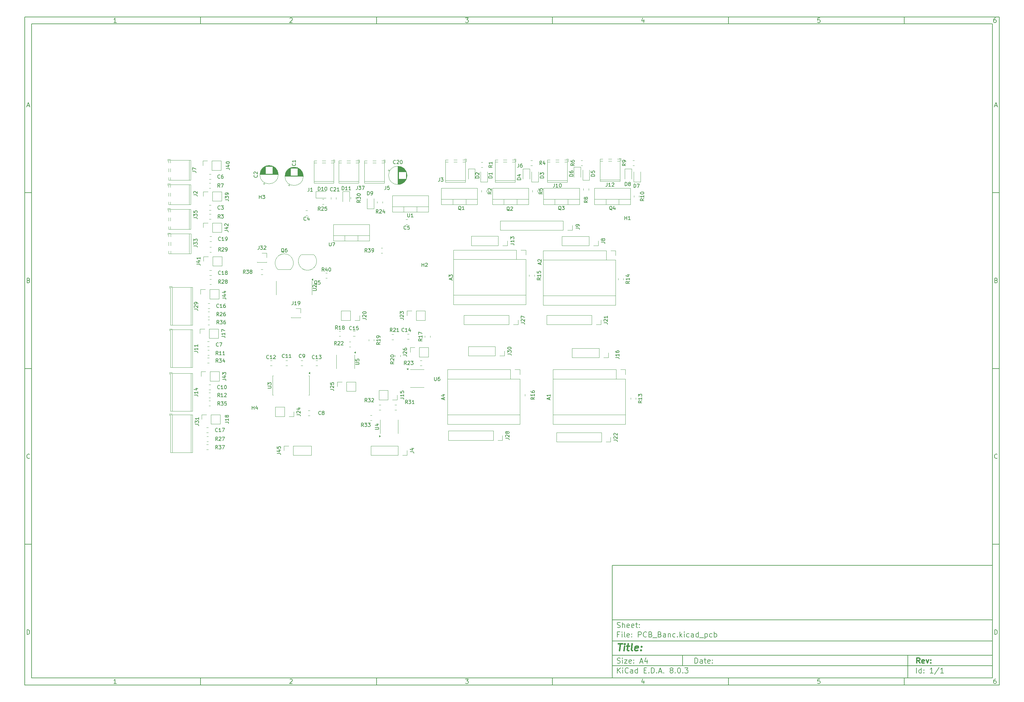
<source format=gbr>
%TF.GenerationSoftware,KiCad,Pcbnew,8.0.3*%
%TF.CreationDate,2024-09-18T10:17:04+02:00*%
%TF.ProjectId,PCB_Banc,5043425f-4261-46e6-932e-6b696361645f,rev?*%
%TF.SameCoordinates,Original*%
%TF.FileFunction,Legend,Top*%
%TF.FilePolarity,Positive*%
%FSLAX46Y46*%
G04 Gerber Fmt 4.6, Leading zero omitted, Abs format (unit mm)*
G04 Created by KiCad (PCBNEW 8.0.3) date 2024-09-18 10:17:04*
%MOMM*%
%LPD*%
G01*
G04 APERTURE LIST*
%ADD10C,0.100000*%
%ADD11C,0.150000*%
%ADD12C,0.300000*%
%ADD13C,0.400000*%
%ADD14C,0.120000*%
G04 APERTURE END LIST*
D10*
D11*
X177002200Y-166007200D02*
X285002200Y-166007200D01*
X285002200Y-198007200D01*
X177002200Y-198007200D01*
X177002200Y-166007200D01*
D10*
D11*
X10000000Y-10000000D02*
X287002200Y-10000000D01*
X287002200Y-200007200D01*
X10000000Y-200007200D01*
X10000000Y-10000000D01*
D10*
D11*
X12000000Y-12000000D02*
X285002200Y-12000000D01*
X285002200Y-198007200D01*
X12000000Y-198007200D01*
X12000000Y-12000000D01*
D10*
D11*
X60000000Y-12000000D02*
X60000000Y-10000000D01*
D10*
D11*
X110000000Y-12000000D02*
X110000000Y-10000000D01*
D10*
D11*
X160000000Y-12000000D02*
X160000000Y-10000000D01*
D10*
D11*
X210000000Y-12000000D02*
X210000000Y-10000000D01*
D10*
D11*
X260000000Y-12000000D02*
X260000000Y-10000000D01*
D10*
D11*
X36089160Y-11593604D02*
X35346303Y-11593604D01*
X35717731Y-11593604D02*
X35717731Y-10293604D01*
X35717731Y-10293604D02*
X35593922Y-10479319D01*
X35593922Y-10479319D02*
X35470112Y-10603128D01*
X35470112Y-10603128D02*
X35346303Y-10665033D01*
D10*
D11*
X85346303Y-10417414D02*
X85408207Y-10355509D01*
X85408207Y-10355509D02*
X85532017Y-10293604D01*
X85532017Y-10293604D02*
X85841541Y-10293604D01*
X85841541Y-10293604D02*
X85965350Y-10355509D01*
X85965350Y-10355509D02*
X86027255Y-10417414D01*
X86027255Y-10417414D02*
X86089160Y-10541223D01*
X86089160Y-10541223D02*
X86089160Y-10665033D01*
X86089160Y-10665033D02*
X86027255Y-10850747D01*
X86027255Y-10850747D02*
X85284398Y-11593604D01*
X85284398Y-11593604D02*
X86089160Y-11593604D01*
D10*
D11*
X135284398Y-10293604D02*
X136089160Y-10293604D01*
X136089160Y-10293604D02*
X135655826Y-10788842D01*
X135655826Y-10788842D02*
X135841541Y-10788842D01*
X135841541Y-10788842D02*
X135965350Y-10850747D01*
X135965350Y-10850747D02*
X136027255Y-10912652D01*
X136027255Y-10912652D02*
X136089160Y-11036461D01*
X136089160Y-11036461D02*
X136089160Y-11345985D01*
X136089160Y-11345985D02*
X136027255Y-11469795D01*
X136027255Y-11469795D02*
X135965350Y-11531700D01*
X135965350Y-11531700D02*
X135841541Y-11593604D01*
X135841541Y-11593604D02*
X135470112Y-11593604D01*
X135470112Y-11593604D02*
X135346303Y-11531700D01*
X135346303Y-11531700D02*
X135284398Y-11469795D01*
D10*
D11*
X185965350Y-10726938D02*
X185965350Y-11593604D01*
X185655826Y-10231700D02*
X185346303Y-11160271D01*
X185346303Y-11160271D02*
X186151064Y-11160271D01*
D10*
D11*
X236027255Y-10293604D02*
X235408207Y-10293604D01*
X235408207Y-10293604D02*
X235346303Y-10912652D01*
X235346303Y-10912652D02*
X235408207Y-10850747D01*
X235408207Y-10850747D02*
X235532017Y-10788842D01*
X235532017Y-10788842D02*
X235841541Y-10788842D01*
X235841541Y-10788842D02*
X235965350Y-10850747D01*
X235965350Y-10850747D02*
X236027255Y-10912652D01*
X236027255Y-10912652D02*
X236089160Y-11036461D01*
X236089160Y-11036461D02*
X236089160Y-11345985D01*
X236089160Y-11345985D02*
X236027255Y-11469795D01*
X236027255Y-11469795D02*
X235965350Y-11531700D01*
X235965350Y-11531700D02*
X235841541Y-11593604D01*
X235841541Y-11593604D02*
X235532017Y-11593604D01*
X235532017Y-11593604D02*
X235408207Y-11531700D01*
X235408207Y-11531700D02*
X235346303Y-11469795D01*
D10*
D11*
X285965350Y-10293604D02*
X285717731Y-10293604D01*
X285717731Y-10293604D02*
X285593922Y-10355509D01*
X285593922Y-10355509D02*
X285532017Y-10417414D01*
X285532017Y-10417414D02*
X285408207Y-10603128D01*
X285408207Y-10603128D02*
X285346303Y-10850747D01*
X285346303Y-10850747D02*
X285346303Y-11345985D01*
X285346303Y-11345985D02*
X285408207Y-11469795D01*
X285408207Y-11469795D02*
X285470112Y-11531700D01*
X285470112Y-11531700D02*
X285593922Y-11593604D01*
X285593922Y-11593604D02*
X285841541Y-11593604D01*
X285841541Y-11593604D02*
X285965350Y-11531700D01*
X285965350Y-11531700D02*
X286027255Y-11469795D01*
X286027255Y-11469795D02*
X286089160Y-11345985D01*
X286089160Y-11345985D02*
X286089160Y-11036461D01*
X286089160Y-11036461D02*
X286027255Y-10912652D01*
X286027255Y-10912652D02*
X285965350Y-10850747D01*
X285965350Y-10850747D02*
X285841541Y-10788842D01*
X285841541Y-10788842D02*
X285593922Y-10788842D01*
X285593922Y-10788842D02*
X285470112Y-10850747D01*
X285470112Y-10850747D02*
X285408207Y-10912652D01*
X285408207Y-10912652D02*
X285346303Y-11036461D01*
D10*
D11*
X60000000Y-198007200D02*
X60000000Y-200007200D01*
D10*
D11*
X110000000Y-198007200D02*
X110000000Y-200007200D01*
D10*
D11*
X160000000Y-198007200D02*
X160000000Y-200007200D01*
D10*
D11*
X210000000Y-198007200D02*
X210000000Y-200007200D01*
D10*
D11*
X260000000Y-198007200D02*
X260000000Y-200007200D01*
D10*
D11*
X36089160Y-199600804D02*
X35346303Y-199600804D01*
X35717731Y-199600804D02*
X35717731Y-198300804D01*
X35717731Y-198300804D02*
X35593922Y-198486519D01*
X35593922Y-198486519D02*
X35470112Y-198610328D01*
X35470112Y-198610328D02*
X35346303Y-198672233D01*
D10*
D11*
X85346303Y-198424614D02*
X85408207Y-198362709D01*
X85408207Y-198362709D02*
X85532017Y-198300804D01*
X85532017Y-198300804D02*
X85841541Y-198300804D01*
X85841541Y-198300804D02*
X85965350Y-198362709D01*
X85965350Y-198362709D02*
X86027255Y-198424614D01*
X86027255Y-198424614D02*
X86089160Y-198548423D01*
X86089160Y-198548423D02*
X86089160Y-198672233D01*
X86089160Y-198672233D02*
X86027255Y-198857947D01*
X86027255Y-198857947D02*
X85284398Y-199600804D01*
X85284398Y-199600804D02*
X86089160Y-199600804D01*
D10*
D11*
X135284398Y-198300804D02*
X136089160Y-198300804D01*
X136089160Y-198300804D02*
X135655826Y-198796042D01*
X135655826Y-198796042D02*
X135841541Y-198796042D01*
X135841541Y-198796042D02*
X135965350Y-198857947D01*
X135965350Y-198857947D02*
X136027255Y-198919852D01*
X136027255Y-198919852D02*
X136089160Y-199043661D01*
X136089160Y-199043661D02*
X136089160Y-199353185D01*
X136089160Y-199353185D02*
X136027255Y-199476995D01*
X136027255Y-199476995D02*
X135965350Y-199538900D01*
X135965350Y-199538900D02*
X135841541Y-199600804D01*
X135841541Y-199600804D02*
X135470112Y-199600804D01*
X135470112Y-199600804D02*
X135346303Y-199538900D01*
X135346303Y-199538900D02*
X135284398Y-199476995D01*
D10*
D11*
X185965350Y-198734138D02*
X185965350Y-199600804D01*
X185655826Y-198238900D02*
X185346303Y-199167471D01*
X185346303Y-199167471D02*
X186151064Y-199167471D01*
D10*
D11*
X236027255Y-198300804D02*
X235408207Y-198300804D01*
X235408207Y-198300804D02*
X235346303Y-198919852D01*
X235346303Y-198919852D02*
X235408207Y-198857947D01*
X235408207Y-198857947D02*
X235532017Y-198796042D01*
X235532017Y-198796042D02*
X235841541Y-198796042D01*
X235841541Y-198796042D02*
X235965350Y-198857947D01*
X235965350Y-198857947D02*
X236027255Y-198919852D01*
X236027255Y-198919852D02*
X236089160Y-199043661D01*
X236089160Y-199043661D02*
X236089160Y-199353185D01*
X236089160Y-199353185D02*
X236027255Y-199476995D01*
X236027255Y-199476995D02*
X235965350Y-199538900D01*
X235965350Y-199538900D02*
X235841541Y-199600804D01*
X235841541Y-199600804D02*
X235532017Y-199600804D01*
X235532017Y-199600804D02*
X235408207Y-199538900D01*
X235408207Y-199538900D02*
X235346303Y-199476995D01*
D10*
D11*
X285965350Y-198300804D02*
X285717731Y-198300804D01*
X285717731Y-198300804D02*
X285593922Y-198362709D01*
X285593922Y-198362709D02*
X285532017Y-198424614D01*
X285532017Y-198424614D02*
X285408207Y-198610328D01*
X285408207Y-198610328D02*
X285346303Y-198857947D01*
X285346303Y-198857947D02*
X285346303Y-199353185D01*
X285346303Y-199353185D02*
X285408207Y-199476995D01*
X285408207Y-199476995D02*
X285470112Y-199538900D01*
X285470112Y-199538900D02*
X285593922Y-199600804D01*
X285593922Y-199600804D02*
X285841541Y-199600804D01*
X285841541Y-199600804D02*
X285965350Y-199538900D01*
X285965350Y-199538900D02*
X286027255Y-199476995D01*
X286027255Y-199476995D02*
X286089160Y-199353185D01*
X286089160Y-199353185D02*
X286089160Y-199043661D01*
X286089160Y-199043661D02*
X286027255Y-198919852D01*
X286027255Y-198919852D02*
X285965350Y-198857947D01*
X285965350Y-198857947D02*
X285841541Y-198796042D01*
X285841541Y-198796042D02*
X285593922Y-198796042D01*
X285593922Y-198796042D02*
X285470112Y-198857947D01*
X285470112Y-198857947D02*
X285408207Y-198919852D01*
X285408207Y-198919852D02*
X285346303Y-199043661D01*
D10*
D11*
X10000000Y-60000000D02*
X12000000Y-60000000D01*
D10*
D11*
X10000000Y-110000000D02*
X12000000Y-110000000D01*
D10*
D11*
X10000000Y-160000000D02*
X12000000Y-160000000D01*
D10*
D11*
X10690476Y-35222176D02*
X11309523Y-35222176D01*
X10566666Y-35593604D02*
X10999999Y-34293604D01*
X10999999Y-34293604D02*
X11433333Y-35593604D01*
D10*
D11*
X11092857Y-84912652D02*
X11278571Y-84974557D01*
X11278571Y-84974557D02*
X11340476Y-85036461D01*
X11340476Y-85036461D02*
X11402380Y-85160271D01*
X11402380Y-85160271D02*
X11402380Y-85345985D01*
X11402380Y-85345985D02*
X11340476Y-85469795D01*
X11340476Y-85469795D02*
X11278571Y-85531700D01*
X11278571Y-85531700D02*
X11154761Y-85593604D01*
X11154761Y-85593604D02*
X10659523Y-85593604D01*
X10659523Y-85593604D02*
X10659523Y-84293604D01*
X10659523Y-84293604D02*
X11092857Y-84293604D01*
X11092857Y-84293604D02*
X11216666Y-84355509D01*
X11216666Y-84355509D02*
X11278571Y-84417414D01*
X11278571Y-84417414D02*
X11340476Y-84541223D01*
X11340476Y-84541223D02*
X11340476Y-84665033D01*
X11340476Y-84665033D02*
X11278571Y-84788842D01*
X11278571Y-84788842D02*
X11216666Y-84850747D01*
X11216666Y-84850747D02*
X11092857Y-84912652D01*
X11092857Y-84912652D02*
X10659523Y-84912652D01*
D10*
D11*
X11402380Y-135469795D02*
X11340476Y-135531700D01*
X11340476Y-135531700D02*
X11154761Y-135593604D01*
X11154761Y-135593604D02*
X11030952Y-135593604D01*
X11030952Y-135593604D02*
X10845238Y-135531700D01*
X10845238Y-135531700D02*
X10721428Y-135407890D01*
X10721428Y-135407890D02*
X10659523Y-135284080D01*
X10659523Y-135284080D02*
X10597619Y-135036461D01*
X10597619Y-135036461D02*
X10597619Y-134850747D01*
X10597619Y-134850747D02*
X10659523Y-134603128D01*
X10659523Y-134603128D02*
X10721428Y-134479319D01*
X10721428Y-134479319D02*
X10845238Y-134355509D01*
X10845238Y-134355509D02*
X11030952Y-134293604D01*
X11030952Y-134293604D02*
X11154761Y-134293604D01*
X11154761Y-134293604D02*
X11340476Y-134355509D01*
X11340476Y-134355509D02*
X11402380Y-134417414D01*
D10*
D11*
X10659523Y-185593604D02*
X10659523Y-184293604D01*
X10659523Y-184293604D02*
X10969047Y-184293604D01*
X10969047Y-184293604D02*
X11154761Y-184355509D01*
X11154761Y-184355509D02*
X11278571Y-184479319D01*
X11278571Y-184479319D02*
X11340476Y-184603128D01*
X11340476Y-184603128D02*
X11402380Y-184850747D01*
X11402380Y-184850747D02*
X11402380Y-185036461D01*
X11402380Y-185036461D02*
X11340476Y-185284080D01*
X11340476Y-185284080D02*
X11278571Y-185407890D01*
X11278571Y-185407890D02*
X11154761Y-185531700D01*
X11154761Y-185531700D02*
X10969047Y-185593604D01*
X10969047Y-185593604D02*
X10659523Y-185593604D01*
D10*
D11*
X287002200Y-60000000D02*
X285002200Y-60000000D01*
D10*
D11*
X287002200Y-110000000D02*
X285002200Y-110000000D01*
D10*
D11*
X287002200Y-160000000D02*
X285002200Y-160000000D01*
D10*
D11*
X285692676Y-35222176D02*
X286311723Y-35222176D01*
X285568866Y-35593604D02*
X286002199Y-34293604D01*
X286002199Y-34293604D02*
X286435533Y-35593604D01*
D10*
D11*
X286095057Y-84912652D02*
X286280771Y-84974557D01*
X286280771Y-84974557D02*
X286342676Y-85036461D01*
X286342676Y-85036461D02*
X286404580Y-85160271D01*
X286404580Y-85160271D02*
X286404580Y-85345985D01*
X286404580Y-85345985D02*
X286342676Y-85469795D01*
X286342676Y-85469795D02*
X286280771Y-85531700D01*
X286280771Y-85531700D02*
X286156961Y-85593604D01*
X286156961Y-85593604D02*
X285661723Y-85593604D01*
X285661723Y-85593604D02*
X285661723Y-84293604D01*
X285661723Y-84293604D02*
X286095057Y-84293604D01*
X286095057Y-84293604D02*
X286218866Y-84355509D01*
X286218866Y-84355509D02*
X286280771Y-84417414D01*
X286280771Y-84417414D02*
X286342676Y-84541223D01*
X286342676Y-84541223D02*
X286342676Y-84665033D01*
X286342676Y-84665033D02*
X286280771Y-84788842D01*
X286280771Y-84788842D02*
X286218866Y-84850747D01*
X286218866Y-84850747D02*
X286095057Y-84912652D01*
X286095057Y-84912652D02*
X285661723Y-84912652D01*
D10*
D11*
X286404580Y-135469795D02*
X286342676Y-135531700D01*
X286342676Y-135531700D02*
X286156961Y-135593604D01*
X286156961Y-135593604D02*
X286033152Y-135593604D01*
X286033152Y-135593604D02*
X285847438Y-135531700D01*
X285847438Y-135531700D02*
X285723628Y-135407890D01*
X285723628Y-135407890D02*
X285661723Y-135284080D01*
X285661723Y-135284080D02*
X285599819Y-135036461D01*
X285599819Y-135036461D02*
X285599819Y-134850747D01*
X285599819Y-134850747D02*
X285661723Y-134603128D01*
X285661723Y-134603128D02*
X285723628Y-134479319D01*
X285723628Y-134479319D02*
X285847438Y-134355509D01*
X285847438Y-134355509D02*
X286033152Y-134293604D01*
X286033152Y-134293604D02*
X286156961Y-134293604D01*
X286156961Y-134293604D02*
X286342676Y-134355509D01*
X286342676Y-134355509D02*
X286404580Y-134417414D01*
D10*
D11*
X285661723Y-185593604D02*
X285661723Y-184293604D01*
X285661723Y-184293604D02*
X285971247Y-184293604D01*
X285971247Y-184293604D02*
X286156961Y-184355509D01*
X286156961Y-184355509D02*
X286280771Y-184479319D01*
X286280771Y-184479319D02*
X286342676Y-184603128D01*
X286342676Y-184603128D02*
X286404580Y-184850747D01*
X286404580Y-184850747D02*
X286404580Y-185036461D01*
X286404580Y-185036461D02*
X286342676Y-185284080D01*
X286342676Y-185284080D02*
X286280771Y-185407890D01*
X286280771Y-185407890D02*
X286156961Y-185531700D01*
X286156961Y-185531700D02*
X285971247Y-185593604D01*
X285971247Y-185593604D02*
X285661723Y-185593604D01*
D10*
D11*
X200458026Y-193793328D02*
X200458026Y-192293328D01*
X200458026Y-192293328D02*
X200815169Y-192293328D01*
X200815169Y-192293328D02*
X201029455Y-192364757D01*
X201029455Y-192364757D02*
X201172312Y-192507614D01*
X201172312Y-192507614D02*
X201243741Y-192650471D01*
X201243741Y-192650471D02*
X201315169Y-192936185D01*
X201315169Y-192936185D02*
X201315169Y-193150471D01*
X201315169Y-193150471D02*
X201243741Y-193436185D01*
X201243741Y-193436185D02*
X201172312Y-193579042D01*
X201172312Y-193579042D02*
X201029455Y-193721900D01*
X201029455Y-193721900D02*
X200815169Y-193793328D01*
X200815169Y-193793328D02*
X200458026Y-193793328D01*
X202600884Y-193793328D02*
X202600884Y-193007614D01*
X202600884Y-193007614D02*
X202529455Y-192864757D01*
X202529455Y-192864757D02*
X202386598Y-192793328D01*
X202386598Y-192793328D02*
X202100884Y-192793328D01*
X202100884Y-192793328D02*
X201958026Y-192864757D01*
X202600884Y-193721900D02*
X202458026Y-193793328D01*
X202458026Y-193793328D02*
X202100884Y-193793328D01*
X202100884Y-193793328D02*
X201958026Y-193721900D01*
X201958026Y-193721900D02*
X201886598Y-193579042D01*
X201886598Y-193579042D02*
X201886598Y-193436185D01*
X201886598Y-193436185D02*
X201958026Y-193293328D01*
X201958026Y-193293328D02*
X202100884Y-193221900D01*
X202100884Y-193221900D02*
X202458026Y-193221900D01*
X202458026Y-193221900D02*
X202600884Y-193150471D01*
X203100884Y-192793328D02*
X203672312Y-192793328D01*
X203315169Y-192293328D02*
X203315169Y-193579042D01*
X203315169Y-193579042D02*
X203386598Y-193721900D01*
X203386598Y-193721900D02*
X203529455Y-193793328D01*
X203529455Y-193793328D02*
X203672312Y-193793328D01*
X204743741Y-193721900D02*
X204600884Y-193793328D01*
X204600884Y-193793328D02*
X204315170Y-193793328D01*
X204315170Y-193793328D02*
X204172312Y-193721900D01*
X204172312Y-193721900D02*
X204100884Y-193579042D01*
X204100884Y-193579042D02*
X204100884Y-193007614D01*
X204100884Y-193007614D02*
X204172312Y-192864757D01*
X204172312Y-192864757D02*
X204315170Y-192793328D01*
X204315170Y-192793328D02*
X204600884Y-192793328D01*
X204600884Y-192793328D02*
X204743741Y-192864757D01*
X204743741Y-192864757D02*
X204815170Y-193007614D01*
X204815170Y-193007614D02*
X204815170Y-193150471D01*
X204815170Y-193150471D02*
X204100884Y-193293328D01*
X205458026Y-193650471D02*
X205529455Y-193721900D01*
X205529455Y-193721900D02*
X205458026Y-193793328D01*
X205458026Y-193793328D02*
X205386598Y-193721900D01*
X205386598Y-193721900D02*
X205458026Y-193650471D01*
X205458026Y-193650471D02*
X205458026Y-193793328D01*
X205458026Y-192864757D02*
X205529455Y-192936185D01*
X205529455Y-192936185D02*
X205458026Y-193007614D01*
X205458026Y-193007614D02*
X205386598Y-192936185D01*
X205386598Y-192936185D02*
X205458026Y-192864757D01*
X205458026Y-192864757D02*
X205458026Y-193007614D01*
D10*
D11*
X177002200Y-194507200D02*
X285002200Y-194507200D01*
D10*
D11*
X178458026Y-196593328D02*
X178458026Y-195093328D01*
X179315169Y-196593328D02*
X178672312Y-195736185D01*
X179315169Y-195093328D02*
X178458026Y-195950471D01*
X179958026Y-196593328D02*
X179958026Y-195593328D01*
X179958026Y-195093328D02*
X179886598Y-195164757D01*
X179886598Y-195164757D02*
X179958026Y-195236185D01*
X179958026Y-195236185D02*
X180029455Y-195164757D01*
X180029455Y-195164757D02*
X179958026Y-195093328D01*
X179958026Y-195093328D02*
X179958026Y-195236185D01*
X181529455Y-196450471D02*
X181458027Y-196521900D01*
X181458027Y-196521900D02*
X181243741Y-196593328D01*
X181243741Y-196593328D02*
X181100884Y-196593328D01*
X181100884Y-196593328D02*
X180886598Y-196521900D01*
X180886598Y-196521900D02*
X180743741Y-196379042D01*
X180743741Y-196379042D02*
X180672312Y-196236185D01*
X180672312Y-196236185D02*
X180600884Y-195950471D01*
X180600884Y-195950471D02*
X180600884Y-195736185D01*
X180600884Y-195736185D02*
X180672312Y-195450471D01*
X180672312Y-195450471D02*
X180743741Y-195307614D01*
X180743741Y-195307614D02*
X180886598Y-195164757D01*
X180886598Y-195164757D02*
X181100884Y-195093328D01*
X181100884Y-195093328D02*
X181243741Y-195093328D01*
X181243741Y-195093328D02*
X181458027Y-195164757D01*
X181458027Y-195164757D02*
X181529455Y-195236185D01*
X182815170Y-196593328D02*
X182815170Y-195807614D01*
X182815170Y-195807614D02*
X182743741Y-195664757D01*
X182743741Y-195664757D02*
X182600884Y-195593328D01*
X182600884Y-195593328D02*
X182315170Y-195593328D01*
X182315170Y-195593328D02*
X182172312Y-195664757D01*
X182815170Y-196521900D02*
X182672312Y-196593328D01*
X182672312Y-196593328D02*
X182315170Y-196593328D01*
X182315170Y-196593328D02*
X182172312Y-196521900D01*
X182172312Y-196521900D02*
X182100884Y-196379042D01*
X182100884Y-196379042D02*
X182100884Y-196236185D01*
X182100884Y-196236185D02*
X182172312Y-196093328D01*
X182172312Y-196093328D02*
X182315170Y-196021900D01*
X182315170Y-196021900D02*
X182672312Y-196021900D01*
X182672312Y-196021900D02*
X182815170Y-195950471D01*
X184172313Y-196593328D02*
X184172313Y-195093328D01*
X184172313Y-196521900D02*
X184029455Y-196593328D01*
X184029455Y-196593328D02*
X183743741Y-196593328D01*
X183743741Y-196593328D02*
X183600884Y-196521900D01*
X183600884Y-196521900D02*
X183529455Y-196450471D01*
X183529455Y-196450471D02*
X183458027Y-196307614D01*
X183458027Y-196307614D02*
X183458027Y-195879042D01*
X183458027Y-195879042D02*
X183529455Y-195736185D01*
X183529455Y-195736185D02*
X183600884Y-195664757D01*
X183600884Y-195664757D02*
X183743741Y-195593328D01*
X183743741Y-195593328D02*
X184029455Y-195593328D01*
X184029455Y-195593328D02*
X184172313Y-195664757D01*
X186029455Y-195807614D02*
X186529455Y-195807614D01*
X186743741Y-196593328D02*
X186029455Y-196593328D01*
X186029455Y-196593328D02*
X186029455Y-195093328D01*
X186029455Y-195093328D02*
X186743741Y-195093328D01*
X187386598Y-196450471D02*
X187458027Y-196521900D01*
X187458027Y-196521900D02*
X187386598Y-196593328D01*
X187386598Y-196593328D02*
X187315170Y-196521900D01*
X187315170Y-196521900D02*
X187386598Y-196450471D01*
X187386598Y-196450471D02*
X187386598Y-196593328D01*
X188100884Y-196593328D02*
X188100884Y-195093328D01*
X188100884Y-195093328D02*
X188458027Y-195093328D01*
X188458027Y-195093328D02*
X188672313Y-195164757D01*
X188672313Y-195164757D02*
X188815170Y-195307614D01*
X188815170Y-195307614D02*
X188886599Y-195450471D01*
X188886599Y-195450471D02*
X188958027Y-195736185D01*
X188958027Y-195736185D02*
X188958027Y-195950471D01*
X188958027Y-195950471D02*
X188886599Y-196236185D01*
X188886599Y-196236185D02*
X188815170Y-196379042D01*
X188815170Y-196379042D02*
X188672313Y-196521900D01*
X188672313Y-196521900D02*
X188458027Y-196593328D01*
X188458027Y-196593328D02*
X188100884Y-196593328D01*
X189600884Y-196450471D02*
X189672313Y-196521900D01*
X189672313Y-196521900D02*
X189600884Y-196593328D01*
X189600884Y-196593328D02*
X189529456Y-196521900D01*
X189529456Y-196521900D02*
X189600884Y-196450471D01*
X189600884Y-196450471D02*
X189600884Y-196593328D01*
X190243742Y-196164757D02*
X190958028Y-196164757D01*
X190100885Y-196593328D02*
X190600885Y-195093328D01*
X190600885Y-195093328D02*
X191100885Y-196593328D01*
X191600884Y-196450471D02*
X191672313Y-196521900D01*
X191672313Y-196521900D02*
X191600884Y-196593328D01*
X191600884Y-196593328D02*
X191529456Y-196521900D01*
X191529456Y-196521900D02*
X191600884Y-196450471D01*
X191600884Y-196450471D02*
X191600884Y-196593328D01*
X193672313Y-195736185D02*
X193529456Y-195664757D01*
X193529456Y-195664757D02*
X193458027Y-195593328D01*
X193458027Y-195593328D02*
X193386599Y-195450471D01*
X193386599Y-195450471D02*
X193386599Y-195379042D01*
X193386599Y-195379042D02*
X193458027Y-195236185D01*
X193458027Y-195236185D02*
X193529456Y-195164757D01*
X193529456Y-195164757D02*
X193672313Y-195093328D01*
X193672313Y-195093328D02*
X193958027Y-195093328D01*
X193958027Y-195093328D02*
X194100885Y-195164757D01*
X194100885Y-195164757D02*
X194172313Y-195236185D01*
X194172313Y-195236185D02*
X194243742Y-195379042D01*
X194243742Y-195379042D02*
X194243742Y-195450471D01*
X194243742Y-195450471D02*
X194172313Y-195593328D01*
X194172313Y-195593328D02*
X194100885Y-195664757D01*
X194100885Y-195664757D02*
X193958027Y-195736185D01*
X193958027Y-195736185D02*
X193672313Y-195736185D01*
X193672313Y-195736185D02*
X193529456Y-195807614D01*
X193529456Y-195807614D02*
X193458027Y-195879042D01*
X193458027Y-195879042D02*
X193386599Y-196021900D01*
X193386599Y-196021900D02*
X193386599Y-196307614D01*
X193386599Y-196307614D02*
X193458027Y-196450471D01*
X193458027Y-196450471D02*
X193529456Y-196521900D01*
X193529456Y-196521900D02*
X193672313Y-196593328D01*
X193672313Y-196593328D02*
X193958027Y-196593328D01*
X193958027Y-196593328D02*
X194100885Y-196521900D01*
X194100885Y-196521900D02*
X194172313Y-196450471D01*
X194172313Y-196450471D02*
X194243742Y-196307614D01*
X194243742Y-196307614D02*
X194243742Y-196021900D01*
X194243742Y-196021900D02*
X194172313Y-195879042D01*
X194172313Y-195879042D02*
X194100885Y-195807614D01*
X194100885Y-195807614D02*
X193958027Y-195736185D01*
X194886598Y-196450471D02*
X194958027Y-196521900D01*
X194958027Y-196521900D02*
X194886598Y-196593328D01*
X194886598Y-196593328D02*
X194815170Y-196521900D01*
X194815170Y-196521900D02*
X194886598Y-196450471D01*
X194886598Y-196450471D02*
X194886598Y-196593328D01*
X195886599Y-195093328D02*
X196029456Y-195093328D01*
X196029456Y-195093328D02*
X196172313Y-195164757D01*
X196172313Y-195164757D02*
X196243742Y-195236185D01*
X196243742Y-195236185D02*
X196315170Y-195379042D01*
X196315170Y-195379042D02*
X196386599Y-195664757D01*
X196386599Y-195664757D02*
X196386599Y-196021900D01*
X196386599Y-196021900D02*
X196315170Y-196307614D01*
X196315170Y-196307614D02*
X196243742Y-196450471D01*
X196243742Y-196450471D02*
X196172313Y-196521900D01*
X196172313Y-196521900D02*
X196029456Y-196593328D01*
X196029456Y-196593328D02*
X195886599Y-196593328D01*
X195886599Y-196593328D02*
X195743742Y-196521900D01*
X195743742Y-196521900D02*
X195672313Y-196450471D01*
X195672313Y-196450471D02*
X195600884Y-196307614D01*
X195600884Y-196307614D02*
X195529456Y-196021900D01*
X195529456Y-196021900D02*
X195529456Y-195664757D01*
X195529456Y-195664757D02*
X195600884Y-195379042D01*
X195600884Y-195379042D02*
X195672313Y-195236185D01*
X195672313Y-195236185D02*
X195743742Y-195164757D01*
X195743742Y-195164757D02*
X195886599Y-195093328D01*
X197029455Y-196450471D02*
X197100884Y-196521900D01*
X197100884Y-196521900D02*
X197029455Y-196593328D01*
X197029455Y-196593328D02*
X196958027Y-196521900D01*
X196958027Y-196521900D02*
X197029455Y-196450471D01*
X197029455Y-196450471D02*
X197029455Y-196593328D01*
X197600884Y-195093328D02*
X198529456Y-195093328D01*
X198529456Y-195093328D02*
X198029456Y-195664757D01*
X198029456Y-195664757D02*
X198243741Y-195664757D01*
X198243741Y-195664757D02*
X198386599Y-195736185D01*
X198386599Y-195736185D02*
X198458027Y-195807614D01*
X198458027Y-195807614D02*
X198529456Y-195950471D01*
X198529456Y-195950471D02*
X198529456Y-196307614D01*
X198529456Y-196307614D02*
X198458027Y-196450471D01*
X198458027Y-196450471D02*
X198386599Y-196521900D01*
X198386599Y-196521900D02*
X198243741Y-196593328D01*
X198243741Y-196593328D02*
X197815170Y-196593328D01*
X197815170Y-196593328D02*
X197672313Y-196521900D01*
X197672313Y-196521900D02*
X197600884Y-196450471D01*
D10*
D11*
X177002200Y-191507200D02*
X285002200Y-191507200D01*
D10*
D12*
X264413853Y-193785528D02*
X263913853Y-193071242D01*
X263556710Y-193785528D02*
X263556710Y-192285528D01*
X263556710Y-192285528D02*
X264128139Y-192285528D01*
X264128139Y-192285528D02*
X264270996Y-192356957D01*
X264270996Y-192356957D02*
X264342425Y-192428385D01*
X264342425Y-192428385D02*
X264413853Y-192571242D01*
X264413853Y-192571242D02*
X264413853Y-192785528D01*
X264413853Y-192785528D02*
X264342425Y-192928385D01*
X264342425Y-192928385D02*
X264270996Y-192999814D01*
X264270996Y-192999814D02*
X264128139Y-193071242D01*
X264128139Y-193071242D02*
X263556710Y-193071242D01*
X265628139Y-193714100D02*
X265485282Y-193785528D01*
X265485282Y-193785528D02*
X265199568Y-193785528D01*
X265199568Y-193785528D02*
X265056710Y-193714100D01*
X265056710Y-193714100D02*
X264985282Y-193571242D01*
X264985282Y-193571242D02*
X264985282Y-192999814D01*
X264985282Y-192999814D02*
X265056710Y-192856957D01*
X265056710Y-192856957D02*
X265199568Y-192785528D01*
X265199568Y-192785528D02*
X265485282Y-192785528D01*
X265485282Y-192785528D02*
X265628139Y-192856957D01*
X265628139Y-192856957D02*
X265699568Y-192999814D01*
X265699568Y-192999814D02*
X265699568Y-193142671D01*
X265699568Y-193142671D02*
X264985282Y-193285528D01*
X266199567Y-192785528D02*
X266556710Y-193785528D01*
X266556710Y-193785528D02*
X266913853Y-192785528D01*
X267485281Y-193642671D02*
X267556710Y-193714100D01*
X267556710Y-193714100D02*
X267485281Y-193785528D01*
X267485281Y-193785528D02*
X267413853Y-193714100D01*
X267413853Y-193714100D02*
X267485281Y-193642671D01*
X267485281Y-193642671D02*
X267485281Y-193785528D01*
X267485281Y-192856957D02*
X267556710Y-192928385D01*
X267556710Y-192928385D02*
X267485281Y-192999814D01*
X267485281Y-192999814D02*
X267413853Y-192928385D01*
X267413853Y-192928385D02*
X267485281Y-192856957D01*
X267485281Y-192856957D02*
X267485281Y-192999814D01*
D10*
D11*
X178386598Y-193721900D02*
X178600884Y-193793328D01*
X178600884Y-193793328D02*
X178958026Y-193793328D01*
X178958026Y-193793328D02*
X179100884Y-193721900D01*
X179100884Y-193721900D02*
X179172312Y-193650471D01*
X179172312Y-193650471D02*
X179243741Y-193507614D01*
X179243741Y-193507614D02*
X179243741Y-193364757D01*
X179243741Y-193364757D02*
X179172312Y-193221900D01*
X179172312Y-193221900D02*
X179100884Y-193150471D01*
X179100884Y-193150471D02*
X178958026Y-193079042D01*
X178958026Y-193079042D02*
X178672312Y-193007614D01*
X178672312Y-193007614D02*
X178529455Y-192936185D01*
X178529455Y-192936185D02*
X178458026Y-192864757D01*
X178458026Y-192864757D02*
X178386598Y-192721900D01*
X178386598Y-192721900D02*
X178386598Y-192579042D01*
X178386598Y-192579042D02*
X178458026Y-192436185D01*
X178458026Y-192436185D02*
X178529455Y-192364757D01*
X178529455Y-192364757D02*
X178672312Y-192293328D01*
X178672312Y-192293328D02*
X179029455Y-192293328D01*
X179029455Y-192293328D02*
X179243741Y-192364757D01*
X179886597Y-193793328D02*
X179886597Y-192793328D01*
X179886597Y-192293328D02*
X179815169Y-192364757D01*
X179815169Y-192364757D02*
X179886597Y-192436185D01*
X179886597Y-192436185D02*
X179958026Y-192364757D01*
X179958026Y-192364757D02*
X179886597Y-192293328D01*
X179886597Y-192293328D02*
X179886597Y-192436185D01*
X180458026Y-192793328D02*
X181243741Y-192793328D01*
X181243741Y-192793328D02*
X180458026Y-193793328D01*
X180458026Y-193793328D02*
X181243741Y-193793328D01*
X182386598Y-193721900D02*
X182243741Y-193793328D01*
X182243741Y-193793328D02*
X181958027Y-193793328D01*
X181958027Y-193793328D02*
X181815169Y-193721900D01*
X181815169Y-193721900D02*
X181743741Y-193579042D01*
X181743741Y-193579042D02*
X181743741Y-193007614D01*
X181743741Y-193007614D02*
X181815169Y-192864757D01*
X181815169Y-192864757D02*
X181958027Y-192793328D01*
X181958027Y-192793328D02*
X182243741Y-192793328D01*
X182243741Y-192793328D02*
X182386598Y-192864757D01*
X182386598Y-192864757D02*
X182458027Y-193007614D01*
X182458027Y-193007614D02*
X182458027Y-193150471D01*
X182458027Y-193150471D02*
X181743741Y-193293328D01*
X183100883Y-193650471D02*
X183172312Y-193721900D01*
X183172312Y-193721900D02*
X183100883Y-193793328D01*
X183100883Y-193793328D02*
X183029455Y-193721900D01*
X183029455Y-193721900D02*
X183100883Y-193650471D01*
X183100883Y-193650471D02*
X183100883Y-193793328D01*
X183100883Y-192864757D02*
X183172312Y-192936185D01*
X183172312Y-192936185D02*
X183100883Y-193007614D01*
X183100883Y-193007614D02*
X183029455Y-192936185D01*
X183029455Y-192936185D02*
X183100883Y-192864757D01*
X183100883Y-192864757D02*
X183100883Y-193007614D01*
X184886598Y-193364757D02*
X185600884Y-193364757D01*
X184743741Y-193793328D02*
X185243741Y-192293328D01*
X185243741Y-192293328D02*
X185743741Y-193793328D01*
X186886598Y-192793328D02*
X186886598Y-193793328D01*
X186529455Y-192221900D02*
X186172312Y-193293328D01*
X186172312Y-193293328D02*
X187100883Y-193293328D01*
D10*
D11*
X263458026Y-196593328D02*
X263458026Y-195093328D01*
X264815170Y-196593328D02*
X264815170Y-195093328D01*
X264815170Y-196521900D02*
X264672312Y-196593328D01*
X264672312Y-196593328D02*
X264386598Y-196593328D01*
X264386598Y-196593328D02*
X264243741Y-196521900D01*
X264243741Y-196521900D02*
X264172312Y-196450471D01*
X264172312Y-196450471D02*
X264100884Y-196307614D01*
X264100884Y-196307614D02*
X264100884Y-195879042D01*
X264100884Y-195879042D02*
X264172312Y-195736185D01*
X264172312Y-195736185D02*
X264243741Y-195664757D01*
X264243741Y-195664757D02*
X264386598Y-195593328D01*
X264386598Y-195593328D02*
X264672312Y-195593328D01*
X264672312Y-195593328D02*
X264815170Y-195664757D01*
X265529455Y-196450471D02*
X265600884Y-196521900D01*
X265600884Y-196521900D02*
X265529455Y-196593328D01*
X265529455Y-196593328D02*
X265458027Y-196521900D01*
X265458027Y-196521900D02*
X265529455Y-196450471D01*
X265529455Y-196450471D02*
X265529455Y-196593328D01*
X265529455Y-195664757D02*
X265600884Y-195736185D01*
X265600884Y-195736185D02*
X265529455Y-195807614D01*
X265529455Y-195807614D02*
X265458027Y-195736185D01*
X265458027Y-195736185D02*
X265529455Y-195664757D01*
X265529455Y-195664757D02*
X265529455Y-195807614D01*
X268172313Y-196593328D02*
X267315170Y-196593328D01*
X267743741Y-196593328D02*
X267743741Y-195093328D01*
X267743741Y-195093328D02*
X267600884Y-195307614D01*
X267600884Y-195307614D02*
X267458027Y-195450471D01*
X267458027Y-195450471D02*
X267315170Y-195521900D01*
X269886598Y-195021900D02*
X268600884Y-196950471D01*
X271172313Y-196593328D02*
X270315170Y-196593328D01*
X270743741Y-196593328D02*
X270743741Y-195093328D01*
X270743741Y-195093328D02*
X270600884Y-195307614D01*
X270600884Y-195307614D02*
X270458027Y-195450471D01*
X270458027Y-195450471D02*
X270315170Y-195521900D01*
D10*
D11*
X177002200Y-187507200D02*
X285002200Y-187507200D01*
D10*
D13*
X178693928Y-188211638D02*
X179836785Y-188211638D01*
X179015357Y-190211638D02*
X179265357Y-188211638D01*
X180253452Y-190211638D02*
X180420119Y-188878304D01*
X180503452Y-188211638D02*
X180396309Y-188306876D01*
X180396309Y-188306876D02*
X180479643Y-188402114D01*
X180479643Y-188402114D02*
X180586786Y-188306876D01*
X180586786Y-188306876D02*
X180503452Y-188211638D01*
X180503452Y-188211638D02*
X180479643Y-188402114D01*
X181086786Y-188878304D02*
X181848690Y-188878304D01*
X181455833Y-188211638D02*
X181241548Y-189925923D01*
X181241548Y-189925923D02*
X181312976Y-190116400D01*
X181312976Y-190116400D02*
X181491548Y-190211638D01*
X181491548Y-190211638D02*
X181682024Y-190211638D01*
X182634405Y-190211638D02*
X182455833Y-190116400D01*
X182455833Y-190116400D02*
X182384405Y-189925923D01*
X182384405Y-189925923D02*
X182598690Y-188211638D01*
X184170119Y-190116400D02*
X183967738Y-190211638D01*
X183967738Y-190211638D02*
X183586785Y-190211638D01*
X183586785Y-190211638D02*
X183408214Y-190116400D01*
X183408214Y-190116400D02*
X183336785Y-189925923D01*
X183336785Y-189925923D02*
X183432024Y-189164019D01*
X183432024Y-189164019D02*
X183551071Y-188973542D01*
X183551071Y-188973542D02*
X183753452Y-188878304D01*
X183753452Y-188878304D02*
X184134404Y-188878304D01*
X184134404Y-188878304D02*
X184312976Y-188973542D01*
X184312976Y-188973542D02*
X184384404Y-189164019D01*
X184384404Y-189164019D02*
X184360595Y-189354495D01*
X184360595Y-189354495D02*
X183384404Y-189544971D01*
X185134405Y-190021161D02*
X185217738Y-190116400D01*
X185217738Y-190116400D02*
X185110595Y-190211638D01*
X185110595Y-190211638D02*
X185027262Y-190116400D01*
X185027262Y-190116400D02*
X185134405Y-190021161D01*
X185134405Y-190021161D02*
X185110595Y-190211638D01*
X185265357Y-188973542D02*
X185348690Y-189068780D01*
X185348690Y-189068780D02*
X185241548Y-189164019D01*
X185241548Y-189164019D02*
X185158214Y-189068780D01*
X185158214Y-189068780D02*
X185265357Y-188973542D01*
X185265357Y-188973542D02*
X185241548Y-189164019D01*
D10*
D11*
X178958026Y-185607614D02*
X178458026Y-185607614D01*
X178458026Y-186393328D02*
X178458026Y-184893328D01*
X178458026Y-184893328D02*
X179172312Y-184893328D01*
X179743740Y-186393328D02*
X179743740Y-185393328D01*
X179743740Y-184893328D02*
X179672312Y-184964757D01*
X179672312Y-184964757D02*
X179743740Y-185036185D01*
X179743740Y-185036185D02*
X179815169Y-184964757D01*
X179815169Y-184964757D02*
X179743740Y-184893328D01*
X179743740Y-184893328D02*
X179743740Y-185036185D01*
X180672312Y-186393328D02*
X180529455Y-186321900D01*
X180529455Y-186321900D02*
X180458026Y-186179042D01*
X180458026Y-186179042D02*
X180458026Y-184893328D01*
X181815169Y-186321900D02*
X181672312Y-186393328D01*
X181672312Y-186393328D02*
X181386598Y-186393328D01*
X181386598Y-186393328D02*
X181243740Y-186321900D01*
X181243740Y-186321900D02*
X181172312Y-186179042D01*
X181172312Y-186179042D02*
X181172312Y-185607614D01*
X181172312Y-185607614D02*
X181243740Y-185464757D01*
X181243740Y-185464757D02*
X181386598Y-185393328D01*
X181386598Y-185393328D02*
X181672312Y-185393328D01*
X181672312Y-185393328D02*
X181815169Y-185464757D01*
X181815169Y-185464757D02*
X181886598Y-185607614D01*
X181886598Y-185607614D02*
X181886598Y-185750471D01*
X181886598Y-185750471D02*
X181172312Y-185893328D01*
X182529454Y-186250471D02*
X182600883Y-186321900D01*
X182600883Y-186321900D02*
X182529454Y-186393328D01*
X182529454Y-186393328D02*
X182458026Y-186321900D01*
X182458026Y-186321900D02*
X182529454Y-186250471D01*
X182529454Y-186250471D02*
X182529454Y-186393328D01*
X182529454Y-185464757D02*
X182600883Y-185536185D01*
X182600883Y-185536185D02*
X182529454Y-185607614D01*
X182529454Y-185607614D02*
X182458026Y-185536185D01*
X182458026Y-185536185D02*
X182529454Y-185464757D01*
X182529454Y-185464757D02*
X182529454Y-185607614D01*
X184386597Y-186393328D02*
X184386597Y-184893328D01*
X184386597Y-184893328D02*
X184958026Y-184893328D01*
X184958026Y-184893328D02*
X185100883Y-184964757D01*
X185100883Y-184964757D02*
X185172312Y-185036185D01*
X185172312Y-185036185D02*
X185243740Y-185179042D01*
X185243740Y-185179042D02*
X185243740Y-185393328D01*
X185243740Y-185393328D02*
X185172312Y-185536185D01*
X185172312Y-185536185D02*
X185100883Y-185607614D01*
X185100883Y-185607614D02*
X184958026Y-185679042D01*
X184958026Y-185679042D02*
X184386597Y-185679042D01*
X186743740Y-186250471D02*
X186672312Y-186321900D01*
X186672312Y-186321900D02*
X186458026Y-186393328D01*
X186458026Y-186393328D02*
X186315169Y-186393328D01*
X186315169Y-186393328D02*
X186100883Y-186321900D01*
X186100883Y-186321900D02*
X185958026Y-186179042D01*
X185958026Y-186179042D02*
X185886597Y-186036185D01*
X185886597Y-186036185D02*
X185815169Y-185750471D01*
X185815169Y-185750471D02*
X185815169Y-185536185D01*
X185815169Y-185536185D02*
X185886597Y-185250471D01*
X185886597Y-185250471D02*
X185958026Y-185107614D01*
X185958026Y-185107614D02*
X186100883Y-184964757D01*
X186100883Y-184964757D02*
X186315169Y-184893328D01*
X186315169Y-184893328D02*
X186458026Y-184893328D01*
X186458026Y-184893328D02*
X186672312Y-184964757D01*
X186672312Y-184964757D02*
X186743740Y-185036185D01*
X187886597Y-185607614D02*
X188100883Y-185679042D01*
X188100883Y-185679042D02*
X188172312Y-185750471D01*
X188172312Y-185750471D02*
X188243740Y-185893328D01*
X188243740Y-185893328D02*
X188243740Y-186107614D01*
X188243740Y-186107614D02*
X188172312Y-186250471D01*
X188172312Y-186250471D02*
X188100883Y-186321900D01*
X188100883Y-186321900D02*
X187958026Y-186393328D01*
X187958026Y-186393328D02*
X187386597Y-186393328D01*
X187386597Y-186393328D02*
X187386597Y-184893328D01*
X187386597Y-184893328D02*
X187886597Y-184893328D01*
X187886597Y-184893328D02*
X188029455Y-184964757D01*
X188029455Y-184964757D02*
X188100883Y-185036185D01*
X188100883Y-185036185D02*
X188172312Y-185179042D01*
X188172312Y-185179042D02*
X188172312Y-185321900D01*
X188172312Y-185321900D02*
X188100883Y-185464757D01*
X188100883Y-185464757D02*
X188029455Y-185536185D01*
X188029455Y-185536185D02*
X187886597Y-185607614D01*
X187886597Y-185607614D02*
X187386597Y-185607614D01*
X188529455Y-186536185D02*
X189672312Y-186536185D01*
X190529454Y-185607614D02*
X190743740Y-185679042D01*
X190743740Y-185679042D02*
X190815169Y-185750471D01*
X190815169Y-185750471D02*
X190886597Y-185893328D01*
X190886597Y-185893328D02*
X190886597Y-186107614D01*
X190886597Y-186107614D02*
X190815169Y-186250471D01*
X190815169Y-186250471D02*
X190743740Y-186321900D01*
X190743740Y-186321900D02*
X190600883Y-186393328D01*
X190600883Y-186393328D02*
X190029454Y-186393328D01*
X190029454Y-186393328D02*
X190029454Y-184893328D01*
X190029454Y-184893328D02*
X190529454Y-184893328D01*
X190529454Y-184893328D02*
X190672312Y-184964757D01*
X190672312Y-184964757D02*
X190743740Y-185036185D01*
X190743740Y-185036185D02*
X190815169Y-185179042D01*
X190815169Y-185179042D02*
X190815169Y-185321900D01*
X190815169Y-185321900D02*
X190743740Y-185464757D01*
X190743740Y-185464757D02*
X190672312Y-185536185D01*
X190672312Y-185536185D02*
X190529454Y-185607614D01*
X190529454Y-185607614D02*
X190029454Y-185607614D01*
X192172312Y-186393328D02*
X192172312Y-185607614D01*
X192172312Y-185607614D02*
X192100883Y-185464757D01*
X192100883Y-185464757D02*
X191958026Y-185393328D01*
X191958026Y-185393328D02*
X191672312Y-185393328D01*
X191672312Y-185393328D02*
X191529454Y-185464757D01*
X192172312Y-186321900D02*
X192029454Y-186393328D01*
X192029454Y-186393328D02*
X191672312Y-186393328D01*
X191672312Y-186393328D02*
X191529454Y-186321900D01*
X191529454Y-186321900D02*
X191458026Y-186179042D01*
X191458026Y-186179042D02*
X191458026Y-186036185D01*
X191458026Y-186036185D02*
X191529454Y-185893328D01*
X191529454Y-185893328D02*
X191672312Y-185821900D01*
X191672312Y-185821900D02*
X192029454Y-185821900D01*
X192029454Y-185821900D02*
X192172312Y-185750471D01*
X192886597Y-185393328D02*
X192886597Y-186393328D01*
X192886597Y-185536185D02*
X192958026Y-185464757D01*
X192958026Y-185464757D02*
X193100883Y-185393328D01*
X193100883Y-185393328D02*
X193315169Y-185393328D01*
X193315169Y-185393328D02*
X193458026Y-185464757D01*
X193458026Y-185464757D02*
X193529455Y-185607614D01*
X193529455Y-185607614D02*
X193529455Y-186393328D01*
X194886598Y-186321900D02*
X194743740Y-186393328D01*
X194743740Y-186393328D02*
X194458026Y-186393328D01*
X194458026Y-186393328D02*
X194315169Y-186321900D01*
X194315169Y-186321900D02*
X194243740Y-186250471D01*
X194243740Y-186250471D02*
X194172312Y-186107614D01*
X194172312Y-186107614D02*
X194172312Y-185679042D01*
X194172312Y-185679042D02*
X194243740Y-185536185D01*
X194243740Y-185536185D02*
X194315169Y-185464757D01*
X194315169Y-185464757D02*
X194458026Y-185393328D01*
X194458026Y-185393328D02*
X194743740Y-185393328D01*
X194743740Y-185393328D02*
X194886598Y-185464757D01*
X195529454Y-186250471D02*
X195600883Y-186321900D01*
X195600883Y-186321900D02*
X195529454Y-186393328D01*
X195529454Y-186393328D02*
X195458026Y-186321900D01*
X195458026Y-186321900D02*
X195529454Y-186250471D01*
X195529454Y-186250471D02*
X195529454Y-186393328D01*
X196243740Y-186393328D02*
X196243740Y-184893328D01*
X196386598Y-185821900D02*
X196815169Y-186393328D01*
X196815169Y-185393328D02*
X196243740Y-185964757D01*
X197458026Y-186393328D02*
X197458026Y-185393328D01*
X197458026Y-184893328D02*
X197386598Y-184964757D01*
X197386598Y-184964757D02*
X197458026Y-185036185D01*
X197458026Y-185036185D02*
X197529455Y-184964757D01*
X197529455Y-184964757D02*
X197458026Y-184893328D01*
X197458026Y-184893328D02*
X197458026Y-185036185D01*
X198815170Y-186321900D02*
X198672312Y-186393328D01*
X198672312Y-186393328D02*
X198386598Y-186393328D01*
X198386598Y-186393328D02*
X198243741Y-186321900D01*
X198243741Y-186321900D02*
X198172312Y-186250471D01*
X198172312Y-186250471D02*
X198100884Y-186107614D01*
X198100884Y-186107614D02*
X198100884Y-185679042D01*
X198100884Y-185679042D02*
X198172312Y-185536185D01*
X198172312Y-185536185D02*
X198243741Y-185464757D01*
X198243741Y-185464757D02*
X198386598Y-185393328D01*
X198386598Y-185393328D02*
X198672312Y-185393328D01*
X198672312Y-185393328D02*
X198815170Y-185464757D01*
X200100884Y-186393328D02*
X200100884Y-185607614D01*
X200100884Y-185607614D02*
X200029455Y-185464757D01*
X200029455Y-185464757D02*
X199886598Y-185393328D01*
X199886598Y-185393328D02*
X199600884Y-185393328D01*
X199600884Y-185393328D02*
X199458026Y-185464757D01*
X200100884Y-186321900D02*
X199958026Y-186393328D01*
X199958026Y-186393328D02*
X199600884Y-186393328D01*
X199600884Y-186393328D02*
X199458026Y-186321900D01*
X199458026Y-186321900D02*
X199386598Y-186179042D01*
X199386598Y-186179042D02*
X199386598Y-186036185D01*
X199386598Y-186036185D02*
X199458026Y-185893328D01*
X199458026Y-185893328D02*
X199600884Y-185821900D01*
X199600884Y-185821900D02*
X199958026Y-185821900D01*
X199958026Y-185821900D02*
X200100884Y-185750471D01*
X201458027Y-186393328D02*
X201458027Y-184893328D01*
X201458027Y-186321900D02*
X201315169Y-186393328D01*
X201315169Y-186393328D02*
X201029455Y-186393328D01*
X201029455Y-186393328D02*
X200886598Y-186321900D01*
X200886598Y-186321900D02*
X200815169Y-186250471D01*
X200815169Y-186250471D02*
X200743741Y-186107614D01*
X200743741Y-186107614D02*
X200743741Y-185679042D01*
X200743741Y-185679042D02*
X200815169Y-185536185D01*
X200815169Y-185536185D02*
X200886598Y-185464757D01*
X200886598Y-185464757D02*
X201029455Y-185393328D01*
X201029455Y-185393328D02*
X201315169Y-185393328D01*
X201315169Y-185393328D02*
X201458027Y-185464757D01*
X201815170Y-186536185D02*
X202958027Y-186536185D01*
X203315169Y-185393328D02*
X203315169Y-186893328D01*
X203315169Y-185464757D02*
X203458027Y-185393328D01*
X203458027Y-185393328D02*
X203743741Y-185393328D01*
X203743741Y-185393328D02*
X203886598Y-185464757D01*
X203886598Y-185464757D02*
X203958027Y-185536185D01*
X203958027Y-185536185D02*
X204029455Y-185679042D01*
X204029455Y-185679042D02*
X204029455Y-186107614D01*
X204029455Y-186107614D02*
X203958027Y-186250471D01*
X203958027Y-186250471D02*
X203886598Y-186321900D01*
X203886598Y-186321900D02*
X203743741Y-186393328D01*
X203743741Y-186393328D02*
X203458027Y-186393328D01*
X203458027Y-186393328D02*
X203315169Y-186321900D01*
X205315170Y-186321900D02*
X205172312Y-186393328D01*
X205172312Y-186393328D02*
X204886598Y-186393328D01*
X204886598Y-186393328D02*
X204743741Y-186321900D01*
X204743741Y-186321900D02*
X204672312Y-186250471D01*
X204672312Y-186250471D02*
X204600884Y-186107614D01*
X204600884Y-186107614D02*
X204600884Y-185679042D01*
X204600884Y-185679042D02*
X204672312Y-185536185D01*
X204672312Y-185536185D02*
X204743741Y-185464757D01*
X204743741Y-185464757D02*
X204886598Y-185393328D01*
X204886598Y-185393328D02*
X205172312Y-185393328D01*
X205172312Y-185393328D02*
X205315170Y-185464757D01*
X205958026Y-186393328D02*
X205958026Y-184893328D01*
X205958026Y-185464757D02*
X206100884Y-185393328D01*
X206100884Y-185393328D02*
X206386598Y-185393328D01*
X206386598Y-185393328D02*
X206529455Y-185464757D01*
X206529455Y-185464757D02*
X206600884Y-185536185D01*
X206600884Y-185536185D02*
X206672312Y-185679042D01*
X206672312Y-185679042D02*
X206672312Y-186107614D01*
X206672312Y-186107614D02*
X206600884Y-186250471D01*
X206600884Y-186250471D02*
X206529455Y-186321900D01*
X206529455Y-186321900D02*
X206386598Y-186393328D01*
X206386598Y-186393328D02*
X206100884Y-186393328D01*
X206100884Y-186393328D02*
X205958026Y-186321900D01*
D10*
D11*
X177002200Y-181507200D02*
X285002200Y-181507200D01*
D10*
D11*
X178386598Y-183621900D02*
X178600884Y-183693328D01*
X178600884Y-183693328D02*
X178958026Y-183693328D01*
X178958026Y-183693328D02*
X179100884Y-183621900D01*
X179100884Y-183621900D02*
X179172312Y-183550471D01*
X179172312Y-183550471D02*
X179243741Y-183407614D01*
X179243741Y-183407614D02*
X179243741Y-183264757D01*
X179243741Y-183264757D02*
X179172312Y-183121900D01*
X179172312Y-183121900D02*
X179100884Y-183050471D01*
X179100884Y-183050471D02*
X178958026Y-182979042D01*
X178958026Y-182979042D02*
X178672312Y-182907614D01*
X178672312Y-182907614D02*
X178529455Y-182836185D01*
X178529455Y-182836185D02*
X178458026Y-182764757D01*
X178458026Y-182764757D02*
X178386598Y-182621900D01*
X178386598Y-182621900D02*
X178386598Y-182479042D01*
X178386598Y-182479042D02*
X178458026Y-182336185D01*
X178458026Y-182336185D02*
X178529455Y-182264757D01*
X178529455Y-182264757D02*
X178672312Y-182193328D01*
X178672312Y-182193328D02*
X179029455Y-182193328D01*
X179029455Y-182193328D02*
X179243741Y-182264757D01*
X179886597Y-183693328D02*
X179886597Y-182193328D01*
X180529455Y-183693328D02*
X180529455Y-182907614D01*
X180529455Y-182907614D02*
X180458026Y-182764757D01*
X180458026Y-182764757D02*
X180315169Y-182693328D01*
X180315169Y-182693328D02*
X180100883Y-182693328D01*
X180100883Y-182693328D02*
X179958026Y-182764757D01*
X179958026Y-182764757D02*
X179886597Y-182836185D01*
X181815169Y-183621900D02*
X181672312Y-183693328D01*
X181672312Y-183693328D02*
X181386598Y-183693328D01*
X181386598Y-183693328D02*
X181243740Y-183621900D01*
X181243740Y-183621900D02*
X181172312Y-183479042D01*
X181172312Y-183479042D02*
X181172312Y-182907614D01*
X181172312Y-182907614D02*
X181243740Y-182764757D01*
X181243740Y-182764757D02*
X181386598Y-182693328D01*
X181386598Y-182693328D02*
X181672312Y-182693328D01*
X181672312Y-182693328D02*
X181815169Y-182764757D01*
X181815169Y-182764757D02*
X181886598Y-182907614D01*
X181886598Y-182907614D02*
X181886598Y-183050471D01*
X181886598Y-183050471D02*
X181172312Y-183193328D01*
X183100883Y-183621900D02*
X182958026Y-183693328D01*
X182958026Y-183693328D02*
X182672312Y-183693328D01*
X182672312Y-183693328D02*
X182529454Y-183621900D01*
X182529454Y-183621900D02*
X182458026Y-183479042D01*
X182458026Y-183479042D02*
X182458026Y-182907614D01*
X182458026Y-182907614D02*
X182529454Y-182764757D01*
X182529454Y-182764757D02*
X182672312Y-182693328D01*
X182672312Y-182693328D02*
X182958026Y-182693328D01*
X182958026Y-182693328D02*
X183100883Y-182764757D01*
X183100883Y-182764757D02*
X183172312Y-182907614D01*
X183172312Y-182907614D02*
X183172312Y-183050471D01*
X183172312Y-183050471D02*
X182458026Y-183193328D01*
X183600883Y-182693328D02*
X184172311Y-182693328D01*
X183815168Y-182193328D02*
X183815168Y-183479042D01*
X183815168Y-183479042D02*
X183886597Y-183621900D01*
X183886597Y-183621900D02*
X184029454Y-183693328D01*
X184029454Y-183693328D02*
X184172311Y-183693328D01*
X184672311Y-183550471D02*
X184743740Y-183621900D01*
X184743740Y-183621900D02*
X184672311Y-183693328D01*
X184672311Y-183693328D02*
X184600883Y-183621900D01*
X184600883Y-183621900D02*
X184672311Y-183550471D01*
X184672311Y-183550471D02*
X184672311Y-183693328D01*
X184672311Y-182764757D02*
X184743740Y-182836185D01*
X184743740Y-182836185D02*
X184672311Y-182907614D01*
X184672311Y-182907614D02*
X184600883Y-182836185D01*
X184600883Y-182836185D02*
X184672311Y-182764757D01*
X184672311Y-182764757D02*
X184672311Y-182907614D01*
D10*
D11*
X197002200Y-191507200D02*
X197002200Y-194507200D01*
D10*
D11*
X261002200Y-191507200D02*
X261002200Y-198007200D01*
X105446819Y-62152857D02*
X104970628Y-62486190D01*
X105446819Y-62724285D02*
X104446819Y-62724285D01*
X104446819Y-62724285D02*
X104446819Y-62343333D01*
X104446819Y-62343333D02*
X104494438Y-62248095D01*
X104494438Y-62248095D02*
X104542057Y-62200476D01*
X104542057Y-62200476D02*
X104637295Y-62152857D01*
X104637295Y-62152857D02*
X104780152Y-62152857D01*
X104780152Y-62152857D02*
X104875390Y-62200476D01*
X104875390Y-62200476D02*
X104923009Y-62248095D01*
X104923009Y-62248095D02*
X104970628Y-62343333D01*
X104970628Y-62343333D02*
X104970628Y-62724285D01*
X104446819Y-61819523D02*
X104446819Y-61200476D01*
X104446819Y-61200476D02*
X104827771Y-61533809D01*
X104827771Y-61533809D02*
X104827771Y-61390952D01*
X104827771Y-61390952D02*
X104875390Y-61295714D01*
X104875390Y-61295714D02*
X104923009Y-61248095D01*
X104923009Y-61248095D02*
X105018247Y-61200476D01*
X105018247Y-61200476D02*
X105256342Y-61200476D01*
X105256342Y-61200476D02*
X105351580Y-61248095D01*
X105351580Y-61248095D02*
X105399200Y-61295714D01*
X105399200Y-61295714D02*
X105446819Y-61390952D01*
X105446819Y-61390952D02*
X105446819Y-61676666D01*
X105446819Y-61676666D02*
X105399200Y-61771904D01*
X105399200Y-61771904D02*
X105351580Y-61819523D01*
X104446819Y-60581428D02*
X104446819Y-60486190D01*
X104446819Y-60486190D02*
X104494438Y-60390952D01*
X104494438Y-60390952D02*
X104542057Y-60343333D01*
X104542057Y-60343333D02*
X104637295Y-60295714D01*
X104637295Y-60295714D02*
X104827771Y-60248095D01*
X104827771Y-60248095D02*
X105065866Y-60248095D01*
X105065866Y-60248095D02*
X105256342Y-60295714D01*
X105256342Y-60295714D02*
X105351580Y-60343333D01*
X105351580Y-60343333D02*
X105399200Y-60390952D01*
X105399200Y-60390952D02*
X105446819Y-60486190D01*
X105446819Y-60486190D02*
X105446819Y-60581428D01*
X105446819Y-60581428D02*
X105399200Y-60676666D01*
X105399200Y-60676666D02*
X105351580Y-60724285D01*
X105351580Y-60724285D02*
X105256342Y-60771904D01*
X105256342Y-60771904D02*
X105065866Y-60819523D01*
X105065866Y-60819523D02*
X104827771Y-60819523D01*
X104827771Y-60819523D02*
X104637295Y-60771904D01*
X104637295Y-60771904D02*
X104542057Y-60724285D01*
X104542057Y-60724285D02*
X104494438Y-60676666D01*
X104494438Y-60676666D02*
X104446819Y-60581428D01*
X92361142Y-107133580D02*
X92313523Y-107181200D01*
X92313523Y-107181200D02*
X92170666Y-107228819D01*
X92170666Y-107228819D02*
X92075428Y-107228819D01*
X92075428Y-107228819D02*
X91932571Y-107181200D01*
X91932571Y-107181200D02*
X91837333Y-107085961D01*
X91837333Y-107085961D02*
X91789714Y-106990723D01*
X91789714Y-106990723D02*
X91742095Y-106800247D01*
X91742095Y-106800247D02*
X91742095Y-106657390D01*
X91742095Y-106657390D02*
X91789714Y-106466914D01*
X91789714Y-106466914D02*
X91837333Y-106371676D01*
X91837333Y-106371676D02*
X91932571Y-106276438D01*
X91932571Y-106276438D02*
X92075428Y-106228819D01*
X92075428Y-106228819D02*
X92170666Y-106228819D01*
X92170666Y-106228819D02*
X92313523Y-106276438D01*
X92313523Y-106276438D02*
X92361142Y-106324057D01*
X93313523Y-107228819D02*
X92742095Y-107228819D01*
X93027809Y-107228819D02*
X93027809Y-106228819D01*
X93027809Y-106228819D02*
X92932571Y-106371676D01*
X92932571Y-106371676D02*
X92837333Y-106466914D01*
X92837333Y-106466914D02*
X92742095Y-106514533D01*
X93646857Y-106228819D02*
X94265904Y-106228819D01*
X94265904Y-106228819D02*
X93932571Y-106609771D01*
X93932571Y-106609771D02*
X94075428Y-106609771D01*
X94075428Y-106609771D02*
X94170666Y-106657390D01*
X94170666Y-106657390D02*
X94218285Y-106705009D01*
X94218285Y-106705009D02*
X94265904Y-106800247D01*
X94265904Y-106800247D02*
X94265904Y-107038342D01*
X94265904Y-107038342D02*
X94218285Y-107133580D01*
X94218285Y-107133580D02*
X94170666Y-107181200D01*
X94170666Y-107181200D02*
X94075428Y-107228819D01*
X94075428Y-107228819D02*
X93789714Y-107228819D01*
X93789714Y-107228819D02*
X93694476Y-107181200D01*
X93694476Y-107181200D02*
X93646857Y-107133580D01*
X106056819Y-95763523D02*
X106771104Y-95763523D01*
X106771104Y-95763523D02*
X106913961Y-95811142D01*
X106913961Y-95811142D02*
X107009200Y-95906380D01*
X107009200Y-95906380D02*
X107056819Y-96049237D01*
X107056819Y-96049237D02*
X107056819Y-96144475D01*
X106152057Y-95334951D02*
X106104438Y-95287332D01*
X106104438Y-95287332D02*
X106056819Y-95192094D01*
X106056819Y-95192094D02*
X106056819Y-94953999D01*
X106056819Y-94953999D02*
X106104438Y-94858761D01*
X106104438Y-94858761D02*
X106152057Y-94811142D01*
X106152057Y-94811142D02*
X106247295Y-94763523D01*
X106247295Y-94763523D02*
X106342533Y-94763523D01*
X106342533Y-94763523D02*
X106485390Y-94811142D01*
X106485390Y-94811142D02*
X107056819Y-95382570D01*
X107056819Y-95382570D02*
X107056819Y-94763523D01*
X106056819Y-94144475D02*
X106056819Y-94049237D01*
X106056819Y-94049237D02*
X106104438Y-93953999D01*
X106104438Y-93953999D02*
X106152057Y-93906380D01*
X106152057Y-93906380D02*
X106247295Y-93858761D01*
X106247295Y-93858761D02*
X106437771Y-93811142D01*
X106437771Y-93811142D02*
X106675866Y-93811142D01*
X106675866Y-93811142D02*
X106866342Y-93858761D01*
X106866342Y-93858761D02*
X106961580Y-93906380D01*
X106961580Y-93906380D02*
X107009200Y-93953999D01*
X107009200Y-93953999D02*
X107056819Y-94049237D01*
X107056819Y-94049237D02*
X107056819Y-94144475D01*
X107056819Y-94144475D02*
X107009200Y-94239713D01*
X107009200Y-94239713D02*
X106961580Y-94287332D01*
X106961580Y-94287332D02*
X106866342Y-94334951D01*
X106866342Y-94334951D02*
X106675866Y-94382570D01*
X106675866Y-94382570D02*
X106437771Y-94382570D01*
X106437771Y-94382570D02*
X106247295Y-94334951D01*
X106247295Y-94334951D02*
X106152057Y-94287332D01*
X106152057Y-94287332D02*
X106104438Y-94239713D01*
X106104438Y-94239713D02*
X106056819Y-94144475D01*
X166204819Y-51694666D02*
X165728628Y-52027999D01*
X166204819Y-52266094D02*
X165204819Y-52266094D01*
X165204819Y-52266094D02*
X165204819Y-51885142D01*
X165204819Y-51885142D02*
X165252438Y-51789904D01*
X165252438Y-51789904D02*
X165300057Y-51742285D01*
X165300057Y-51742285D02*
X165395295Y-51694666D01*
X165395295Y-51694666D02*
X165538152Y-51694666D01*
X165538152Y-51694666D02*
X165633390Y-51742285D01*
X165633390Y-51742285D02*
X165681009Y-51789904D01*
X165681009Y-51789904D02*
X165728628Y-51885142D01*
X165728628Y-51885142D02*
X165728628Y-52266094D01*
X165204819Y-50837523D02*
X165204819Y-51027999D01*
X165204819Y-51027999D02*
X165252438Y-51123237D01*
X165252438Y-51123237D02*
X165300057Y-51170856D01*
X165300057Y-51170856D02*
X165442914Y-51266094D01*
X165442914Y-51266094D02*
X165633390Y-51313713D01*
X165633390Y-51313713D02*
X166014342Y-51313713D01*
X166014342Y-51313713D02*
X166109580Y-51266094D01*
X166109580Y-51266094D02*
X166157200Y-51218475D01*
X166157200Y-51218475D02*
X166204819Y-51123237D01*
X166204819Y-51123237D02*
X166204819Y-50932761D01*
X166204819Y-50932761D02*
X166157200Y-50837523D01*
X166157200Y-50837523D02*
X166109580Y-50789904D01*
X166109580Y-50789904D02*
X166014342Y-50742285D01*
X166014342Y-50742285D02*
X165776247Y-50742285D01*
X165776247Y-50742285D02*
X165681009Y-50789904D01*
X165681009Y-50789904D02*
X165633390Y-50837523D01*
X165633390Y-50837523D02*
X165585771Y-50932761D01*
X165585771Y-50932761D02*
X165585771Y-51123237D01*
X165585771Y-51123237D02*
X165633390Y-51218475D01*
X165633390Y-51218475D02*
X165681009Y-51266094D01*
X165681009Y-51266094D02*
X165776247Y-51313713D01*
X154896819Y-118186857D02*
X154420628Y-118520190D01*
X154896819Y-118758285D02*
X153896819Y-118758285D01*
X153896819Y-118758285D02*
X153896819Y-118377333D01*
X153896819Y-118377333D02*
X153944438Y-118282095D01*
X153944438Y-118282095D02*
X153992057Y-118234476D01*
X153992057Y-118234476D02*
X154087295Y-118186857D01*
X154087295Y-118186857D02*
X154230152Y-118186857D01*
X154230152Y-118186857D02*
X154325390Y-118234476D01*
X154325390Y-118234476D02*
X154373009Y-118282095D01*
X154373009Y-118282095D02*
X154420628Y-118377333D01*
X154420628Y-118377333D02*
X154420628Y-118758285D01*
X154896819Y-117234476D02*
X154896819Y-117805904D01*
X154896819Y-117520190D02*
X153896819Y-117520190D01*
X153896819Y-117520190D02*
X154039676Y-117615428D01*
X154039676Y-117615428D02*
X154134914Y-117710666D01*
X154134914Y-117710666D02*
X154182533Y-117805904D01*
X153896819Y-116377333D02*
X153896819Y-116567809D01*
X153896819Y-116567809D02*
X153944438Y-116663047D01*
X153944438Y-116663047D02*
X153992057Y-116710666D01*
X153992057Y-116710666D02*
X154134914Y-116805904D01*
X154134914Y-116805904D02*
X154325390Y-116853523D01*
X154325390Y-116853523D02*
X154706342Y-116853523D01*
X154706342Y-116853523D02*
X154801580Y-116805904D01*
X154801580Y-116805904D02*
X154849200Y-116758285D01*
X154849200Y-116758285D02*
X154896819Y-116663047D01*
X154896819Y-116663047D02*
X154896819Y-116472571D01*
X154896819Y-116472571D02*
X154849200Y-116377333D01*
X154849200Y-116377333D02*
X154801580Y-116329714D01*
X154801580Y-116329714D02*
X154706342Y-116282095D01*
X154706342Y-116282095D02*
X154468247Y-116282095D01*
X154468247Y-116282095D02*
X154373009Y-116329714D01*
X154373009Y-116329714D02*
X154325390Y-116377333D01*
X154325390Y-116377333D02*
X154277771Y-116472571D01*
X154277771Y-116472571D02*
X154277771Y-116663047D01*
X154277771Y-116663047D02*
X154325390Y-116758285D01*
X154325390Y-116758285D02*
X154373009Y-116805904D01*
X154373009Y-116805904D02*
X154468247Y-116853523D01*
X160561476Y-57424819D02*
X160561476Y-58139104D01*
X160561476Y-58139104D02*
X160513857Y-58281961D01*
X160513857Y-58281961D02*
X160418619Y-58377200D01*
X160418619Y-58377200D02*
X160275762Y-58424819D01*
X160275762Y-58424819D02*
X160180524Y-58424819D01*
X161561476Y-58424819D02*
X160990048Y-58424819D01*
X161275762Y-58424819D02*
X161275762Y-57424819D01*
X161275762Y-57424819D02*
X161180524Y-57567676D01*
X161180524Y-57567676D02*
X161085286Y-57662914D01*
X161085286Y-57662914D02*
X160990048Y-57710533D01*
X162180524Y-57424819D02*
X162275762Y-57424819D01*
X162275762Y-57424819D02*
X162371000Y-57472438D01*
X162371000Y-57472438D02*
X162418619Y-57520057D01*
X162418619Y-57520057D02*
X162466238Y-57615295D01*
X162466238Y-57615295D02*
X162513857Y-57805771D01*
X162513857Y-57805771D02*
X162513857Y-58043866D01*
X162513857Y-58043866D02*
X162466238Y-58234342D01*
X162466238Y-58234342D02*
X162418619Y-58329580D01*
X162418619Y-58329580D02*
X162371000Y-58377200D01*
X162371000Y-58377200D02*
X162275762Y-58424819D01*
X162275762Y-58424819D02*
X162180524Y-58424819D01*
X162180524Y-58424819D02*
X162085286Y-58377200D01*
X162085286Y-58377200D02*
X162037667Y-58329580D01*
X162037667Y-58329580D02*
X161990048Y-58234342D01*
X161990048Y-58234342D02*
X161942429Y-58043866D01*
X161942429Y-58043866D02*
X161942429Y-57805771D01*
X161942429Y-57805771D02*
X161990048Y-57615295D01*
X161990048Y-57615295D02*
X162037667Y-57520057D01*
X162037667Y-57520057D02*
X162085286Y-57472438D01*
X162085286Y-57472438D02*
X162180524Y-57424819D01*
X156947333Y-51982819D02*
X156614000Y-51506628D01*
X156375905Y-51982819D02*
X156375905Y-50982819D01*
X156375905Y-50982819D02*
X156756857Y-50982819D01*
X156756857Y-50982819D02*
X156852095Y-51030438D01*
X156852095Y-51030438D02*
X156899714Y-51078057D01*
X156899714Y-51078057D02*
X156947333Y-51173295D01*
X156947333Y-51173295D02*
X156947333Y-51316152D01*
X156947333Y-51316152D02*
X156899714Y-51411390D01*
X156899714Y-51411390D02*
X156852095Y-51459009D01*
X156852095Y-51459009D02*
X156756857Y-51506628D01*
X156756857Y-51506628D02*
X156375905Y-51506628D01*
X157804476Y-51316152D02*
X157804476Y-51982819D01*
X157566381Y-50935200D02*
X157328286Y-51649485D01*
X157328286Y-51649485D02*
X157947333Y-51649485D01*
X171990819Y-55294094D02*
X170990819Y-55294094D01*
X170990819Y-55294094D02*
X170990819Y-55055999D01*
X170990819Y-55055999D02*
X171038438Y-54913142D01*
X171038438Y-54913142D02*
X171133676Y-54817904D01*
X171133676Y-54817904D02*
X171228914Y-54770285D01*
X171228914Y-54770285D02*
X171419390Y-54722666D01*
X171419390Y-54722666D02*
X171562247Y-54722666D01*
X171562247Y-54722666D02*
X171752723Y-54770285D01*
X171752723Y-54770285D02*
X171847961Y-54817904D01*
X171847961Y-54817904D02*
X171943200Y-54913142D01*
X171943200Y-54913142D02*
X171990819Y-55055999D01*
X171990819Y-55055999D02*
X171990819Y-55294094D01*
X170990819Y-53817904D02*
X170990819Y-54294094D01*
X170990819Y-54294094D02*
X171467009Y-54341713D01*
X171467009Y-54341713D02*
X171419390Y-54294094D01*
X171419390Y-54294094D02*
X171371771Y-54198856D01*
X171371771Y-54198856D02*
X171371771Y-53960761D01*
X171371771Y-53960761D02*
X171419390Y-53865523D01*
X171419390Y-53865523D02*
X171467009Y-53817904D01*
X171467009Y-53817904D02*
X171562247Y-53770285D01*
X171562247Y-53770285D02*
X171800342Y-53770285D01*
X171800342Y-53770285D02*
X171895580Y-53817904D01*
X171895580Y-53817904D02*
X171943200Y-53865523D01*
X171943200Y-53865523D02*
X171990819Y-53960761D01*
X171990819Y-53960761D02*
X171990819Y-54198856D01*
X171990819Y-54198856D02*
X171943200Y-54294094D01*
X171943200Y-54294094D02*
X171895580Y-54341713D01*
X74630095Y-121638819D02*
X74630095Y-120638819D01*
X74630095Y-121115009D02*
X75201523Y-121115009D01*
X75201523Y-121638819D02*
X75201523Y-120638819D01*
X76106285Y-120972152D02*
X76106285Y-121638819D01*
X75868190Y-120591200D02*
X75630095Y-121305485D01*
X75630095Y-121305485D02*
X76249142Y-121305485D01*
X58050819Y-75107523D02*
X58765104Y-75107523D01*
X58765104Y-75107523D02*
X58907961Y-75155142D01*
X58907961Y-75155142D02*
X59003200Y-75250380D01*
X59003200Y-75250380D02*
X59050819Y-75393237D01*
X59050819Y-75393237D02*
X59050819Y-75488475D01*
X58050819Y-74726570D02*
X58050819Y-74107523D01*
X58050819Y-74107523D02*
X58431771Y-74440856D01*
X58431771Y-74440856D02*
X58431771Y-74297999D01*
X58431771Y-74297999D02*
X58479390Y-74202761D01*
X58479390Y-74202761D02*
X58527009Y-74155142D01*
X58527009Y-74155142D02*
X58622247Y-74107523D01*
X58622247Y-74107523D02*
X58860342Y-74107523D01*
X58860342Y-74107523D02*
X58955580Y-74155142D01*
X58955580Y-74155142D02*
X59003200Y-74202761D01*
X59003200Y-74202761D02*
X59050819Y-74297999D01*
X59050819Y-74297999D02*
X59050819Y-74583713D01*
X59050819Y-74583713D02*
X59003200Y-74678951D01*
X59003200Y-74678951D02*
X58955580Y-74726570D01*
X58050819Y-73774189D02*
X58050819Y-73155142D01*
X58050819Y-73155142D02*
X58431771Y-73488475D01*
X58431771Y-73488475D02*
X58431771Y-73345618D01*
X58431771Y-73345618D02*
X58479390Y-73250380D01*
X58479390Y-73250380D02*
X58527009Y-73202761D01*
X58527009Y-73202761D02*
X58622247Y-73155142D01*
X58622247Y-73155142D02*
X58860342Y-73155142D01*
X58860342Y-73155142D02*
X58955580Y-73202761D01*
X58955580Y-73202761D02*
X59003200Y-73250380D01*
X59003200Y-73250380D02*
X59050819Y-73345618D01*
X59050819Y-73345618D02*
X59050819Y-73631332D01*
X59050819Y-73631332D02*
X59003200Y-73726570D01*
X59003200Y-73726570D02*
X58955580Y-73774189D01*
X65956819Y-100847523D02*
X66671104Y-100847523D01*
X66671104Y-100847523D02*
X66813961Y-100895142D01*
X66813961Y-100895142D02*
X66909200Y-100990380D01*
X66909200Y-100990380D02*
X66956819Y-101133237D01*
X66956819Y-101133237D02*
X66956819Y-101228475D01*
X66956819Y-99847523D02*
X66956819Y-100418951D01*
X66956819Y-100133237D02*
X65956819Y-100133237D01*
X65956819Y-100133237D02*
X66099676Y-100228475D01*
X66099676Y-100228475D02*
X66194914Y-100323713D01*
X66194914Y-100323713D02*
X66242533Y-100418951D01*
X65956819Y-99514189D02*
X65956819Y-98847523D01*
X65956819Y-98847523D02*
X66956819Y-99276094D01*
X93076761Y-86110057D02*
X92981523Y-86062438D01*
X92981523Y-86062438D02*
X92886285Y-85967200D01*
X92886285Y-85967200D02*
X92743428Y-85824342D01*
X92743428Y-85824342D02*
X92648190Y-85776723D01*
X92648190Y-85776723D02*
X92552952Y-85776723D01*
X92600571Y-86014819D02*
X92505333Y-85967200D01*
X92505333Y-85967200D02*
X92410095Y-85871961D01*
X92410095Y-85871961D02*
X92362476Y-85681485D01*
X92362476Y-85681485D02*
X92362476Y-85348152D01*
X92362476Y-85348152D02*
X92410095Y-85157676D01*
X92410095Y-85157676D02*
X92505333Y-85062438D01*
X92505333Y-85062438D02*
X92600571Y-85014819D01*
X92600571Y-85014819D02*
X92791047Y-85014819D01*
X92791047Y-85014819D02*
X92886285Y-85062438D01*
X92886285Y-85062438D02*
X92981523Y-85157676D01*
X92981523Y-85157676D02*
X93029142Y-85348152D01*
X93029142Y-85348152D02*
X93029142Y-85681485D01*
X93029142Y-85681485D02*
X92981523Y-85871961D01*
X92981523Y-85871961D02*
X92886285Y-85967200D01*
X92886285Y-85967200D02*
X92791047Y-86014819D01*
X92791047Y-86014819D02*
X92600571Y-86014819D01*
X93933904Y-85014819D02*
X93457714Y-85014819D01*
X93457714Y-85014819D02*
X93410095Y-85491009D01*
X93410095Y-85491009D02*
X93457714Y-85443390D01*
X93457714Y-85443390D02*
X93552952Y-85395771D01*
X93552952Y-85395771D02*
X93791047Y-85395771D01*
X93791047Y-85395771D02*
X93886285Y-85443390D01*
X93886285Y-85443390D02*
X93933904Y-85491009D01*
X93933904Y-85491009D02*
X93981523Y-85586247D01*
X93981523Y-85586247D02*
X93981523Y-85824342D01*
X93981523Y-85824342D02*
X93933904Y-85919580D01*
X93933904Y-85919580D02*
X93886285Y-85967200D01*
X93886285Y-85967200D02*
X93791047Y-86014819D01*
X93791047Y-86014819D02*
X93552952Y-86014819D01*
X93552952Y-86014819D02*
X93457714Y-85967200D01*
X93457714Y-85967200D02*
X93410095Y-85919580D01*
X83678761Y-76962057D02*
X83583523Y-76914438D01*
X83583523Y-76914438D02*
X83488285Y-76819200D01*
X83488285Y-76819200D02*
X83345428Y-76676342D01*
X83345428Y-76676342D02*
X83250190Y-76628723D01*
X83250190Y-76628723D02*
X83154952Y-76628723D01*
X83202571Y-76866819D02*
X83107333Y-76819200D01*
X83107333Y-76819200D02*
X83012095Y-76723961D01*
X83012095Y-76723961D02*
X82964476Y-76533485D01*
X82964476Y-76533485D02*
X82964476Y-76200152D01*
X82964476Y-76200152D02*
X83012095Y-76009676D01*
X83012095Y-76009676D02*
X83107333Y-75914438D01*
X83107333Y-75914438D02*
X83202571Y-75866819D01*
X83202571Y-75866819D02*
X83393047Y-75866819D01*
X83393047Y-75866819D02*
X83488285Y-75914438D01*
X83488285Y-75914438D02*
X83583523Y-76009676D01*
X83583523Y-76009676D02*
X83631142Y-76200152D01*
X83631142Y-76200152D02*
X83631142Y-76533485D01*
X83631142Y-76533485D02*
X83583523Y-76723961D01*
X83583523Y-76723961D02*
X83488285Y-76819200D01*
X83488285Y-76819200D02*
X83393047Y-76866819D01*
X83393047Y-76866819D02*
X83202571Y-76866819D01*
X84488285Y-75866819D02*
X84297809Y-75866819D01*
X84297809Y-75866819D02*
X84202571Y-75914438D01*
X84202571Y-75914438D02*
X84154952Y-75962057D01*
X84154952Y-75962057D02*
X84059714Y-76104914D01*
X84059714Y-76104914D02*
X84012095Y-76295390D01*
X84012095Y-76295390D02*
X84012095Y-76676342D01*
X84012095Y-76676342D02*
X84059714Y-76771580D01*
X84059714Y-76771580D02*
X84107333Y-76819200D01*
X84107333Y-76819200D02*
X84202571Y-76866819D01*
X84202571Y-76866819D02*
X84393047Y-76866819D01*
X84393047Y-76866819D02*
X84488285Y-76819200D01*
X84488285Y-76819200D02*
X84535904Y-76771580D01*
X84535904Y-76771580D02*
X84583523Y-76676342D01*
X84583523Y-76676342D02*
X84583523Y-76438247D01*
X84583523Y-76438247D02*
X84535904Y-76343009D01*
X84535904Y-76343009D02*
X84488285Y-76295390D01*
X84488285Y-76295390D02*
X84393047Y-76247771D01*
X84393047Y-76247771D02*
X84202571Y-76247771D01*
X84202571Y-76247771D02*
X84107333Y-76295390D01*
X84107333Y-76295390D02*
X84059714Y-76343009D01*
X84059714Y-76343009D02*
X84012095Y-76438247D01*
X104039819Y-108862904D02*
X104849342Y-108862904D01*
X104849342Y-108862904D02*
X104944580Y-108815285D01*
X104944580Y-108815285D02*
X104992200Y-108767666D01*
X104992200Y-108767666D02*
X105039819Y-108672428D01*
X105039819Y-108672428D02*
X105039819Y-108481952D01*
X105039819Y-108481952D02*
X104992200Y-108386714D01*
X104992200Y-108386714D02*
X104944580Y-108339095D01*
X104944580Y-108339095D02*
X104849342Y-108291476D01*
X104849342Y-108291476D02*
X104039819Y-108291476D01*
X104039819Y-107339095D02*
X104039819Y-107815285D01*
X104039819Y-107815285D02*
X104516009Y-107862904D01*
X104516009Y-107862904D02*
X104468390Y-107815285D01*
X104468390Y-107815285D02*
X104420771Y-107720047D01*
X104420771Y-107720047D02*
X104420771Y-107481952D01*
X104420771Y-107481952D02*
X104468390Y-107386714D01*
X104468390Y-107386714D02*
X104516009Y-107339095D01*
X104516009Y-107339095D02*
X104611247Y-107291476D01*
X104611247Y-107291476D02*
X104849342Y-107291476D01*
X104849342Y-107291476D02*
X104944580Y-107339095D01*
X104944580Y-107339095D02*
X104992200Y-107386714D01*
X104992200Y-107386714D02*
X105039819Y-107481952D01*
X105039819Y-107481952D02*
X105039819Y-107720047D01*
X105039819Y-107720047D02*
X104992200Y-107815285D01*
X104992200Y-107815285D02*
X104944580Y-107862904D01*
X115399142Y-51669580D02*
X115351523Y-51717200D01*
X115351523Y-51717200D02*
X115208666Y-51764819D01*
X115208666Y-51764819D02*
X115113428Y-51764819D01*
X115113428Y-51764819D02*
X114970571Y-51717200D01*
X114970571Y-51717200D02*
X114875333Y-51621961D01*
X114875333Y-51621961D02*
X114827714Y-51526723D01*
X114827714Y-51526723D02*
X114780095Y-51336247D01*
X114780095Y-51336247D02*
X114780095Y-51193390D01*
X114780095Y-51193390D02*
X114827714Y-51002914D01*
X114827714Y-51002914D02*
X114875333Y-50907676D01*
X114875333Y-50907676D02*
X114970571Y-50812438D01*
X114970571Y-50812438D02*
X115113428Y-50764819D01*
X115113428Y-50764819D02*
X115208666Y-50764819D01*
X115208666Y-50764819D02*
X115351523Y-50812438D01*
X115351523Y-50812438D02*
X115399142Y-50860057D01*
X115780095Y-50860057D02*
X115827714Y-50812438D01*
X115827714Y-50812438D02*
X115922952Y-50764819D01*
X115922952Y-50764819D02*
X116161047Y-50764819D01*
X116161047Y-50764819D02*
X116256285Y-50812438D01*
X116256285Y-50812438D02*
X116303904Y-50860057D01*
X116303904Y-50860057D02*
X116351523Y-50955295D01*
X116351523Y-50955295D02*
X116351523Y-51050533D01*
X116351523Y-51050533D02*
X116303904Y-51193390D01*
X116303904Y-51193390D02*
X115732476Y-51764819D01*
X115732476Y-51764819D02*
X116351523Y-51764819D01*
X116970571Y-50764819D02*
X117065809Y-50764819D01*
X117065809Y-50764819D02*
X117161047Y-50812438D01*
X117161047Y-50812438D02*
X117208666Y-50860057D01*
X117208666Y-50860057D02*
X117256285Y-50955295D01*
X117256285Y-50955295D02*
X117303904Y-51145771D01*
X117303904Y-51145771D02*
X117303904Y-51383866D01*
X117303904Y-51383866D02*
X117256285Y-51574342D01*
X117256285Y-51574342D02*
X117208666Y-51669580D01*
X117208666Y-51669580D02*
X117161047Y-51717200D01*
X117161047Y-51717200D02*
X117065809Y-51764819D01*
X117065809Y-51764819D02*
X116970571Y-51764819D01*
X116970571Y-51764819D02*
X116875333Y-51717200D01*
X116875333Y-51717200D02*
X116827714Y-51669580D01*
X116827714Y-51669580D02*
X116780095Y-51574342D01*
X116780095Y-51574342D02*
X116732476Y-51383866D01*
X116732476Y-51383866D02*
X116732476Y-51145771D01*
X116732476Y-51145771D02*
X116780095Y-50955295D01*
X116780095Y-50955295D02*
X116827714Y-50860057D01*
X116827714Y-50860057D02*
X116875333Y-50812438D01*
X116875333Y-50812438D02*
X116970571Y-50764819D01*
X96562095Y-74155819D02*
X96562095Y-74965342D01*
X96562095Y-74965342D02*
X96609714Y-75060580D01*
X96609714Y-75060580D02*
X96657333Y-75108200D01*
X96657333Y-75108200D02*
X96752571Y-75155819D01*
X96752571Y-75155819D02*
X96943047Y-75155819D01*
X96943047Y-75155819D02*
X97038285Y-75108200D01*
X97038285Y-75108200D02*
X97085904Y-75060580D01*
X97085904Y-75060580D02*
X97133523Y-74965342D01*
X97133523Y-74965342D02*
X97133523Y-74155819D01*
X97514476Y-74155819D02*
X98181142Y-74155819D01*
X98181142Y-74155819D02*
X97752571Y-75155819D01*
X107293142Y-76870819D02*
X106959809Y-76394628D01*
X106721714Y-76870819D02*
X106721714Y-75870819D01*
X106721714Y-75870819D02*
X107102666Y-75870819D01*
X107102666Y-75870819D02*
X107197904Y-75918438D01*
X107197904Y-75918438D02*
X107245523Y-75966057D01*
X107245523Y-75966057D02*
X107293142Y-76061295D01*
X107293142Y-76061295D02*
X107293142Y-76204152D01*
X107293142Y-76204152D02*
X107245523Y-76299390D01*
X107245523Y-76299390D02*
X107197904Y-76347009D01*
X107197904Y-76347009D02*
X107102666Y-76394628D01*
X107102666Y-76394628D02*
X106721714Y-76394628D01*
X107626476Y-75870819D02*
X108245523Y-75870819D01*
X108245523Y-75870819D02*
X107912190Y-76251771D01*
X107912190Y-76251771D02*
X108055047Y-76251771D01*
X108055047Y-76251771D02*
X108150285Y-76299390D01*
X108150285Y-76299390D02*
X108197904Y-76347009D01*
X108197904Y-76347009D02*
X108245523Y-76442247D01*
X108245523Y-76442247D02*
X108245523Y-76680342D01*
X108245523Y-76680342D02*
X108197904Y-76775580D01*
X108197904Y-76775580D02*
X108150285Y-76823200D01*
X108150285Y-76823200D02*
X108055047Y-76870819D01*
X108055047Y-76870819D02*
X107769333Y-76870819D01*
X107769333Y-76870819D02*
X107674095Y-76823200D01*
X107674095Y-76823200D02*
X107626476Y-76775580D01*
X108721714Y-76870819D02*
X108912190Y-76870819D01*
X108912190Y-76870819D02*
X109007428Y-76823200D01*
X109007428Y-76823200D02*
X109055047Y-76775580D01*
X109055047Y-76775580D02*
X109150285Y-76632723D01*
X109150285Y-76632723D02*
X109197904Y-76442247D01*
X109197904Y-76442247D02*
X109197904Y-76061295D01*
X109197904Y-76061295D02*
X109150285Y-75966057D01*
X109150285Y-75966057D02*
X109102666Y-75918438D01*
X109102666Y-75918438D02*
X109007428Y-75870819D01*
X109007428Y-75870819D02*
X108816952Y-75870819D01*
X108816952Y-75870819D02*
X108721714Y-75918438D01*
X108721714Y-75918438D02*
X108674095Y-75966057D01*
X108674095Y-75966057D02*
X108626476Y-76061295D01*
X108626476Y-76061295D02*
X108626476Y-76299390D01*
X108626476Y-76299390D02*
X108674095Y-76394628D01*
X108674095Y-76394628D02*
X108721714Y-76442247D01*
X108721714Y-76442247D02*
X108816952Y-76489866D01*
X108816952Y-76489866D02*
X109007428Y-76489866D01*
X109007428Y-76489866D02*
X109102666Y-76442247D01*
X109102666Y-76442247D02*
X109150285Y-76394628D01*
X109150285Y-76394628D02*
X109197904Y-76299390D01*
X65692142Y-73521580D02*
X65644523Y-73569200D01*
X65644523Y-73569200D02*
X65501666Y-73616819D01*
X65501666Y-73616819D02*
X65406428Y-73616819D01*
X65406428Y-73616819D02*
X65263571Y-73569200D01*
X65263571Y-73569200D02*
X65168333Y-73473961D01*
X65168333Y-73473961D02*
X65120714Y-73378723D01*
X65120714Y-73378723D02*
X65073095Y-73188247D01*
X65073095Y-73188247D02*
X65073095Y-73045390D01*
X65073095Y-73045390D02*
X65120714Y-72854914D01*
X65120714Y-72854914D02*
X65168333Y-72759676D01*
X65168333Y-72759676D02*
X65263571Y-72664438D01*
X65263571Y-72664438D02*
X65406428Y-72616819D01*
X65406428Y-72616819D02*
X65501666Y-72616819D01*
X65501666Y-72616819D02*
X65644523Y-72664438D01*
X65644523Y-72664438D02*
X65692142Y-72712057D01*
X66644523Y-73616819D02*
X66073095Y-73616819D01*
X66358809Y-73616819D02*
X66358809Y-72616819D01*
X66358809Y-72616819D02*
X66263571Y-72759676D01*
X66263571Y-72759676D02*
X66168333Y-72854914D01*
X66168333Y-72854914D02*
X66073095Y-72902533D01*
X67120714Y-73616819D02*
X67311190Y-73616819D01*
X67311190Y-73616819D02*
X67406428Y-73569200D01*
X67406428Y-73569200D02*
X67454047Y-73521580D01*
X67454047Y-73521580D02*
X67549285Y-73378723D01*
X67549285Y-73378723D02*
X67596904Y-73188247D01*
X67596904Y-73188247D02*
X67596904Y-72807295D01*
X67596904Y-72807295D02*
X67549285Y-72712057D01*
X67549285Y-72712057D02*
X67501666Y-72664438D01*
X67501666Y-72664438D02*
X67406428Y-72616819D01*
X67406428Y-72616819D02*
X67215952Y-72616819D01*
X67215952Y-72616819D02*
X67120714Y-72664438D01*
X67120714Y-72664438D02*
X67073095Y-72712057D01*
X67073095Y-72712057D02*
X67025476Y-72807295D01*
X67025476Y-72807295D02*
X67025476Y-73045390D01*
X67025476Y-73045390D02*
X67073095Y-73140628D01*
X67073095Y-73140628D02*
X67120714Y-73188247D01*
X67120714Y-73188247D02*
X67215952Y-73235866D01*
X67215952Y-73235866D02*
X67406428Y-73235866D01*
X67406428Y-73235866D02*
X67501666Y-73188247D01*
X67501666Y-73188247D02*
X67549285Y-73140628D01*
X67549285Y-73140628D02*
X67596904Y-73045390D01*
X64843142Y-127869580D02*
X64795523Y-127917200D01*
X64795523Y-127917200D02*
X64652666Y-127964819D01*
X64652666Y-127964819D02*
X64557428Y-127964819D01*
X64557428Y-127964819D02*
X64414571Y-127917200D01*
X64414571Y-127917200D02*
X64319333Y-127821961D01*
X64319333Y-127821961D02*
X64271714Y-127726723D01*
X64271714Y-127726723D02*
X64224095Y-127536247D01*
X64224095Y-127536247D02*
X64224095Y-127393390D01*
X64224095Y-127393390D02*
X64271714Y-127202914D01*
X64271714Y-127202914D02*
X64319333Y-127107676D01*
X64319333Y-127107676D02*
X64414571Y-127012438D01*
X64414571Y-127012438D02*
X64557428Y-126964819D01*
X64557428Y-126964819D02*
X64652666Y-126964819D01*
X64652666Y-126964819D02*
X64795523Y-127012438D01*
X64795523Y-127012438D02*
X64843142Y-127060057D01*
X65795523Y-127964819D02*
X65224095Y-127964819D01*
X65509809Y-127964819D02*
X65509809Y-126964819D01*
X65509809Y-126964819D02*
X65414571Y-127107676D01*
X65414571Y-127107676D02*
X65319333Y-127202914D01*
X65319333Y-127202914D02*
X65224095Y-127250533D01*
X66128857Y-126964819D02*
X66795523Y-126964819D01*
X66795523Y-126964819D02*
X66366952Y-127964819D01*
X147780761Y-65106057D02*
X147685523Y-65058438D01*
X147685523Y-65058438D02*
X147590285Y-64963200D01*
X147590285Y-64963200D02*
X147447428Y-64820342D01*
X147447428Y-64820342D02*
X147352190Y-64772723D01*
X147352190Y-64772723D02*
X147256952Y-64772723D01*
X147304571Y-65010819D02*
X147209333Y-64963200D01*
X147209333Y-64963200D02*
X147114095Y-64867961D01*
X147114095Y-64867961D02*
X147066476Y-64677485D01*
X147066476Y-64677485D02*
X147066476Y-64344152D01*
X147066476Y-64344152D02*
X147114095Y-64153676D01*
X147114095Y-64153676D02*
X147209333Y-64058438D01*
X147209333Y-64058438D02*
X147304571Y-64010819D01*
X147304571Y-64010819D02*
X147495047Y-64010819D01*
X147495047Y-64010819D02*
X147590285Y-64058438D01*
X147590285Y-64058438D02*
X147685523Y-64153676D01*
X147685523Y-64153676D02*
X147733142Y-64344152D01*
X147733142Y-64344152D02*
X147733142Y-64677485D01*
X147733142Y-64677485D02*
X147685523Y-64867961D01*
X147685523Y-64867961D02*
X147590285Y-64963200D01*
X147590285Y-64963200D02*
X147495047Y-65010819D01*
X147495047Y-65010819D02*
X147304571Y-65010819D01*
X148114095Y-64106057D02*
X148161714Y-64058438D01*
X148161714Y-64058438D02*
X148256952Y-64010819D01*
X148256952Y-64010819D02*
X148495047Y-64010819D01*
X148495047Y-64010819D02*
X148590285Y-64058438D01*
X148590285Y-64058438D02*
X148637904Y-64106057D01*
X148637904Y-64106057D02*
X148685523Y-64201295D01*
X148685523Y-64201295D02*
X148685523Y-64296533D01*
X148685523Y-64296533D02*
X148637904Y-64439390D01*
X148637904Y-64439390D02*
X148066476Y-65010819D01*
X148066476Y-65010819D02*
X148685523Y-65010819D01*
X129111104Y-118768285D02*
X129111104Y-118292095D01*
X129396819Y-118863523D02*
X128396819Y-118530190D01*
X128396819Y-118530190D02*
X129396819Y-118196857D01*
X128730152Y-117434952D02*
X129396819Y-117434952D01*
X128349200Y-117673047D02*
X129063485Y-117911142D01*
X129063485Y-117911142D02*
X129063485Y-117292095D01*
X97489142Y-59419580D02*
X97441523Y-59467200D01*
X97441523Y-59467200D02*
X97298666Y-59514819D01*
X97298666Y-59514819D02*
X97203428Y-59514819D01*
X97203428Y-59514819D02*
X97060571Y-59467200D01*
X97060571Y-59467200D02*
X96965333Y-59371961D01*
X96965333Y-59371961D02*
X96917714Y-59276723D01*
X96917714Y-59276723D02*
X96870095Y-59086247D01*
X96870095Y-59086247D02*
X96870095Y-58943390D01*
X96870095Y-58943390D02*
X96917714Y-58752914D01*
X96917714Y-58752914D02*
X96965333Y-58657676D01*
X96965333Y-58657676D02*
X97060571Y-58562438D01*
X97060571Y-58562438D02*
X97203428Y-58514819D01*
X97203428Y-58514819D02*
X97298666Y-58514819D01*
X97298666Y-58514819D02*
X97441523Y-58562438D01*
X97441523Y-58562438D02*
X97489142Y-58610057D01*
X97870095Y-58610057D02*
X97917714Y-58562438D01*
X97917714Y-58562438D02*
X98012952Y-58514819D01*
X98012952Y-58514819D02*
X98251047Y-58514819D01*
X98251047Y-58514819D02*
X98346285Y-58562438D01*
X98346285Y-58562438D02*
X98393904Y-58610057D01*
X98393904Y-58610057D02*
X98441523Y-58705295D01*
X98441523Y-58705295D02*
X98441523Y-58800533D01*
X98441523Y-58800533D02*
X98393904Y-58943390D01*
X98393904Y-58943390D02*
X97822476Y-59514819D01*
X97822476Y-59514819D02*
X98441523Y-59514819D01*
X99393904Y-59514819D02*
X98822476Y-59514819D01*
X99108190Y-59514819D02*
X99108190Y-58514819D01*
X99108190Y-58514819D02*
X99012952Y-58657676D01*
X99012952Y-58657676D02*
X98917714Y-58752914D01*
X98917714Y-58752914D02*
X98822476Y-58800533D01*
X65224142Y-97317819D02*
X64890809Y-96841628D01*
X64652714Y-97317819D02*
X64652714Y-96317819D01*
X64652714Y-96317819D02*
X65033666Y-96317819D01*
X65033666Y-96317819D02*
X65128904Y-96365438D01*
X65128904Y-96365438D02*
X65176523Y-96413057D01*
X65176523Y-96413057D02*
X65224142Y-96508295D01*
X65224142Y-96508295D02*
X65224142Y-96651152D01*
X65224142Y-96651152D02*
X65176523Y-96746390D01*
X65176523Y-96746390D02*
X65128904Y-96794009D01*
X65128904Y-96794009D02*
X65033666Y-96841628D01*
X65033666Y-96841628D02*
X64652714Y-96841628D01*
X65557476Y-96317819D02*
X66176523Y-96317819D01*
X66176523Y-96317819D02*
X65843190Y-96698771D01*
X65843190Y-96698771D02*
X65986047Y-96698771D01*
X65986047Y-96698771D02*
X66081285Y-96746390D01*
X66081285Y-96746390D02*
X66128904Y-96794009D01*
X66128904Y-96794009D02*
X66176523Y-96889247D01*
X66176523Y-96889247D02*
X66176523Y-97127342D01*
X66176523Y-97127342D02*
X66128904Y-97222580D01*
X66128904Y-97222580D02*
X66081285Y-97270200D01*
X66081285Y-97270200D02*
X65986047Y-97317819D01*
X65986047Y-97317819D02*
X65700333Y-97317819D01*
X65700333Y-97317819D02*
X65605095Y-97270200D01*
X65605095Y-97270200D02*
X65557476Y-97222580D01*
X67033666Y-96317819D02*
X66843190Y-96317819D01*
X66843190Y-96317819D02*
X66747952Y-96365438D01*
X66747952Y-96365438D02*
X66700333Y-96413057D01*
X66700333Y-96413057D02*
X66605095Y-96555914D01*
X66605095Y-96555914D02*
X66557476Y-96746390D01*
X66557476Y-96746390D02*
X66557476Y-97127342D01*
X66557476Y-97127342D02*
X66605095Y-97222580D01*
X66605095Y-97222580D02*
X66652714Y-97270200D01*
X66652714Y-97270200D02*
X66747952Y-97317819D01*
X66747952Y-97317819D02*
X66938428Y-97317819D01*
X66938428Y-97317819D02*
X67033666Y-97270200D01*
X67033666Y-97270200D02*
X67081285Y-97222580D01*
X67081285Y-97222580D02*
X67128904Y-97127342D01*
X67128904Y-97127342D02*
X67128904Y-96889247D01*
X67128904Y-96889247D02*
X67081285Y-96794009D01*
X67081285Y-96794009D02*
X67033666Y-96746390D01*
X67033666Y-96746390D02*
X66938428Y-96698771D01*
X66938428Y-96698771D02*
X66747952Y-96698771D01*
X66747952Y-96698771D02*
X66652714Y-96746390D01*
X66652714Y-96746390D02*
X66605095Y-96794009D01*
X66605095Y-96794009D02*
X66557476Y-96889247D01*
X76614476Y-75132819D02*
X76614476Y-75847104D01*
X76614476Y-75847104D02*
X76566857Y-75989961D01*
X76566857Y-75989961D02*
X76471619Y-76085200D01*
X76471619Y-76085200D02*
X76328762Y-76132819D01*
X76328762Y-76132819D02*
X76233524Y-76132819D01*
X76995429Y-75132819D02*
X77614476Y-75132819D01*
X77614476Y-75132819D02*
X77281143Y-75513771D01*
X77281143Y-75513771D02*
X77424000Y-75513771D01*
X77424000Y-75513771D02*
X77519238Y-75561390D01*
X77519238Y-75561390D02*
X77566857Y-75609009D01*
X77566857Y-75609009D02*
X77614476Y-75704247D01*
X77614476Y-75704247D02*
X77614476Y-75942342D01*
X77614476Y-75942342D02*
X77566857Y-76037580D01*
X77566857Y-76037580D02*
X77519238Y-76085200D01*
X77519238Y-76085200D02*
X77424000Y-76132819D01*
X77424000Y-76132819D02*
X77138286Y-76132819D01*
X77138286Y-76132819D02*
X77043048Y-76085200D01*
X77043048Y-76085200D02*
X76995429Y-76037580D01*
X77995429Y-75228057D02*
X78043048Y-75180438D01*
X78043048Y-75180438D02*
X78138286Y-75132819D01*
X78138286Y-75132819D02*
X78376381Y-75132819D01*
X78376381Y-75132819D02*
X78471619Y-75180438D01*
X78471619Y-75180438D02*
X78519238Y-75228057D01*
X78519238Y-75228057D02*
X78566857Y-75323295D01*
X78566857Y-75323295D02*
X78566857Y-75418533D01*
X78566857Y-75418533D02*
X78519238Y-75561390D01*
X78519238Y-75561390D02*
X77947810Y-76132819D01*
X77947810Y-76132819D02*
X78566857Y-76132819D01*
X95085142Y-82332819D02*
X94751809Y-81856628D01*
X94513714Y-82332819D02*
X94513714Y-81332819D01*
X94513714Y-81332819D02*
X94894666Y-81332819D01*
X94894666Y-81332819D02*
X94989904Y-81380438D01*
X94989904Y-81380438D02*
X95037523Y-81428057D01*
X95037523Y-81428057D02*
X95085142Y-81523295D01*
X95085142Y-81523295D02*
X95085142Y-81666152D01*
X95085142Y-81666152D02*
X95037523Y-81761390D01*
X95037523Y-81761390D02*
X94989904Y-81809009D01*
X94989904Y-81809009D02*
X94894666Y-81856628D01*
X94894666Y-81856628D02*
X94513714Y-81856628D01*
X95942285Y-81666152D02*
X95942285Y-82332819D01*
X95704190Y-81285200D02*
X95466095Y-81999485D01*
X95466095Y-81999485D02*
X96085142Y-81999485D01*
X96656571Y-81332819D02*
X96751809Y-81332819D01*
X96751809Y-81332819D02*
X96847047Y-81380438D01*
X96847047Y-81380438D02*
X96894666Y-81428057D01*
X96894666Y-81428057D02*
X96942285Y-81523295D01*
X96942285Y-81523295D02*
X96989904Y-81713771D01*
X96989904Y-81713771D02*
X96989904Y-81951866D01*
X96989904Y-81951866D02*
X96942285Y-82142342D01*
X96942285Y-82142342D02*
X96894666Y-82237580D01*
X96894666Y-82237580D02*
X96847047Y-82285200D01*
X96847047Y-82285200D02*
X96751809Y-82332819D01*
X96751809Y-82332819D02*
X96656571Y-82332819D01*
X96656571Y-82332819D02*
X96561333Y-82285200D01*
X96561333Y-82285200D02*
X96513714Y-82237580D01*
X96513714Y-82237580D02*
X96466095Y-82142342D01*
X96466095Y-82142342D02*
X96418476Y-81951866D01*
X96418476Y-81951866D02*
X96418476Y-81713771D01*
X96418476Y-81713771D02*
X96466095Y-81523295D01*
X96466095Y-81523295D02*
X96513714Y-81428057D01*
X96513714Y-81428057D02*
X96561333Y-81380438D01*
X96561333Y-81380438D02*
X96656571Y-81332819D01*
X166667819Y-70018333D02*
X167382104Y-70018333D01*
X167382104Y-70018333D02*
X167524961Y-70065952D01*
X167524961Y-70065952D02*
X167620200Y-70161190D01*
X167620200Y-70161190D02*
X167667819Y-70304047D01*
X167667819Y-70304047D02*
X167667819Y-70399285D01*
X167667819Y-69494523D02*
X167667819Y-69304047D01*
X167667819Y-69304047D02*
X167620200Y-69208809D01*
X167620200Y-69208809D02*
X167572580Y-69161190D01*
X167572580Y-69161190D02*
X167429723Y-69065952D01*
X167429723Y-69065952D02*
X167239247Y-69018333D01*
X167239247Y-69018333D02*
X166858295Y-69018333D01*
X166858295Y-69018333D02*
X166763057Y-69065952D01*
X166763057Y-69065952D02*
X166715438Y-69113571D01*
X166715438Y-69113571D02*
X166667819Y-69208809D01*
X166667819Y-69208809D02*
X166667819Y-69399285D01*
X166667819Y-69399285D02*
X166715438Y-69494523D01*
X166715438Y-69494523D02*
X166763057Y-69542142D01*
X166763057Y-69542142D02*
X166858295Y-69589761D01*
X166858295Y-69589761D02*
X167096390Y-69589761D01*
X167096390Y-69589761D02*
X167191628Y-69542142D01*
X167191628Y-69542142D02*
X167239247Y-69494523D01*
X167239247Y-69494523D02*
X167286866Y-69399285D01*
X167286866Y-69399285D02*
X167286866Y-69208809D01*
X167286866Y-69208809D02*
X167239247Y-69113571D01*
X167239247Y-69113571D02*
X167191628Y-69065952D01*
X167191628Y-69065952D02*
X167096390Y-69018333D01*
X93989142Y-65014819D02*
X93655809Y-64538628D01*
X93417714Y-65014819D02*
X93417714Y-64014819D01*
X93417714Y-64014819D02*
X93798666Y-64014819D01*
X93798666Y-64014819D02*
X93893904Y-64062438D01*
X93893904Y-64062438D02*
X93941523Y-64110057D01*
X93941523Y-64110057D02*
X93989142Y-64205295D01*
X93989142Y-64205295D02*
X93989142Y-64348152D01*
X93989142Y-64348152D02*
X93941523Y-64443390D01*
X93941523Y-64443390D02*
X93893904Y-64491009D01*
X93893904Y-64491009D02*
X93798666Y-64538628D01*
X93798666Y-64538628D02*
X93417714Y-64538628D01*
X94370095Y-64110057D02*
X94417714Y-64062438D01*
X94417714Y-64062438D02*
X94512952Y-64014819D01*
X94512952Y-64014819D02*
X94751047Y-64014819D01*
X94751047Y-64014819D02*
X94846285Y-64062438D01*
X94846285Y-64062438D02*
X94893904Y-64110057D01*
X94893904Y-64110057D02*
X94941523Y-64205295D01*
X94941523Y-64205295D02*
X94941523Y-64300533D01*
X94941523Y-64300533D02*
X94893904Y-64443390D01*
X94893904Y-64443390D02*
X94322476Y-65014819D01*
X94322476Y-65014819D02*
X94941523Y-65014819D01*
X95846285Y-64014819D02*
X95370095Y-64014819D01*
X95370095Y-64014819D02*
X95322476Y-64491009D01*
X95322476Y-64491009D02*
X95370095Y-64443390D01*
X95370095Y-64443390D02*
X95465333Y-64395771D01*
X95465333Y-64395771D02*
X95703428Y-64395771D01*
X95703428Y-64395771D02*
X95798666Y-64443390D01*
X95798666Y-64443390D02*
X95846285Y-64491009D01*
X95846285Y-64491009D02*
X95893904Y-64586247D01*
X95893904Y-64586247D02*
X95893904Y-64824342D01*
X95893904Y-64824342D02*
X95846285Y-64919580D01*
X95846285Y-64919580D02*
X95798666Y-64967200D01*
X95798666Y-64967200D02*
X95703428Y-65014819D01*
X95703428Y-65014819D02*
X95465333Y-65014819D01*
X95465333Y-65014819D02*
X95370095Y-64967200D01*
X95370095Y-64967200D02*
X95322476Y-64919580D01*
X76065580Y-55012666D02*
X76113200Y-55060285D01*
X76113200Y-55060285D02*
X76160819Y-55203142D01*
X76160819Y-55203142D02*
X76160819Y-55298380D01*
X76160819Y-55298380D02*
X76113200Y-55441237D01*
X76113200Y-55441237D02*
X76017961Y-55536475D01*
X76017961Y-55536475D02*
X75922723Y-55584094D01*
X75922723Y-55584094D02*
X75732247Y-55631713D01*
X75732247Y-55631713D02*
X75589390Y-55631713D01*
X75589390Y-55631713D02*
X75398914Y-55584094D01*
X75398914Y-55584094D02*
X75303676Y-55536475D01*
X75303676Y-55536475D02*
X75208438Y-55441237D01*
X75208438Y-55441237D02*
X75160819Y-55298380D01*
X75160819Y-55298380D02*
X75160819Y-55203142D01*
X75160819Y-55203142D02*
X75208438Y-55060285D01*
X75208438Y-55060285D02*
X75256057Y-55012666D01*
X75256057Y-54631713D02*
X75208438Y-54584094D01*
X75208438Y-54584094D02*
X75160819Y-54488856D01*
X75160819Y-54488856D02*
X75160819Y-54250761D01*
X75160819Y-54250761D02*
X75208438Y-54155523D01*
X75208438Y-54155523D02*
X75256057Y-54107904D01*
X75256057Y-54107904D02*
X75351295Y-54060285D01*
X75351295Y-54060285D02*
X75446533Y-54060285D01*
X75446533Y-54060285D02*
X75589390Y-54107904D01*
X75589390Y-54107904D02*
X76160819Y-54679332D01*
X76160819Y-54679332D02*
X76160819Y-54060285D01*
X116746819Y-118353523D02*
X117461104Y-118353523D01*
X117461104Y-118353523D02*
X117603961Y-118401142D01*
X117603961Y-118401142D02*
X117699200Y-118496380D01*
X117699200Y-118496380D02*
X117746819Y-118639237D01*
X117746819Y-118639237D02*
X117746819Y-118734475D01*
X117746819Y-117353523D02*
X117746819Y-117924951D01*
X117746819Y-117639237D02*
X116746819Y-117639237D01*
X116746819Y-117639237D02*
X116889676Y-117734475D01*
X116889676Y-117734475D02*
X116984914Y-117829713D01*
X116984914Y-117829713D02*
X117032533Y-117924951D01*
X116746819Y-116448761D02*
X116746819Y-116924951D01*
X116746819Y-116924951D02*
X117223009Y-116972570D01*
X117223009Y-116972570D02*
X117175390Y-116924951D01*
X117175390Y-116924951D02*
X117127771Y-116829713D01*
X117127771Y-116829713D02*
X117127771Y-116591618D01*
X117127771Y-116591618D02*
X117175390Y-116496380D01*
X117175390Y-116496380D02*
X117223009Y-116448761D01*
X117223009Y-116448761D02*
X117318247Y-116401142D01*
X117318247Y-116401142D02*
X117556342Y-116401142D01*
X117556342Y-116401142D02*
X117651580Y-116448761D01*
X117651580Y-116448761D02*
X117699200Y-116496380D01*
X117699200Y-116496380D02*
X117746819Y-116591618D01*
X117746819Y-116591618D02*
X117746819Y-116829713D01*
X117746819Y-116829713D02*
X117699200Y-116924951D01*
X117699200Y-116924951D02*
X117651580Y-116972570D01*
X81728819Y-134121523D02*
X82443104Y-134121523D01*
X82443104Y-134121523D02*
X82585961Y-134169142D01*
X82585961Y-134169142D02*
X82681200Y-134264380D01*
X82681200Y-134264380D02*
X82728819Y-134407237D01*
X82728819Y-134407237D02*
X82728819Y-134502475D01*
X82062152Y-133216761D02*
X82728819Y-133216761D01*
X81681200Y-133454856D02*
X82395485Y-133692951D01*
X82395485Y-133692951D02*
X82395485Y-133073904D01*
X81728819Y-132216761D02*
X81728819Y-132692951D01*
X81728819Y-132692951D02*
X82205009Y-132740570D01*
X82205009Y-132740570D02*
X82157390Y-132692951D01*
X82157390Y-132692951D02*
X82109771Y-132597713D01*
X82109771Y-132597713D02*
X82109771Y-132359618D01*
X82109771Y-132359618D02*
X82157390Y-132264380D01*
X82157390Y-132264380D02*
X82205009Y-132216761D01*
X82205009Y-132216761D02*
X82300247Y-132169142D01*
X82300247Y-132169142D02*
X82538342Y-132169142D01*
X82538342Y-132169142D02*
X82633580Y-132216761D01*
X82633580Y-132216761D02*
X82681200Y-132264380D01*
X82681200Y-132264380D02*
X82728819Y-132359618D01*
X82728819Y-132359618D02*
X82728819Y-132597713D01*
X82728819Y-132597713D02*
X82681200Y-132692951D01*
X82681200Y-132692951D02*
X82633580Y-132740570D01*
X180830819Y-51722666D02*
X180354628Y-52055999D01*
X180830819Y-52294094D02*
X179830819Y-52294094D01*
X179830819Y-52294094D02*
X179830819Y-51913142D01*
X179830819Y-51913142D02*
X179878438Y-51817904D01*
X179878438Y-51817904D02*
X179926057Y-51770285D01*
X179926057Y-51770285D02*
X180021295Y-51722666D01*
X180021295Y-51722666D02*
X180164152Y-51722666D01*
X180164152Y-51722666D02*
X180259390Y-51770285D01*
X180259390Y-51770285D02*
X180307009Y-51817904D01*
X180307009Y-51817904D02*
X180354628Y-51913142D01*
X180354628Y-51913142D02*
X180354628Y-52294094D01*
X180830819Y-51246475D02*
X180830819Y-51055999D01*
X180830819Y-51055999D02*
X180783200Y-50960761D01*
X180783200Y-50960761D02*
X180735580Y-50913142D01*
X180735580Y-50913142D02*
X180592723Y-50817904D01*
X180592723Y-50817904D02*
X180402247Y-50770285D01*
X180402247Y-50770285D02*
X180021295Y-50770285D01*
X180021295Y-50770285D02*
X179926057Y-50817904D01*
X179926057Y-50817904D02*
X179878438Y-50865523D01*
X179878438Y-50865523D02*
X179830819Y-50960761D01*
X179830819Y-50960761D02*
X179830819Y-51151237D01*
X179830819Y-51151237D02*
X179878438Y-51246475D01*
X179878438Y-51246475D02*
X179926057Y-51294094D01*
X179926057Y-51294094D02*
X180021295Y-51341713D01*
X180021295Y-51341713D02*
X180259390Y-51341713D01*
X180259390Y-51341713D02*
X180354628Y-51294094D01*
X180354628Y-51294094D02*
X180402247Y-51246475D01*
X180402247Y-51246475D02*
X180449866Y-51151237D01*
X180449866Y-51151237D02*
X180449866Y-50960761D01*
X180449866Y-50960761D02*
X180402247Y-50865523D01*
X180402247Y-50865523D02*
X180354628Y-50817904D01*
X180354628Y-50817904D02*
X180259390Y-50770285D01*
X118826095Y-65916819D02*
X118826095Y-66726342D01*
X118826095Y-66726342D02*
X118873714Y-66821580D01*
X118873714Y-66821580D02*
X118921333Y-66869200D01*
X118921333Y-66869200D02*
X119016571Y-66916819D01*
X119016571Y-66916819D02*
X119207047Y-66916819D01*
X119207047Y-66916819D02*
X119302285Y-66869200D01*
X119302285Y-66869200D02*
X119349904Y-66821580D01*
X119349904Y-66821580D02*
X119397523Y-66726342D01*
X119397523Y-66726342D02*
X119397523Y-65916819D01*
X120397523Y-66916819D02*
X119826095Y-66916819D01*
X120111809Y-66916819D02*
X120111809Y-65916819D01*
X120111809Y-65916819D02*
X120016571Y-66059676D01*
X120016571Y-66059676D02*
X119921333Y-66154914D01*
X119921333Y-66154914D02*
X119826095Y-66202533D01*
X177413819Y-130336523D02*
X178128104Y-130336523D01*
X178128104Y-130336523D02*
X178270961Y-130384142D01*
X178270961Y-130384142D02*
X178366200Y-130479380D01*
X178366200Y-130479380D02*
X178413819Y-130622237D01*
X178413819Y-130622237D02*
X178413819Y-130717475D01*
X177509057Y-129907951D02*
X177461438Y-129860332D01*
X177461438Y-129860332D02*
X177413819Y-129765094D01*
X177413819Y-129765094D02*
X177413819Y-129526999D01*
X177413819Y-129526999D02*
X177461438Y-129431761D01*
X177461438Y-129431761D02*
X177509057Y-129384142D01*
X177509057Y-129384142D02*
X177604295Y-129336523D01*
X177604295Y-129336523D02*
X177699533Y-129336523D01*
X177699533Y-129336523D02*
X177842390Y-129384142D01*
X177842390Y-129384142D02*
X178413819Y-129955570D01*
X178413819Y-129955570D02*
X178413819Y-129336523D01*
X177509057Y-128955570D02*
X177461438Y-128907951D01*
X177461438Y-128907951D02*
X177413819Y-128812713D01*
X177413819Y-128812713D02*
X177413819Y-128574618D01*
X177413819Y-128574618D02*
X177461438Y-128479380D01*
X177461438Y-128479380D02*
X177509057Y-128431761D01*
X177509057Y-128431761D02*
X177604295Y-128384142D01*
X177604295Y-128384142D02*
X177699533Y-128384142D01*
X177699533Y-128384142D02*
X177842390Y-128431761D01*
X177842390Y-128431761D02*
X178413819Y-129003189D01*
X178413819Y-129003189D02*
X178413819Y-128384142D01*
X66845819Y-70748523D02*
X67560104Y-70748523D01*
X67560104Y-70748523D02*
X67702961Y-70796142D01*
X67702961Y-70796142D02*
X67798200Y-70891380D01*
X67798200Y-70891380D02*
X67845819Y-71034237D01*
X67845819Y-71034237D02*
X67845819Y-71129475D01*
X67179152Y-69843761D02*
X67845819Y-69843761D01*
X66798200Y-70081856D02*
X67512485Y-70319951D01*
X67512485Y-70319951D02*
X67512485Y-69700904D01*
X66941057Y-69367570D02*
X66893438Y-69319951D01*
X66893438Y-69319951D02*
X66845819Y-69224713D01*
X66845819Y-69224713D02*
X66845819Y-68986618D01*
X66845819Y-68986618D02*
X66893438Y-68891380D01*
X66893438Y-68891380D02*
X66941057Y-68843761D01*
X66941057Y-68843761D02*
X67036295Y-68796142D01*
X67036295Y-68796142D02*
X67131533Y-68796142D01*
X67131533Y-68796142D02*
X67274390Y-68843761D01*
X67274390Y-68843761D02*
X67845819Y-69415189D01*
X67845819Y-69415189D02*
X67845819Y-68796142D01*
X156656819Y-84186857D02*
X156180628Y-84520190D01*
X156656819Y-84758285D02*
X155656819Y-84758285D01*
X155656819Y-84758285D02*
X155656819Y-84377333D01*
X155656819Y-84377333D02*
X155704438Y-84282095D01*
X155704438Y-84282095D02*
X155752057Y-84234476D01*
X155752057Y-84234476D02*
X155847295Y-84186857D01*
X155847295Y-84186857D02*
X155990152Y-84186857D01*
X155990152Y-84186857D02*
X156085390Y-84234476D01*
X156085390Y-84234476D02*
X156133009Y-84282095D01*
X156133009Y-84282095D02*
X156180628Y-84377333D01*
X156180628Y-84377333D02*
X156180628Y-84758285D01*
X156656819Y-83234476D02*
X156656819Y-83805904D01*
X156656819Y-83520190D02*
X155656819Y-83520190D01*
X155656819Y-83520190D02*
X155799676Y-83615428D01*
X155799676Y-83615428D02*
X155894914Y-83710666D01*
X155894914Y-83710666D02*
X155942533Y-83805904D01*
X155656819Y-82329714D02*
X155656819Y-82805904D01*
X155656819Y-82805904D02*
X156133009Y-82853523D01*
X156133009Y-82853523D02*
X156085390Y-82805904D01*
X156085390Y-82805904D02*
X156037771Y-82710666D01*
X156037771Y-82710666D02*
X156037771Y-82472571D01*
X156037771Y-82472571D02*
X156085390Y-82377333D01*
X156085390Y-82377333D02*
X156133009Y-82329714D01*
X156133009Y-82329714D02*
X156228247Y-82282095D01*
X156228247Y-82282095D02*
X156466342Y-82282095D01*
X156466342Y-82282095D02*
X156561580Y-82329714D01*
X156561580Y-82329714D02*
X156609200Y-82377333D01*
X156609200Y-82377333D02*
X156656819Y-82472571D01*
X156656819Y-82472571D02*
X156656819Y-82710666D01*
X156656819Y-82710666D02*
X156609200Y-82805904D01*
X156609200Y-82805904D02*
X156561580Y-82853523D01*
X174626819Y-96993523D02*
X175341104Y-96993523D01*
X175341104Y-96993523D02*
X175483961Y-97041142D01*
X175483961Y-97041142D02*
X175579200Y-97136380D01*
X175579200Y-97136380D02*
X175626819Y-97279237D01*
X175626819Y-97279237D02*
X175626819Y-97374475D01*
X174722057Y-96564951D02*
X174674438Y-96517332D01*
X174674438Y-96517332D02*
X174626819Y-96422094D01*
X174626819Y-96422094D02*
X174626819Y-96183999D01*
X174626819Y-96183999D02*
X174674438Y-96088761D01*
X174674438Y-96088761D02*
X174722057Y-96041142D01*
X174722057Y-96041142D02*
X174817295Y-95993523D01*
X174817295Y-95993523D02*
X174912533Y-95993523D01*
X174912533Y-95993523D02*
X175055390Y-96041142D01*
X175055390Y-96041142D02*
X175626819Y-96612570D01*
X175626819Y-96612570D02*
X175626819Y-95993523D01*
X175626819Y-95041142D02*
X175626819Y-95612570D01*
X175626819Y-95326856D02*
X174626819Y-95326856D01*
X174626819Y-95326856D02*
X174769676Y-95422094D01*
X174769676Y-95422094D02*
X174864914Y-95517332D01*
X174864914Y-95517332D02*
X174912533Y-95612570D01*
X102939142Y-98903580D02*
X102891523Y-98951200D01*
X102891523Y-98951200D02*
X102748666Y-98998819D01*
X102748666Y-98998819D02*
X102653428Y-98998819D01*
X102653428Y-98998819D02*
X102510571Y-98951200D01*
X102510571Y-98951200D02*
X102415333Y-98855961D01*
X102415333Y-98855961D02*
X102367714Y-98760723D01*
X102367714Y-98760723D02*
X102320095Y-98570247D01*
X102320095Y-98570247D02*
X102320095Y-98427390D01*
X102320095Y-98427390D02*
X102367714Y-98236914D01*
X102367714Y-98236914D02*
X102415333Y-98141676D01*
X102415333Y-98141676D02*
X102510571Y-98046438D01*
X102510571Y-98046438D02*
X102653428Y-97998819D01*
X102653428Y-97998819D02*
X102748666Y-97998819D01*
X102748666Y-97998819D02*
X102891523Y-98046438D01*
X102891523Y-98046438D02*
X102939142Y-98094057D01*
X103891523Y-98998819D02*
X103320095Y-98998819D01*
X103605809Y-98998819D02*
X103605809Y-97998819D01*
X103605809Y-97998819D02*
X103510571Y-98141676D01*
X103510571Y-98141676D02*
X103415333Y-98236914D01*
X103415333Y-98236914D02*
X103320095Y-98284533D01*
X104796285Y-97998819D02*
X104320095Y-97998819D01*
X104320095Y-97998819D02*
X104272476Y-98475009D01*
X104272476Y-98475009D02*
X104320095Y-98427390D01*
X104320095Y-98427390D02*
X104415333Y-98379771D01*
X104415333Y-98379771D02*
X104653428Y-98379771D01*
X104653428Y-98379771D02*
X104748666Y-98427390D01*
X104748666Y-98427390D02*
X104796285Y-98475009D01*
X104796285Y-98475009D02*
X104843904Y-98570247D01*
X104843904Y-98570247D02*
X104843904Y-98808342D01*
X104843904Y-98808342D02*
X104796285Y-98903580D01*
X104796285Y-98903580D02*
X104748666Y-98951200D01*
X104748666Y-98951200D02*
X104653428Y-98998819D01*
X104653428Y-98998819D02*
X104415333Y-98998819D01*
X104415333Y-98998819D02*
X104320095Y-98951200D01*
X104320095Y-98951200D02*
X104272476Y-98903580D01*
X65478142Y-120431819D02*
X65144809Y-119955628D01*
X64906714Y-120431819D02*
X64906714Y-119431819D01*
X64906714Y-119431819D02*
X65287666Y-119431819D01*
X65287666Y-119431819D02*
X65382904Y-119479438D01*
X65382904Y-119479438D02*
X65430523Y-119527057D01*
X65430523Y-119527057D02*
X65478142Y-119622295D01*
X65478142Y-119622295D02*
X65478142Y-119765152D01*
X65478142Y-119765152D02*
X65430523Y-119860390D01*
X65430523Y-119860390D02*
X65382904Y-119908009D01*
X65382904Y-119908009D02*
X65287666Y-119955628D01*
X65287666Y-119955628D02*
X64906714Y-119955628D01*
X65811476Y-119431819D02*
X66430523Y-119431819D01*
X66430523Y-119431819D02*
X66097190Y-119812771D01*
X66097190Y-119812771D02*
X66240047Y-119812771D01*
X66240047Y-119812771D02*
X66335285Y-119860390D01*
X66335285Y-119860390D02*
X66382904Y-119908009D01*
X66382904Y-119908009D02*
X66430523Y-120003247D01*
X66430523Y-120003247D02*
X66430523Y-120241342D01*
X66430523Y-120241342D02*
X66382904Y-120336580D01*
X66382904Y-120336580D02*
X66335285Y-120384200D01*
X66335285Y-120384200D02*
X66240047Y-120431819D01*
X66240047Y-120431819D02*
X65954333Y-120431819D01*
X65954333Y-120431819D02*
X65859095Y-120384200D01*
X65859095Y-120384200D02*
X65811476Y-120336580D01*
X67335285Y-119431819D02*
X66859095Y-119431819D01*
X66859095Y-119431819D02*
X66811476Y-119908009D01*
X66811476Y-119908009D02*
X66859095Y-119860390D01*
X66859095Y-119860390D02*
X66954333Y-119812771D01*
X66954333Y-119812771D02*
X67192428Y-119812771D01*
X67192428Y-119812771D02*
X67287666Y-119860390D01*
X67287666Y-119860390D02*
X67335285Y-119908009D01*
X67335285Y-119908009D02*
X67382904Y-120003247D01*
X67382904Y-120003247D02*
X67382904Y-120241342D01*
X67382904Y-120241342D02*
X67335285Y-120336580D01*
X67335285Y-120336580D02*
X67287666Y-120384200D01*
X67287666Y-120384200D02*
X67192428Y-120431819D01*
X67192428Y-120431819D02*
X66954333Y-120431819D01*
X66954333Y-120431819D02*
X66859095Y-120384200D01*
X66859095Y-120384200D02*
X66811476Y-120336580D01*
X117799142Y-99403580D02*
X117751523Y-99451200D01*
X117751523Y-99451200D02*
X117608666Y-99498819D01*
X117608666Y-99498819D02*
X117513428Y-99498819D01*
X117513428Y-99498819D02*
X117370571Y-99451200D01*
X117370571Y-99451200D02*
X117275333Y-99355961D01*
X117275333Y-99355961D02*
X117227714Y-99260723D01*
X117227714Y-99260723D02*
X117180095Y-99070247D01*
X117180095Y-99070247D02*
X117180095Y-98927390D01*
X117180095Y-98927390D02*
X117227714Y-98736914D01*
X117227714Y-98736914D02*
X117275333Y-98641676D01*
X117275333Y-98641676D02*
X117370571Y-98546438D01*
X117370571Y-98546438D02*
X117513428Y-98498819D01*
X117513428Y-98498819D02*
X117608666Y-98498819D01*
X117608666Y-98498819D02*
X117751523Y-98546438D01*
X117751523Y-98546438D02*
X117799142Y-98594057D01*
X118751523Y-99498819D02*
X118180095Y-99498819D01*
X118465809Y-99498819D02*
X118465809Y-98498819D01*
X118465809Y-98498819D02*
X118370571Y-98641676D01*
X118370571Y-98641676D02*
X118275333Y-98736914D01*
X118275333Y-98736914D02*
X118180095Y-98784533D01*
X119608666Y-98832152D02*
X119608666Y-99498819D01*
X119370571Y-98451200D02*
X119132476Y-99165485D01*
X119132476Y-99165485D02*
X119751523Y-99165485D01*
X180637905Y-58010819D02*
X180637905Y-57010819D01*
X180637905Y-57010819D02*
X180876000Y-57010819D01*
X180876000Y-57010819D02*
X181018857Y-57058438D01*
X181018857Y-57058438D02*
X181114095Y-57153676D01*
X181114095Y-57153676D02*
X181161714Y-57248914D01*
X181161714Y-57248914D02*
X181209333Y-57439390D01*
X181209333Y-57439390D02*
X181209333Y-57582247D01*
X181209333Y-57582247D02*
X181161714Y-57772723D01*
X181161714Y-57772723D02*
X181114095Y-57867961D01*
X181114095Y-57867961D02*
X181018857Y-57963200D01*
X181018857Y-57963200D02*
X180876000Y-58010819D01*
X180876000Y-58010819D02*
X180637905Y-58010819D01*
X181780762Y-57439390D02*
X181685524Y-57391771D01*
X181685524Y-57391771D02*
X181637905Y-57344152D01*
X181637905Y-57344152D02*
X181590286Y-57248914D01*
X181590286Y-57248914D02*
X181590286Y-57201295D01*
X181590286Y-57201295D02*
X181637905Y-57106057D01*
X181637905Y-57106057D02*
X181685524Y-57058438D01*
X181685524Y-57058438D02*
X181780762Y-57010819D01*
X181780762Y-57010819D02*
X181971238Y-57010819D01*
X181971238Y-57010819D02*
X182066476Y-57058438D01*
X182066476Y-57058438D02*
X182114095Y-57106057D01*
X182114095Y-57106057D02*
X182161714Y-57201295D01*
X182161714Y-57201295D02*
X182161714Y-57248914D01*
X182161714Y-57248914D02*
X182114095Y-57344152D01*
X182114095Y-57344152D02*
X182066476Y-57391771D01*
X182066476Y-57391771D02*
X181971238Y-57439390D01*
X181971238Y-57439390D02*
X181780762Y-57439390D01*
X181780762Y-57439390D02*
X181685524Y-57487009D01*
X181685524Y-57487009D02*
X181637905Y-57534628D01*
X181637905Y-57534628D02*
X181590286Y-57629866D01*
X181590286Y-57629866D02*
X181590286Y-57820342D01*
X181590286Y-57820342D02*
X181637905Y-57915580D01*
X181637905Y-57915580D02*
X181685524Y-57963200D01*
X181685524Y-57963200D02*
X181780762Y-58010819D01*
X181780762Y-58010819D02*
X181971238Y-58010819D01*
X181971238Y-58010819D02*
X182066476Y-57963200D01*
X182066476Y-57963200D02*
X182114095Y-57915580D01*
X182114095Y-57915580D02*
X182161714Y-57820342D01*
X182161714Y-57820342D02*
X182161714Y-57629866D01*
X182161714Y-57629866D02*
X182114095Y-57534628D01*
X182114095Y-57534628D02*
X182066476Y-57487009D01*
X182066476Y-57487009D02*
X181971238Y-57439390D01*
X157490819Y-55794094D02*
X156490819Y-55794094D01*
X156490819Y-55794094D02*
X156490819Y-55555999D01*
X156490819Y-55555999D02*
X156538438Y-55413142D01*
X156538438Y-55413142D02*
X156633676Y-55317904D01*
X156633676Y-55317904D02*
X156728914Y-55270285D01*
X156728914Y-55270285D02*
X156919390Y-55222666D01*
X156919390Y-55222666D02*
X157062247Y-55222666D01*
X157062247Y-55222666D02*
X157252723Y-55270285D01*
X157252723Y-55270285D02*
X157347961Y-55317904D01*
X157347961Y-55317904D02*
X157443200Y-55413142D01*
X157443200Y-55413142D02*
X157490819Y-55555999D01*
X157490819Y-55555999D02*
X157490819Y-55794094D01*
X156490819Y-54889332D02*
X156490819Y-54270285D01*
X156490819Y-54270285D02*
X156871771Y-54603618D01*
X156871771Y-54603618D02*
X156871771Y-54460761D01*
X156871771Y-54460761D02*
X156919390Y-54365523D01*
X156919390Y-54365523D02*
X156967009Y-54317904D01*
X156967009Y-54317904D02*
X157062247Y-54270285D01*
X157062247Y-54270285D02*
X157300342Y-54270285D01*
X157300342Y-54270285D02*
X157395580Y-54317904D01*
X157395580Y-54317904D02*
X157443200Y-54365523D01*
X157443200Y-54365523D02*
X157490819Y-54460761D01*
X157490819Y-54460761D02*
X157490819Y-54746475D01*
X157490819Y-54746475D02*
X157443200Y-54841713D01*
X157443200Y-54841713D02*
X157395580Y-54889332D01*
X58010819Y-67067523D02*
X58725104Y-67067523D01*
X58725104Y-67067523D02*
X58867961Y-67115142D01*
X58867961Y-67115142D02*
X58963200Y-67210380D01*
X58963200Y-67210380D02*
X59010819Y-67353237D01*
X59010819Y-67353237D02*
X59010819Y-67448475D01*
X58010819Y-66686570D02*
X58010819Y-66067523D01*
X58010819Y-66067523D02*
X58391771Y-66400856D01*
X58391771Y-66400856D02*
X58391771Y-66257999D01*
X58391771Y-66257999D02*
X58439390Y-66162761D01*
X58439390Y-66162761D02*
X58487009Y-66115142D01*
X58487009Y-66115142D02*
X58582247Y-66067523D01*
X58582247Y-66067523D02*
X58820342Y-66067523D01*
X58820342Y-66067523D02*
X58915580Y-66115142D01*
X58915580Y-66115142D02*
X58963200Y-66162761D01*
X58963200Y-66162761D02*
X59010819Y-66257999D01*
X59010819Y-66257999D02*
X59010819Y-66543713D01*
X59010819Y-66543713D02*
X58963200Y-66638951D01*
X58963200Y-66638951D02*
X58915580Y-66686570D01*
X58010819Y-65162761D02*
X58010819Y-65638951D01*
X58010819Y-65638951D02*
X58487009Y-65686570D01*
X58487009Y-65686570D02*
X58439390Y-65638951D01*
X58439390Y-65638951D02*
X58391771Y-65543713D01*
X58391771Y-65543713D02*
X58391771Y-65305618D01*
X58391771Y-65305618D02*
X58439390Y-65210380D01*
X58439390Y-65210380D02*
X58487009Y-65162761D01*
X58487009Y-65162761D02*
X58582247Y-65115142D01*
X58582247Y-65115142D02*
X58820342Y-65115142D01*
X58820342Y-65115142D02*
X58915580Y-65162761D01*
X58915580Y-65162761D02*
X58963200Y-65210380D01*
X58963200Y-65210380D02*
X59010819Y-65305618D01*
X59010819Y-65305618D02*
X59010819Y-65543713D01*
X59010819Y-65543713D02*
X58963200Y-65638951D01*
X58963200Y-65638951D02*
X58915580Y-65686570D01*
X58010819Y-60591333D02*
X58725104Y-60591333D01*
X58725104Y-60591333D02*
X58867961Y-60638952D01*
X58867961Y-60638952D02*
X58963200Y-60734190D01*
X58963200Y-60734190D02*
X59010819Y-60877047D01*
X59010819Y-60877047D02*
X59010819Y-60972285D01*
X58106057Y-60162761D02*
X58058438Y-60115142D01*
X58058438Y-60115142D02*
X58010819Y-60019904D01*
X58010819Y-60019904D02*
X58010819Y-59781809D01*
X58010819Y-59781809D02*
X58058438Y-59686571D01*
X58058438Y-59686571D02*
X58106057Y-59638952D01*
X58106057Y-59638952D02*
X58201295Y-59591333D01*
X58201295Y-59591333D02*
X58296533Y-59591333D01*
X58296533Y-59591333D02*
X58439390Y-59638952D01*
X58439390Y-59638952D02*
X59010819Y-60210380D01*
X59010819Y-60210380D02*
X59010819Y-59591333D01*
X66210819Y-113039523D02*
X66925104Y-113039523D01*
X66925104Y-113039523D02*
X67067961Y-113087142D01*
X67067961Y-113087142D02*
X67163200Y-113182380D01*
X67163200Y-113182380D02*
X67210819Y-113325237D01*
X67210819Y-113325237D02*
X67210819Y-113420475D01*
X66544152Y-112134761D02*
X67210819Y-112134761D01*
X66163200Y-112372856D02*
X66877485Y-112610951D01*
X66877485Y-112610951D02*
X66877485Y-111991904D01*
X66210819Y-111706189D02*
X66210819Y-111087142D01*
X66210819Y-111087142D02*
X66591771Y-111420475D01*
X66591771Y-111420475D02*
X66591771Y-111277618D01*
X66591771Y-111277618D02*
X66639390Y-111182380D01*
X66639390Y-111182380D02*
X66687009Y-111134761D01*
X66687009Y-111134761D02*
X66782247Y-111087142D01*
X66782247Y-111087142D02*
X67020342Y-111087142D01*
X67020342Y-111087142D02*
X67115580Y-111134761D01*
X67115580Y-111134761D02*
X67163200Y-111182380D01*
X67163200Y-111182380D02*
X67210819Y-111277618D01*
X67210819Y-111277618D02*
X67210819Y-111563332D01*
X67210819Y-111563332D02*
X67163200Y-111658570D01*
X67163200Y-111658570D02*
X67115580Y-111706189D01*
X106299142Y-126498819D02*
X105965809Y-126022628D01*
X105727714Y-126498819D02*
X105727714Y-125498819D01*
X105727714Y-125498819D02*
X106108666Y-125498819D01*
X106108666Y-125498819D02*
X106203904Y-125546438D01*
X106203904Y-125546438D02*
X106251523Y-125594057D01*
X106251523Y-125594057D02*
X106299142Y-125689295D01*
X106299142Y-125689295D02*
X106299142Y-125832152D01*
X106299142Y-125832152D02*
X106251523Y-125927390D01*
X106251523Y-125927390D02*
X106203904Y-125975009D01*
X106203904Y-125975009D02*
X106108666Y-126022628D01*
X106108666Y-126022628D02*
X105727714Y-126022628D01*
X106632476Y-125498819D02*
X107251523Y-125498819D01*
X107251523Y-125498819D02*
X106918190Y-125879771D01*
X106918190Y-125879771D02*
X107061047Y-125879771D01*
X107061047Y-125879771D02*
X107156285Y-125927390D01*
X107156285Y-125927390D02*
X107203904Y-125975009D01*
X107203904Y-125975009D02*
X107251523Y-126070247D01*
X107251523Y-126070247D02*
X107251523Y-126308342D01*
X107251523Y-126308342D02*
X107203904Y-126403580D01*
X107203904Y-126403580D02*
X107156285Y-126451200D01*
X107156285Y-126451200D02*
X107061047Y-126498819D01*
X107061047Y-126498819D02*
X106775333Y-126498819D01*
X106775333Y-126498819D02*
X106680095Y-126451200D01*
X106680095Y-126451200D02*
X106632476Y-126403580D01*
X107584857Y-125498819D02*
X108203904Y-125498819D01*
X108203904Y-125498819D02*
X107870571Y-125879771D01*
X107870571Y-125879771D02*
X108013428Y-125879771D01*
X108013428Y-125879771D02*
X108108666Y-125927390D01*
X108108666Y-125927390D02*
X108156285Y-125975009D01*
X108156285Y-125975009D02*
X108203904Y-126070247D01*
X108203904Y-126070247D02*
X108203904Y-126308342D01*
X108203904Y-126308342D02*
X108156285Y-126403580D01*
X108156285Y-126403580D02*
X108108666Y-126451200D01*
X108108666Y-126451200D02*
X108013428Y-126498819D01*
X108013428Y-126498819D02*
X107727714Y-126498819D01*
X107727714Y-126498819D02*
X107632476Y-126451200D01*
X107632476Y-126451200D02*
X107584857Y-126403580D01*
X107299142Y-119498819D02*
X106965809Y-119022628D01*
X106727714Y-119498819D02*
X106727714Y-118498819D01*
X106727714Y-118498819D02*
X107108666Y-118498819D01*
X107108666Y-118498819D02*
X107203904Y-118546438D01*
X107203904Y-118546438D02*
X107251523Y-118594057D01*
X107251523Y-118594057D02*
X107299142Y-118689295D01*
X107299142Y-118689295D02*
X107299142Y-118832152D01*
X107299142Y-118832152D02*
X107251523Y-118927390D01*
X107251523Y-118927390D02*
X107203904Y-118975009D01*
X107203904Y-118975009D02*
X107108666Y-119022628D01*
X107108666Y-119022628D02*
X106727714Y-119022628D01*
X107632476Y-118498819D02*
X108251523Y-118498819D01*
X108251523Y-118498819D02*
X107918190Y-118879771D01*
X107918190Y-118879771D02*
X108061047Y-118879771D01*
X108061047Y-118879771D02*
X108156285Y-118927390D01*
X108156285Y-118927390D02*
X108203904Y-118975009D01*
X108203904Y-118975009D02*
X108251523Y-119070247D01*
X108251523Y-119070247D02*
X108251523Y-119308342D01*
X108251523Y-119308342D02*
X108203904Y-119403580D01*
X108203904Y-119403580D02*
X108156285Y-119451200D01*
X108156285Y-119451200D02*
X108061047Y-119498819D01*
X108061047Y-119498819D02*
X107775333Y-119498819D01*
X107775333Y-119498819D02*
X107680095Y-119451200D01*
X107680095Y-119451200D02*
X107632476Y-119403580D01*
X108632476Y-118594057D02*
X108680095Y-118546438D01*
X108680095Y-118546438D02*
X108775333Y-118498819D01*
X108775333Y-118498819D02*
X109013428Y-118498819D01*
X109013428Y-118498819D02*
X109108666Y-118546438D01*
X109108666Y-118546438D02*
X109156285Y-118594057D01*
X109156285Y-118594057D02*
X109203904Y-118689295D01*
X109203904Y-118689295D02*
X109203904Y-118784533D01*
X109203904Y-118784533D02*
X109156285Y-118927390D01*
X109156285Y-118927390D02*
X108584857Y-119498819D01*
X108584857Y-119498819D02*
X109203904Y-119498819D01*
X181856819Y-85186857D02*
X181380628Y-85520190D01*
X181856819Y-85758285D02*
X180856819Y-85758285D01*
X180856819Y-85758285D02*
X180856819Y-85377333D01*
X180856819Y-85377333D02*
X180904438Y-85282095D01*
X180904438Y-85282095D02*
X180952057Y-85234476D01*
X180952057Y-85234476D02*
X181047295Y-85186857D01*
X181047295Y-85186857D02*
X181190152Y-85186857D01*
X181190152Y-85186857D02*
X181285390Y-85234476D01*
X181285390Y-85234476D02*
X181333009Y-85282095D01*
X181333009Y-85282095D02*
X181380628Y-85377333D01*
X181380628Y-85377333D02*
X181380628Y-85758285D01*
X181856819Y-84234476D02*
X181856819Y-84805904D01*
X181856819Y-84520190D02*
X180856819Y-84520190D01*
X180856819Y-84520190D02*
X180999676Y-84615428D01*
X180999676Y-84615428D02*
X181094914Y-84710666D01*
X181094914Y-84710666D02*
X181142533Y-84805904D01*
X181190152Y-83377333D02*
X181856819Y-83377333D01*
X180809200Y-83615428D02*
X181523485Y-83853523D01*
X181523485Y-83853523D02*
X181523485Y-83234476D01*
X107393905Y-60645819D02*
X107393905Y-59645819D01*
X107393905Y-59645819D02*
X107632000Y-59645819D01*
X107632000Y-59645819D02*
X107774857Y-59693438D01*
X107774857Y-59693438D02*
X107870095Y-59788676D01*
X107870095Y-59788676D02*
X107917714Y-59883914D01*
X107917714Y-59883914D02*
X107965333Y-60074390D01*
X107965333Y-60074390D02*
X107965333Y-60217247D01*
X107965333Y-60217247D02*
X107917714Y-60407723D01*
X107917714Y-60407723D02*
X107870095Y-60502961D01*
X107870095Y-60502961D02*
X107774857Y-60598200D01*
X107774857Y-60598200D02*
X107632000Y-60645819D01*
X107632000Y-60645819D02*
X107393905Y-60645819D01*
X108441524Y-60645819D02*
X108632000Y-60645819D01*
X108632000Y-60645819D02*
X108727238Y-60598200D01*
X108727238Y-60598200D02*
X108774857Y-60550580D01*
X108774857Y-60550580D02*
X108870095Y-60407723D01*
X108870095Y-60407723D02*
X108917714Y-60217247D01*
X108917714Y-60217247D02*
X108917714Y-59836295D01*
X108917714Y-59836295D02*
X108870095Y-59741057D01*
X108870095Y-59741057D02*
X108822476Y-59693438D01*
X108822476Y-59693438D02*
X108727238Y-59645819D01*
X108727238Y-59645819D02*
X108536762Y-59645819D01*
X108536762Y-59645819D02*
X108441524Y-59693438D01*
X108441524Y-59693438D02*
X108393905Y-59741057D01*
X108393905Y-59741057D02*
X108346286Y-59836295D01*
X108346286Y-59836295D02*
X108346286Y-60074390D01*
X108346286Y-60074390D02*
X108393905Y-60169628D01*
X108393905Y-60169628D02*
X108441524Y-60217247D01*
X108441524Y-60217247D02*
X108536762Y-60264866D01*
X108536762Y-60264866D02*
X108727238Y-60264866D01*
X108727238Y-60264866D02*
X108822476Y-60217247D01*
X108822476Y-60217247D02*
X108870095Y-60169628D01*
X108870095Y-60169628D02*
X108917714Y-60074390D01*
X127921666Y-55764819D02*
X127921666Y-56479104D01*
X127921666Y-56479104D02*
X127874047Y-56621961D01*
X127874047Y-56621961D02*
X127778809Y-56717200D01*
X127778809Y-56717200D02*
X127635952Y-56764819D01*
X127635952Y-56764819D02*
X127540714Y-56764819D01*
X128302619Y-55764819D02*
X128921666Y-55764819D01*
X128921666Y-55764819D02*
X128588333Y-56145771D01*
X128588333Y-56145771D02*
X128731190Y-56145771D01*
X128731190Y-56145771D02*
X128826428Y-56193390D01*
X128826428Y-56193390D02*
X128874047Y-56241009D01*
X128874047Y-56241009D02*
X128921666Y-56336247D01*
X128921666Y-56336247D02*
X128921666Y-56574342D01*
X128921666Y-56574342D02*
X128874047Y-56669580D01*
X128874047Y-56669580D02*
X128826428Y-56717200D01*
X128826428Y-56717200D02*
X128731190Y-56764819D01*
X128731190Y-56764819D02*
X128445476Y-56764819D01*
X128445476Y-56764819D02*
X128350238Y-56717200D01*
X128350238Y-56717200D02*
X128302619Y-56669580D01*
X157140819Y-59722666D02*
X156664628Y-60055999D01*
X157140819Y-60294094D02*
X156140819Y-60294094D01*
X156140819Y-60294094D02*
X156140819Y-59913142D01*
X156140819Y-59913142D02*
X156188438Y-59817904D01*
X156188438Y-59817904D02*
X156236057Y-59770285D01*
X156236057Y-59770285D02*
X156331295Y-59722666D01*
X156331295Y-59722666D02*
X156474152Y-59722666D01*
X156474152Y-59722666D02*
X156569390Y-59770285D01*
X156569390Y-59770285D02*
X156617009Y-59817904D01*
X156617009Y-59817904D02*
X156664628Y-59913142D01*
X156664628Y-59913142D02*
X156664628Y-60294094D01*
X156140819Y-58817904D02*
X156140819Y-59294094D01*
X156140819Y-59294094D02*
X156617009Y-59341713D01*
X156617009Y-59341713D02*
X156569390Y-59294094D01*
X156569390Y-59294094D02*
X156521771Y-59198856D01*
X156521771Y-59198856D02*
X156521771Y-58960761D01*
X156521771Y-58960761D02*
X156569390Y-58865523D01*
X156569390Y-58865523D02*
X156617009Y-58817904D01*
X156617009Y-58817904D02*
X156712247Y-58770285D01*
X156712247Y-58770285D02*
X156950342Y-58770285D01*
X156950342Y-58770285D02*
X157045580Y-58817904D01*
X157045580Y-58817904D02*
X157093200Y-58865523D01*
X157093200Y-58865523D02*
X157140819Y-58960761D01*
X157140819Y-58960761D02*
X157140819Y-59198856D01*
X157140819Y-59198856D02*
X157093200Y-59294094D01*
X157093200Y-59294094D02*
X157045580Y-59341713D01*
X156571104Y-80398285D02*
X156571104Y-79922095D01*
X156856819Y-80493523D02*
X155856819Y-80160190D01*
X155856819Y-80160190D02*
X156856819Y-79826857D01*
X155952057Y-79541142D02*
X155904438Y-79493523D01*
X155904438Y-79493523D02*
X155856819Y-79398285D01*
X155856819Y-79398285D02*
X155856819Y-79160190D01*
X155856819Y-79160190D02*
X155904438Y-79064952D01*
X155904438Y-79064952D02*
X155952057Y-79017333D01*
X155952057Y-79017333D02*
X156047295Y-78969714D01*
X156047295Y-78969714D02*
X156142533Y-78969714D01*
X156142533Y-78969714D02*
X156285390Y-79017333D01*
X156285390Y-79017333D02*
X156856819Y-79588761D01*
X156856819Y-79588761D02*
X156856819Y-78969714D01*
X126446095Y-112446819D02*
X126446095Y-113256342D01*
X126446095Y-113256342D02*
X126493714Y-113351580D01*
X126493714Y-113351580D02*
X126541333Y-113399200D01*
X126541333Y-113399200D02*
X126636571Y-113446819D01*
X126636571Y-113446819D02*
X126827047Y-113446819D01*
X126827047Y-113446819D02*
X126922285Y-113399200D01*
X126922285Y-113399200D02*
X126969904Y-113351580D01*
X126969904Y-113351580D02*
X127017523Y-113256342D01*
X127017523Y-113256342D02*
X127017523Y-112446819D01*
X127922285Y-112446819D02*
X127731809Y-112446819D01*
X127731809Y-112446819D02*
X127636571Y-112494438D01*
X127636571Y-112494438D02*
X127588952Y-112542057D01*
X127588952Y-112542057D02*
X127493714Y-112684914D01*
X127493714Y-112684914D02*
X127446095Y-112875390D01*
X127446095Y-112875390D02*
X127446095Y-113256342D01*
X127446095Y-113256342D02*
X127493714Y-113351580D01*
X127493714Y-113351580D02*
X127541333Y-113399200D01*
X127541333Y-113399200D02*
X127636571Y-113446819D01*
X127636571Y-113446819D02*
X127827047Y-113446819D01*
X127827047Y-113446819D02*
X127922285Y-113399200D01*
X127922285Y-113399200D02*
X127969904Y-113351580D01*
X127969904Y-113351580D02*
X128017523Y-113256342D01*
X128017523Y-113256342D02*
X128017523Y-113018247D01*
X128017523Y-113018247D02*
X127969904Y-112923009D01*
X127969904Y-112923009D02*
X127922285Y-112875390D01*
X127922285Y-112875390D02*
X127827047Y-112827771D01*
X127827047Y-112827771D02*
X127636571Y-112827771D01*
X127636571Y-112827771D02*
X127541333Y-112875390D01*
X127541333Y-112875390D02*
X127493714Y-112923009D01*
X127493714Y-112923009D02*
X127446095Y-113018247D01*
X67226819Y-53095523D02*
X67941104Y-53095523D01*
X67941104Y-53095523D02*
X68083961Y-53143142D01*
X68083961Y-53143142D02*
X68179200Y-53238380D01*
X68179200Y-53238380D02*
X68226819Y-53381237D01*
X68226819Y-53381237D02*
X68226819Y-53476475D01*
X67560152Y-52190761D02*
X68226819Y-52190761D01*
X67179200Y-52428856D02*
X67893485Y-52666951D01*
X67893485Y-52666951D02*
X67893485Y-52047904D01*
X67226819Y-51476475D02*
X67226819Y-51381237D01*
X67226819Y-51381237D02*
X67274438Y-51285999D01*
X67274438Y-51285999D02*
X67322057Y-51238380D01*
X67322057Y-51238380D02*
X67417295Y-51190761D01*
X67417295Y-51190761D02*
X67607771Y-51143142D01*
X67607771Y-51143142D02*
X67845866Y-51143142D01*
X67845866Y-51143142D02*
X68036342Y-51190761D01*
X68036342Y-51190761D02*
X68131580Y-51238380D01*
X68131580Y-51238380D02*
X68179200Y-51285999D01*
X68179200Y-51285999D02*
X68226819Y-51381237D01*
X68226819Y-51381237D02*
X68226819Y-51476475D01*
X68226819Y-51476475D02*
X68179200Y-51571713D01*
X68179200Y-51571713D02*
X68131580Y-51619332D01*
X68131580Y-51619332D02*
X68036342Y-51666951D01*
X68036342Y-51666951D02*
X67845866Y-51714570D01*
X67845866Y-51714570D02*
X67607771Y-51714570D01*
X67607771Y-51714570D02*
X67417295Y-51666951D01*
X67417295Y-51666951D02*
X67322057Y-51619332D01*
X67322057Y-51619332D02*
X67274438Y-51571713D01*
X67274438Y-51571713D02*
X67226819Y-51476475D01*
X58868819Y-80273523D02*
X59583104Y-80273523D01*
X59583104Y-80273523D02*
X59725961Y-80321142D01*
X59725961Y-80321142D02*
X59821200Y-80416380D01*
X59821200Y-80416380D02*
X59868819Y-80559237D01*
X59868819Y-80559237D02*
X59868819Y-80654475D01*
X59202152Y-79368761D02*
X59868819Y-79368761D01*
X58821200Y-79606856D02*
X59535485Y-79844951D01*
X59535485Y-79844951D02*
X59535485Y-79225904D01*
X59868819Y-78321142D02*
X59868819Y-78892570D01*
X59868819Y-78606856D02*
X58868819Y-78606856D01*
X58868819Y-78606856D02*
X59011676Y-78702094D01*
X59011676Y-78702094D02*
X59106914Y-78797332D01*
X59106914Y-78797332D02*
X59154533Y-78892570D01*
X165830819Y-55294094D02*
X164830819Y-55294094D01*
X164830819Y-55294094D02*
X164830819Y-55055999D01*
X164830819Y-55055999D02*
X164878438Y-54913142D01*
X164878438Y-54913142D02*
X164973676Y-54817904D01*
X164973676Y-54817904D02*
X165068914Y-54770285D01*
X165068914Y-54770285D02*
X165259390Y-54722666D01*
X165259390Y-54722666D02*
X165402247Y-54722666D01*
X165402247Y-54722666D02*
X165592723Y-54770285D01*
X165592723Y-54770285D02*
X165687961Y-54817904D01*
X165687961Y-54817904D02*
X165783200Y-54913142D01*
X165783200Y-54913142D02*
X165830819Y-55055999D01*
X165830819Y-55055999D02*
X165830819Y-55294094D01*
X164830819Y-53865523D02*
X164830819Y-54055999D01*
X164830819Y-54055999D02*
X164878438Y-54151237D01*
X164878438Y-54151237D02*
X164926057Y-54198856D01*
X164926057Y-54198856D02*
X165068914Y-54294094D01*
X165068914Y-54294094D02*
X165259390Y-54341713D01*
X165259390Y-54341713D02*
X165640342Y-54341713D01*
X165640342Y-54341713D02*
X165735580Y-54294094D01*
X165735580Y-54294094D02*
X165783200Y-54246475D01*
X165783200Y-54246475D02*
X165830819Y-54151237D01*
X165830819Y-54151237D02*
X165830819Y-53960761D01*
X165830819Y-53960761D02*
X165783200Y-53865523D01*
X165783200Y-53865523D02*
X165735580Y-53817904D01*
X165735580Y-53817904D02*
X165640342Y-53770285D01*
X165640342Y-53770285D02*
X165402247Y-53770285D01*
X165402247Y-53770285D02*
X165307009Y-53817904D01*
X165307009Y-53817904D02*
X165259390Y-53865523D01*
X165259390Y-53865523D02*
X165211771Y-53960761D01*
X165211771Y-53960761D02*
X165211771Y-54151237D01*
X165211771Y-54151237D02*
X165259390Y-54246475D01*
X165259390Y-54246475D02*
X165307009Y-54294094D01*
X165307009Y-54294094D02*
X165402247Y-54341713D01*
X72717142Y-82966819D02*
X72383809Y-82490628D01*
X72145714Y-82966819D02*
X72145714Y-81966819D01*
X72145714Y-81966819D02*
X72526666Y-81966819D01*
X72526666Y-81966819D02*
X72621904Y-82014438D01*
X72621904Y-82014438D02*
X72669523Y-82062057D01*
X72669523Y-82062057D02*
X72717142Y-82157295D01*
X72717142Y-82157295D02*
X72717142Y-82300152D01*
X72717142Y-82300152D02*
X72669523Y-82395390D01*
X72669523Y-82395390D02*
X72621904Y-82443009D01*
X72621904Y-82443009D02*
X72526666Y-82490628D01*
X72526666Y-82490628D02*
X72145714Y-82490628D01*
X73050476Y-81966819D02*
X73669523Y-81966819D01*
X73669523Y-81966819D02*
X73336190Y-82347771D01*
X73336190Y-82347771D02*
X73479047Y-82347771D01*
X73479047Y-82347771D02*
X73574285Y-82395390D01*
X73574285Y-82395390D02*
X73621904Y-82443009D01*
X73621904Y-82443009D02*
X73669523Y-82538247D01*
X73669523Y-82538247D02*
X73669523Y-82776342D01*
X73669523Y-82776342D02*
X73621904Y-82871580D01*
X73621904Y-82871580D02*
X73574285Y-82919200D01*
X73574285Y-82919200D02*
X73479047Y-82966819D01*
X73479047Y-82966819D02*
X73193333Y-82966819D01*
X73193333Y-82966819D02*
X73098095Y-82919200D01*
X73098095Y-82919200D02*
X73050476Y-82871580D01*
X74240952Y-82395390D02*
X74145714Y-82347771D01*
X74145714Y-82347771D02*
X74098095Y-82300152D01*
X74098095Y-82300152D02*
X74050476Y-82204914D01*
X74050476Y-82204914D02*
X74050476Y-82157295D01*
X74050476Y-82157295D02*
X74098095Y-82062057D01*
X74098095Y-82062057D02*
X74145714Y-82014438D01*
X74145714Y-82014438D02*
X74240952Y-81966819D01*
X74240952Y-81966819D02*
X74431428Y-81966819D01*
X74431428Y-81966819D02*
X74526666Y-82014438D01*
X74526666Y-82014438D02*
X74574285Y-82062057D01*
X74574285Y-82062057D02*
X74621904Y-82157295D01*
X74621904Y-82157295D02*
X74621904Y-82204914D01*
X74621904Y-82204914D02*
X74574285Y-82300152D01*
X74574285Y-82300152D02*
X74526666Y-82347771D01*
X74526666Y-82347771D02*
X74431428Y-82395390D01*
X74431428Y-82395390D02*
X74240952Y-82395390D01*
X74240952Y-82395390D02*
X74145714Y-82443009D01*
X74145714Y-82443009D02*
X74098095Y-82490628D01*
X74098095Y-82490628D02*
X74050476Y-82585866D01*
X74050476Y-82585866D02*
X74050476Y-82776342D01*
X74050476Y-82776342D02*
X74098095Y-82871580D01*
X74098095Y-82871580D02*
X74145714Y-82919200D01*
X74145714Y-82919200D02*
X74240952Y-82966819D01*
X74240952Y-82966819D02*
X74431428Y-82966819D01*
X74431428Y-82966819D02*
X74526666Y-82919200D01*
X74526666Y-82919200D02*
X74574285Y-82871580D01*
X74574285Y-82871580D02*
X74621904Y-82776342D01*
X74621904Y-82776342D02*
X74621904Y-82585866D01*
X74621904Y-82585866D02*
X74574285Y-82490628D01*
X74574285Y-82490628D02*
X74526666Y-82443009D01*
X74526666Y-82443009D02*
X74431428Y-82395390D01*
X64843142Y-132877819D02*
X64509809Y-132401628D01*
X64271714Y-132877819D02*
X64271714Y-131877819D01*
X64271714Y-131877819D02*
X64652666Y-131877819D01*
X64652666Y-131877819D02*
X64747904Y-131925438D01*
X64747904Y-131925438D02*
X64795523Y-131973057D01*
X64795523Y-131973057D02*
X64843142Y-132068295D01*
X64843142Y-132068295D02*
X64843142Y-132211152D01*
X64843142Y-132211152D02*
X64795523Y-132306390D01*
X64795523Y-132306390D02*
X64747904Y-132354009D01*
X64747904Y-132354009D02*
X64652666Y-132401628D01*
X64652666Y-132401628D02*
X64271714Y-132401628D01*
X65176476Y-131877819D02*
X65795523Y-131877819D01*
X65795523Y-131877819D02*
X65462190Y-132258771D01*
X65462190Y-132258771D02*
X65605047Y-132258771D01*
X65605047Y-132258771D02*
X65700285Y-132306390D01*
X65700285Y-132306390D02*
X65747904Y-132354009D01*
X65747904Y-132354009D02*
X65795523Y-132449247D01*
X65795523Y-132449247D02*
X65795523Y-132687342D01*
X65795523Y-132687342D02*
X65747904Y-132782580D01*
X65747904Y-132782580D02*
X65700285Y-132830200D01*
X65700285Y-132830200D02*
X65605047Y-132877819D01*
X65605047Y-132877819D02*
X65319333Y-132877819D01*
X65319333Y-132877819D02*
X65224095Y-132830200D01*
X65224095Y-132830200D02*
X65176476Y-132782580D01*
X66128857Y-131877819D02*
X66795523Y-131877819D01*
X66795523Y-131877819D02*
X66366952Y-132877819D01*
X88624833Y-106813580D02*
X88577214Y-106861200D01*
X88577214Y-106861200D02*
X88434357Y-106908819D01*
X88434357Y-106908819D02*
X88339119Y-106908819D01*
X88339119Y-106908819D02*
X88196262Y-106861200D01*
X88196262Y-106861200D02*
X88101024Y-106765961D01*
X88101024Y-106765961D02*
X88053405Y-106670723D01*
X88053405Y-106670723D02*
X88005786Y-106480247D01*
X88005786Y-106480247D02*
X88005786Y-106337390D01*
X88005786Y-106337390D02*
X88053405Y-106146914D01*
X88053405Y-106146914D02*
X88101024Y-106051676D01*
X88101024Y-106051676D02*
X88196262Y-105956438D01*
X88196262Y-105956438D02*
X88339119Y-105908819D01*
X88339119Y-105908819D02*
X88434357Y-105908819D01*
X88434357Y-105908819D02*
X88577214Y-105956438D01*
X88577214Y-105956438D02*
X88624833Y-106004057D01*
X89101024Y-106908819D02*
X89291500Y-106908819D01*
X89291500Y-106908819D02*
X89386738Y-106861200D01*
X89386738Y-106861200D02*
X89434357Y-106813580D01*
X89434357Y-106813580D02*
X89529595Y-106670723D01*
X89529595Y-106670723D02*
X89577214Y-106480247D01*
X89577214Y-106480247D02*
X89577214Y-106099295D01*
X89577214Y-106099295D02*
X89529595Y-106004057D01*
X89529595Y-106004057D02*
X89481976Y-105956438D01*
X89481976Y-105956438D02*
X89386738Y-105908819D01*
X89386738Y-105908819D02*
X89196262Y-105908819D01*
X89196262Y-105908819D02*
X89101024Y-105956438D01*
X89101024Y-105956438D02*
X89053405Y-106004057D01*
X89053405Y-106004057D02*
X89005786Y-106099295D01*
X89005786Y-106099295D02*
X89005786Y-106337390D01*
X89005786Y-106337390D02*
X89053405Y-106432628D01*
X89053405Y-106432628D02*
X89101024Y-106480247D01*
X89101024Y-106480247D02*
X89196262Y-106527866D01*
X89196262Y-106527866D02*
X89386738Y-106527866D01*
X89386738Y-106527866D02*
X89481976Y-106480247D01*
X89481976Y-106480247D02*
X89529595Y-106432628D01*
X89529595Y-106432628D02*
X89577214Y-106337390D01*
X64843142Y-130464819D02*
X64509809Y-129988628D01*
X64271714Y-130464819D02*
X64271714Y-129464819D01*
X64271714Y-129464819D02*
X64652666Y-129464819D01*
X64652666Y-129464819D02*
X64747904Y-129512438D01*
X64747904Y-129512438D02*
X64795523Y-129560057D01*
X64795523Y-129560057D02*
X64843142Y-129655295D01*
X64843142Y-129655295D02*
X64843142Y-129798152D01*
X64843142Y-129798152D02*
X64795523Y-129893390D01*
X64795523Y-129893390D02*
X64747904Y-129941009D01*
X64747904Y-129941009D02*
X64652666Y-129988628D01*
X64652666Y-129988628D02*
X64271714Y-129988628D01*
X65224095Y-129560057D02*
X65271714Y-129512438D01*
X65271714Y-129512438D02*
X65366952Y-129464819D01*
X65366952Y-129464819D02*
X65605047Y-129464819D01*
X65605047Y-129464819D02*
X65700285Y-129512438D01*
X65700285Y-129512438D02*
X65747904Y-129560057D01*
X65747904Y-129560057D02*
X65795523Y-129655295D01*
X65795523Y-129655295D02*
X65795523Y-129750533D01*
X65795523Y-129750533D02*
X65747904Y-129893390D01*
X65747904Y-129893390D02*
X65176476Y-130464819D01*
X65176476Y-130464819D02*
X65795523Y-130464819D01*
X66128857Y-129464819D02*
X66795523Y-129464819D01*
X66795523Y-129464819D02*
X66366952Y-130464819D01*
X104554476Y-58090819D02*
X104554476Y-58805104D01*
X104554476Y-58805104D02*
X104506857Y-58947961D01*
X104506857Y-58947961D02*
X104411619Y-59043200D01*
X104411619Y-59043200D02*
X104268762Y-59090819D01*
X104268762Y-59090819D02*
X104173524Y-59090819D01*
X104935429Y-58090819D02*
X105554476Y-58090819D01*
X105554476Y-58090819D02*
X105221143Y-58471771D01*
X105221143Y-58471771D02*
X105364000Y-58471771D01*
X105364000Y-58471771D02*
X105459238Y-58519390D01*
X105459238Y-58519390D02*
X105506857Y-58567009D01*
X105506857Y-58567009D02*
X105554476Y-58662247D01*
X105554476Y-58662247D02*
X105554476Y-58900342D01*
X105554476Y-58900342D02*
X105506857Y-58995580D01*
X105506857Y-58995580D02*
X105459238Y-59043200D01*
X105459238Y-59043200D02*
X105364000Y-59090819D01*
X105364000Y-59090819D02*
X105078286Y-59090819D01*
X105078286Y-59090819D02*
X104983048Y-59043200D01*
X104983048Y-59043200D02*
X104935429Y-58995580D01*
X105887810Y-58090819D02*
X106554476Y-58090819D01*
X106554476Y-58090819D02*
X106125905Y-59090819D01*
X93417714Y-59364819D02*
X93417714Y-58364819D01*
X93417714Y-58364819D02*
X93655809Y-58364819D01*
X93655809Y-58364819D02*
X93798666Y-58412438D01*
X93798666Y-58412438D02*
X93893904Y-58507676D01*
X93893904Y-58507676D02*
X93941523Y-58602914D01*
X93941523Y-58602914D02*
X93989142Y-58793390D01*
X93989142Y-58793390D02*
X93989142Y-58936247D01*
X93989142Y-58936247D02*
X93941523Y-59126723D01*
X93941523Y-59126723D02*
X93893904Y-59221961D01*
X93893904Y-59221961D02*
X93798666Y-59317200D01*
X93798666Y-59317200D02*
X93655809Y-59364819D01*
X93655809Y-59364819D02*
X93417714Y-59364819D01*
X94941523Y-59364819D02*
X94370095Y-59364819D01*
X94655809Y-59364819D02*
X94655809Y-58364819D01*
X94655809Y-58364819D02*
X94560571Y-58507676D01*
X94560571Y-58507676D02*
X94465333Y-58602914D01*
X94465333Y-58602914D02*
X94370095Y-58650533D01*
X95560571Y-58364819D02*
X95655809Y-58364819D01*
X95655809Y-58364819D02*
X95751047Y-58412438D01*
X95751047Y-58412438D02*
X95798666Y-58460057D01*
X95798666Y-58460057D02*
X95846285Y-58555295D01*
X95846285Y-58555295D02*
X95893904Y-58745771D01*
X95893904Y-58745771D02*
X95893904Y-58983866D01*
X95893904Y-58983866D02*
X95846285Y-59174342D01*
X95846285Y-59174342D02*
X95798666Y-59269580D01*
X95798666Y-59269580D02*
X95751047Y-59317200D01*
X95751047Y-59317200D02*
X95655809Y-59364819D01*
X95655809Y-59364819D02*
X95560571Y-59364819D01*
X95560571Y-59364819D02*
X95465333Y-59317200D01*
X95465333Y-59317200D02*
X95417714Y-59269580D01*
X95417714Y-59269580D02*
X95370095Y-59174342D01*
X95370095Y-59174342D02*
X95322476Y-58983866D01*
X95322476Y-58983866D02*
X95322476Y-58745771D01*
X95322476Y-58745771D02*
X95370095Y-58555295D01*
X95370095Y-58555295D02*
X95417714Y-58460057D01*
X95417714Y-58460057D02*
X95465333Y-58412438D01*
X95465333Y-58412438D02*
X95560571Y-58364819D01*
X150990819Y-56294094D02*
X149990819Y-56294094D01*
X149990819Y-56294094D02*
X149990819Y-56055999D01*
X149990819Y-56055999D02*
X150038438Y-55913142D01*
X150038438Y-55913142D02*
X150133676Y-55817904D01*
X150133676Y-55817904D02*
X150228914Y-55770285D01*
X150228914Y-55770285D02*
X150419390Y-55722666D01*
X150419390Y-55722666D02*
X150562247Y-55722666D01*
X150562247Y-55722666D02*
X150752723Y-55770285D01*
X150752723Y-55770285D02*
X150847961Y-55817904D01*
X150847961Y-55817904D02*
X150943200Y-55913142D01*
X150943200Y-55913142D02*
X150990819Y-56055999D01*
X150990819Y-56055999D02*
X150990819Y-56294094D01*
X150324152Y-54865523D02*
X150990819Y-54865523D01*
X149943200Y-55103618D02*
X150657485Y-55341713D01*
X150657485Y-55341713D02*
X150657485Y-54722666D01*
X89957333Y-67787580D02*
X89909714Y-67835200D01*
X89909714Y-67835200D02*
X89766857Y-67882819D01*
X89766857Y-67882819D02*
X89671619Y-67882819D01*
X89671619Y-67882819D02*
X89528762Y-67835200D01*
X89528762Y-67835200D02*
X89433524Y-67739961D01*
X89433524Y-67739961D02*
X89385905Y-67644723D01*
X89385905Y-67644723D02*
X89338286Y-67454247D01*
X89338286Y-67454247D02*
X89338286Y-67311390D01*
X89338286Y-67311390D02*
X89385905Y-67120914D01*
X89385905Y-67120914D02*
X89433524Y-67025676D01*
X89433524Y-67025676D02*
X89528762Y-66930438D01*
X89528762Y-66930438D02*
X89671619Y-66882819D01*
X89671619Y-66882819D02*
X89766857Y-66882819D01*
X89766857Y-66882819D02*
X89909714Y-66930438D01*
X89909714Y-66930438D02*
X89957333Y-66978057D01*
X90814476Y-67216152D02*
X90814476Y-67882819D01*
X90576381Y-66835200D02*
X90338286Y-67549485D01*
X90338286Y-67549485D02*
X90957333Y-67549485D01*
X148086819Y-74493523D02*
X148801104Y-74493523D01*
X148801104Y-74493523D02*
X148943961Y-74541142D01*
X148943961Y-74541142D02*
X149039200Y-74636380D01*
X149039200Y-74636380D02*
X149086819Y-74779237D01*
X149086819Y-74779237D02*
X149086819Y-74874475D01*
X149086819Y-73493523D02*
X149086819Y-74064951D01*
X149086819Y-73779237D02*
X148086819Y-73779237D01*
X148086819Y-73779237D02*
X148229676Y-73874475D01*
X148229676Y-73874475D02*
X148324914Y-73969713D01*
X148324914Y-73969713D02*
X148372533Y-74064951D01*
X148086819Y-73160189D02*
X148086819Y-72541142D01*
X148086819Y-72541142D02*
X148467771Y-72874475D01*
X148467771Y-72874475D02*
X148467771Y-72731618D01*
X148467771Y-72731618D02*
X148515390Y-72636380D01*
X148515390Y-72636380D02*
X148563009Y-72588761D01*
X148563009Y-72588761D02*
X148658247Y-72541142D01*
X148658247Y-72541142D02*
X148896342Y-72541142D01*
X148896342Y-72541142D02*
X148991580Y-72588761D01*
X148991580Y-72588761D02*
X149039200Y-72636380D01*
X149039200Y-72636380D02*
X149086819Y-72731618D01*
X149086819Y-72731618D02*
X149086819Y-73017332D01*
X149086819Y-73017332D02*
X149039200Y-73112570D01*
X149039200Y-73112570D02*
X148991580Y-73160189D01*
X90806666Y-58598819D02*
X90806666Y-59313104D01*
X90806666Y-59313104D02*
X90759047Y-59455961D01*
X90759047Y-59455961D02*
X90663809Y-59551200D01*
X90663809Y-59551200D02*
X90520952Y-59598819D01*
X90520952Y-59598819D02*
X90425714Y-59598819D01*
X91806666Y-59598819D02*
X91235238Y-59598819D01*
X91520952Y-59598819D02*
X91520952Y-58598819D01*
X91520952Y-58598819D02*
X91425714Y-58741676D01*
X91425714Y-58741676D02*
X91330476Y-58836914D01*
X91330476Y-58836914D02*
X91235238Y-58884533D01*
X162440761Y-64931057D02*
X162345523Y-64883438D01*
X162345523Y-64883438D02*
X162250285Y-64788200D01*
X162250285Y-64788200D02*
X162107428Y-64645342D01*
X162107428Y-64645342D02*
X162012190Y-64597723D01*
X162012190Y-64597723D02*
X161916952Y-64597723D01*
X161964571Y-64835819D02*
X161869333Y-64788200D01*
X161869333Y-64788200D02*
X161774095Y-64692961D01*
X161774095Y-64692961D02*
X161726476Y-64502485D01*
X161726476Y-64502485D02*
X161726476Y-64169152D01*
X161726476Y-64169152D02*
X161774095Y-63978676D01*
X161774095Y-63978676D02*
X161869333Y-63883438D01*
X161869333Y-63883438D02*
X161964571Y-63835819D01*
X161964571Y-63835819D02*
X162155047Y-63835819D01*
X162155047Y-63835819D02*
X162250285Y-63883438D01*
X162250285Y-63883438D02*
X162345523Y-63978676D01*
X162345523Y-63978676D02*
X162393142Y-64169152D01*
X162393142Y-64169152D02*
X162393142Y-64502485D01*
X162393142Y-64502485D02*
X162345523Y-64692961D01*
X162345523Y-64692961D02*
X162250285Y-64788200D01*
X162250285Y-64788200D02*
X162155047Y-64835819D01*
X162155047Y-64835819D02*
X161964571Y-64835819D01*
X162726476Y-63835819D02*
X163345523Y-63835819D01*
X163345523Y-63835819D02*
X163012190Y-64216771D01*
X163012190Y-64216771D02*
X163155047Y-64216771D01*
X163155047Y-64216771D02*
X163250285Y-64264390D01*
X163250285Y-64264390D02*
X163297904Y-64312009D01*
X163297904Y-64312009D02*
X163345523Y-64407247D01*
X163345523Y-64407247D02*
X163345523Y-64645342D01*
X163345523Y-64645342D02*
X163297904Y-64740580D01*
X163297904Y-64740580D02*
X163250285Y-64788200D01*
X163250285Y-64788200D02*
X163155047Y-64835819D01*
X163155047Y-64835819D02*
X162869333Y-64835819D01*
X162869333Y-64835819D02*
X162774095Y-64788200D01*
X162774095Y-64788200D02*
X162726476Y-64740580D01*
X66972819Y-61985523D02*
X67687104Y-61985523D01*
X67687104Y-61985523D02*
X67829961Y-62033142D01*
X67829961Y-62033142D02*
X67925200Y-62128380D01*
X67925200Y-62128380D02*
X67972819Y-62271237D01*
X67972819Y-62271237D02*
X67972819Y-62366475D01*
X66972819Y-61604570D02*
X66972819Y-60985523D01*
X66972819Y-60985523D02*
X67353771Y-61318856D01*
X67353771Y-61318856D02*
X67353771Y-61175999D01*
X67353771Y-61175999D02*
X67401390Y-61080761D01*
X67401390Y-61080761D02*
X67449009Y-61033142D01*
X67449009Y-61033142D02*
X67544247Y-60985523D01*
X67544247Y-60985523D02*
X67782342Y-60985523D01*
X67782342Y-60985523D02*
X67877580Y-61033142D01*
X67877580Y-61033142D02*
X67925200Y-61080761D01*
X67925200Y-61080761D02*
X67972819Y-61175999D01*
X67972819Y-61175999D02*
X67972819Y-61461713D01*
X67972819Y-61461713D02*
X67925200Y-61556951D01*
X67925200Y-61556951D02*
X67877580Y-61604570D01*
X67972819Y-60509332D02*
X67972819Y-60318856D01*
X67972819Y-60318856D02*
X67925200Y-60223618D01*
X67925200Y-60223618D02*
X67877580Y-60175999D01*
X67877580Y-60175999D02*
X67734723Y-60080761D01*
X67734723Y-60080761D02*
X67544247Y-60033142D01*
X67544247Y-60033142D02*
X67163295Y-60033142D01*
X67163295Y-60033142D02*
X67068057Y-60080761D01*
X67068057Y-60080761D02*
X67020438Y-60128380D01*
X67020438Y-60128380D02*
X66972819Y-60223618D01*
X66972819Y-60223618D02*
X66972819Y-60414094D01*
X66972819Y-60414094D02*
X67020438Y-60509332D01*
X67020438Y-60509332D02*
X67068057Y-60556951D01*
X67068057Y-60556951D02*
X67163295Y-60604570D01*
X67163295Y-60604570D02*
X67401390Y-60604570D01*
X67401390Y-60604570D02*
X67496628Y-60556951D01*
X67496628Y-60556951D02*
X67544247Y-60509332D01*
X67544247Y-60509332D02*
X67591866Y-60414094D01*
X67591866Y-60414094D02*
X67591866Y-60223618D01*
X67591866Y-60223618D02*
X67544247Y-60128380D01*
X67544247Y-60128380D02*
X67496628Y-60080761D01*
X67496628Y-60080761D02*
X67401390Y-60033142D01*
X185980819Y-61698857D02*
X185504628Y-62032190D01*
X185980819Y-62270285D02*
X184980819Y-62270285D01*
X184980819Y-62270285D02*
X184980819Y-61889333D01*
X184980819Y-61889333D02*
X185028438Y-61794095D01*
X185028438Y-61794095D02*
X185076057Y-61746476D01*
X185076057Y-61746476D02*
X185171295Y-61698857D01*
X185171295Y-61698857D02*
X185314152Y-61698857D01*
X185314152Y-61698857D02*
X185409390Y-61746476D01*
X185409390Y-61746476D02*
X185457009Y-61794095D01*
X185457009Y-61794095D02*
X185504628Y-61889333D01*
X185504628Y-61889333D02*
X185504628Y-62270285D01*
X185980819Y-60746476D02*
X185980819Y-61317904D01*
X185980819Y-61032190D02*
X184980819Y-61032190D01*
X184980819Y-61032190D02*
X185123676Y-61127428D01*
X185123676Y-61127428D02*
X185218914Y-61222666D01*
X185218914Y-61222666D02*
X185266533Y-61317904D01*
X184980819Y-60127428D02*
X184980819Y-60032190D01*
X184980819Y-60032190D02*
X185028438Y-59936952D01*
X185028438Y-59936952D02*
X185076057Y-59889333D01*
X185076057Y-59889333D02*
X185171295Y-59841714D01*
X185171295Y-59841714D02*
X185361771Y-59794095D01*
X185361771Y-59794095D02*
X185599866Y-59794095D01*
X185599866Y-59794095D02*
X185790342Y-59841714D01*
X185790342Y-59841714D02*
X185885580Y-59889333D01*
X185885580Y-59889333D02*
X185933200Y-59936952D01*
X185933200Y-59936952D02*
X185980819Y-60032190D01*
X185980819Y-60032190D02*
X185980819Y-60127428D01*
X185980819Y-60127428D02*
X185933200Y-60222666D01*
X185933200Y-60222666D02*
X185885580Y-60270285D01*
X185885580Y-60270285D02*
X185790342Y-60317904D01*
X185790342Y-60317904D02*
X185599866Y-60365523D01*
X185599866Y-60365523D02*
X185361771Y-60365523D01*
X185361771Y-60365523D02*
X185171295Y-60317904D01*
X185171295Y-60317904D02*
X185076057Y-60270285D01*
X185076057Y-60270285D02*
X185028438Y-60222666D01*
X185028438Y-60222666D02*
X184980819Y-60127428D01*
X86927580Y-51690666D02*
X86975200Y-51738285D01*
X86975200Y-51738285D02*
X87022819Y-51881142D01*
X87022819Y-51881142D02*
X87022819Y-51976380D01*
X87022819Y-51976380D02*
X86975200Y-52119237D01*
X86975200Y-52119237D02*
X86879961Y-52214475D01*
X86879961Y-52214475D02*
X86784723Y-52262094D01*
X86784723Y-52262094D02*
X86594247Y-52309713D01*
X86594247Y-52309713D02*
X86451390Y-52309713D01*
X86451390Y-52309713D02*
X86260914Y-52262094D01*
X86260914Y-52262094D02*
X86165676Y-52214475D01*
X86165676Y-52214475D02*
X86070438Y-52119237D01*
X86070438Y-52119237D02*
X86022819Y-51976380D01*
X86022819Y-51976380D02*
X86022819Y-51881142D01*
X86022819Y-51881142D02*
X86070438Y-51738285D01*
X86070438Y-51738285D02*
X86118057Y-51690666D01*
X87022819Y-50738285D02*
X87022819Y-51309713D01*
X87022819Y-51023999D02*
X86022819Y-51023999D01*
X86022819Y-51023999D02*
X86165676Y-51119237D01*
X86165676Y-51119237D02*
X86260914Y-51214475D01*
X86260914Y-51214475D02*
X86308533Y-51309713D01*
X116671819Y-95738523D02*
X117386104Y-95738523D01*
X117386104Y-95738523D02*
X117528961Y-95786142D01*
X117528961Y-95786142D02*
X117624200Y-95881380D01*
X117624200Y-95881380D02*
X117671819Y-96024237D01*
X117671819Y-96024237D02*
X117671819Y-96119475D01*
X116767057Y-95309951D02*
X116719438Y-95262332D01*
X116719438Y-95262332D02*
X116671819Y-95167094D01*
X116671819Y-95167094D02*
X116671819Y-94928999D01*
X116671819Y-94928999D02*
X116719438Y-94833761D01*
X116719438Y-94833761D02*
X116767057Y-94786142D01*
X116767057Y-94786142D02*
X116862295Y-94738523D01*
X116862295Y-94738523D02*
X116957533Y-94738523D01*
X116957533Y-94738523D02*
X117100390Y-94786142D01*
X117100390Y-94786142D02*
X117671819Y-95357570D01*
X117671819Y-95357570D02*
X117671819Y-94738523D01*
X116671819Y-94405189D02*
X116671819Y-93786142D01*
X116671819Y-93786142D02*
X117052771Y-94119475D01*
X117052771Y-94119475D02*
X117052771Y-93976618D01*
X117052771Y-93976618D02*
X117100390Y-93881380D01*
X117100390Y-93881380D02*
X117148009Y-93833761D01*
X117148009Y-93833761D02*
X117243247Y-93786142D01*
X117243247Y-93786142D02*
X117481342Y-93786142D01*
X117481342Y-93786142D02*
X117576580Y-93833761D01*
X117576580Y-93833761D02*
X117624200Y-93881380D01*
X117624200Y-93881380D02*
X117671819Y-93976618D01*
X117671819Y-93976618D02*
X117671819Y-94262332D01*
X117671819Y-94262332D02*
X117624200Y-94357570D01*
X117624200Y-94357570D02*
X117576580Y-94405189D01*
X98939142Y-98848819D02*
X98605809Y-98372628D01*
X98367714Y-98848819D02*
X98367714Y-97848819D01*
X98367714Y-97848819D02*
X98748666Y-97848819D01*
X98748666Y-97848819D02*
X98843904Y-97896438D01*
X98843904Y-97896438D02*
X98891523Y-97944057D01*
X98891523Y-97944057D02*
X98939142Y-98039295D01*
X98939142Y-98039295D02*
X98939142Y-98182152D01*
X98939142Y-98182152D02*
X98891523Y-98277390D01*
X98891523Y-98277390D02*
X98843904Y-98325009D01*
X98843904Y-98325009D02*
X98748666Y-98372628D01*
X98748666Y-98372628D02*
X98367714Y-98372628D01*
X99891523Y-98848819D02*
X99320095Y-98848819D01*
X99605809Y-98848819D02*
X99605809Y-97848819D01*
X99605809Y-97848819D02*
X99510571Y-97991676D01*
X99510571Y-97991676D02*
X99415333Y-98086914D01*
X99415333Y-98086914D02*
X99320095Y-98134533D01*
X100462952Y-98277390D02*
X100367714Y-98229771D01*
X100367714Y-98229771D02*
X100320095Y-98182152D01*
X100320095Y-98182152D02*
X100272476Y-98086914D01*
X100272476Y-98086914D02*
X100272476Y-98039295D01*
X100272476Y-98039295D02*
X100320095Y-97944057D01*
X100320095Y-97944057D02*
X100367714Y-97896438D01*
X100367714Y-97896438D02*
X100462952Y-97848819D01*
X100462952Y-97848819D02*
X100653428Y-97848819D01*
X100653428Y-97848819D02*
X100748666Y-97896438D01*
X100748666Y-97896438D02*
X100796285Y-97944057D01*
X100796285Y-97944057D02*
X100843904Y-98039295D01*
X100843904Y-98039295D02*
X100843904Y-98086914D01*
X100843904Y-98086914D02*
X100796285Y-98182152D01*
X100796285Y-98182152D02*
X100748666Y-98229771D01*
X100748666Y-98229771D02*
X100653428Y-98277390D01*
X100653428Y-98277390D02*
X100462952Y-98277390D01*
X100462952Y-98277390D02*
X100367714Y-98325009D01*
X100367714Y-98325009D02*
X100320095Y-98372628D01*
X100320095Y-98372628D02*
X100272476Y-98467866D01*
X100272476Y-98467866D02*
X100272476Y-98658342D01*
X100272476Y-98658342D02*
X100320095Y-98753580D01*
X100320095Y-98753580D02*
X100367714Y-98801200D01*
X100367714Y-98801200D02*
X100462952Y-98848819D01*
X100462952Y-98848819D02*
X100653428Y-98848819D01*
X100653428Y-98848819D02*
X100748666Y-98801200D01*
X100748666Y-98801200D02*
X100796285Y-98753580D01*
X100796285Y-98753580D02*
X100843904Y-98658342D01*
X100843904Y-98658342D02*
X100843904Y-98467866D01*
X100843904Y-98467866D02*
X100796285Y-98372628D01*
X100796285Y-98372628D02*
X100748666Y-98325009D01*
X100748666Y-98325009D02*
X100653428Y-98277390D01*
X173886819Y-74042333D02*
X174601104Y-74042333D01*
X174601104Y-74042333D02*
X174743961Y-74089952D01*
X174743961Y-74089952D02*
X174839200Y-74185190D01*
X174839200Y-74185190D02*
X174886819Y-74328047D01*
X174886819Y-74328047D02*
X174886819Y-74423285D01*
X174315390Y-73423285D02*
X174267771Y-73518523D01*
X174267771Y-73518523D02*
X174220152Y-73566142D01*
X174220152Y-73566142D02*
X174124914Y-73613761D01*
X174124914Y-73613761D02*
X174077295Y-73613761D01*
X174077295Y-73613761D02*
X173982057Y-73566142D01*
X173982057Y-73566142D02*
X173934438Y-73518523D01*
X173934438Y-73518523D02*
X173886819Y-73423285D01*
X173886819Y-73423285D02*
X173886819Y-73232809D01*
X173886819Y-73232809D02*
X173934438Y-73137571D01*
X173934438Y-73137571D02*
X173982057Y-73089952D01*
X173982057Y-73089952D02*
X174077295Y-73042333D01*
X174077295Y-73042333D02*
X174124914Y-73042333D01*
X174124914Y-73042333D02*
X174220152Y-73089952D01*
X174220152Y-73089952D02*
X174267771Y-73137571D01*
X174267771Y-73137571D02*
X174315390Y-73232809D01*
X174315390Y-73232809D02*
X174315390Y-73423285D01*
X174315390Y-73423285D02*
X174363009Y-73518523D01*
X174363009Y-73518523D02*
X174410628Y-73566142D01*
X174410628Y-73566142D02*
X174505866Y-73613761D01*
X174505866Y-73613761D02*
X174696342Y-73613761D01*
X174696342Y-73613761D02*
X174791580Y-73566142D01*
X174791580Y-73566142D02*
X174839200Y-73518523D01*
X174839200Y-73518523D02*
X174886819Y-73423285D01*
X174886819Y-73423285D02*
X174886819Y-73232809D01*
X174886819Y-73232809D02*
X174839200Y-73137571D01*
X174839200Y-73137571D02*
X174791580Y-73089952D01*
X174791580Y-73089952D02*
X174696342Y-73042333D01*
X174696342Y-73042333D02*
X174505866Y-73042333D01*
X174505866Y-73042333D02*
X174410628Y-73089952D01*
X174410628Y-73089952D02*
X174363009Y-73137571D01*
X174363009Y-73137571D02*
X174315390Y-73232809D01*
X180548095Y-67663819D02*
X180548095Y-66663819D01*
X180548095Y-67140009D02*
X181119523Y-67140009D01*
X181119523Y-67663819D02*
X181119523Y-66663819D01*
X182119523Y-67663819D02*
X181548095Y-67663819D01*
X181833809Y-67663819D02*
X181833809Y-66663819D01*
X181833809Y-66663819D02*
X181738571Y-66806676D01*
X181738571Y-66806676D02*
X181643333Y-66901914D01*
X181643333Y-66901914D02*
X181548095Y-66949533D01*
X118799142Y-119998819D02*
X118465809Y-119522628D01*
X118227714Y-119998819D02*
X118227714Y-118998819D01*
X118227714Y-118998819D02*
X118608666Y-118998819D01*
X118608666Y-118998819D02*
X118703904Y-119046438D01*
X118703904Y-119046438D02*
X118751523Y-119094057D01*
X118751523Y-119094057D02*
X118799142Y-119189295D01*
X118799142Y-119189295D02*
X118799142Y-119332152D01*
X118799142Y-119332152D02*
X118751523Y-119427390D01*
X118751523Y-119427390D02*
X118703904Y-119475009D01*
X118703904Y-119475009D02*
X118608666Y-119522628D01*
X118608666Y-119522628D02*
X118227714Y-119522628D01*
X119132476Y-118998819D02*
X119751523Y-118998819D01*
X119751523Y-118998819D02*
X119418190Y-119379771D01*
X119418190Y-119379771D02*
X119561047Y-119379771D01*
X119561047Y-119379771D02*
X119656285Y-119427390D01*
X119656285Y-119427390D02*
X119703904Y-119475009D01*
X119703904Y-119475009D02*
X119751523Y-119570247D01*
X119751523Y-119570247D02*
X119751523Y-119808342D01*
X119751523Y-119808342D02*
X119703904Y-119903580D01*
X119703904Y-119903580D02*
X119656285Y-119951200D01*
X119656285Y-119951200D02*
X119561047Y-119998819D01*
X119561047Y-119998819D02*
X119275333Y-119998819D01*
X119275333Y-119998819D02*
X119180095Y-119951200D01*
X119180095Y-119951200D02*
X119132476Y-119903580D01*
X120703904Y-119998819D02*
X120132476Y-119998819D01*
X120418190Y-119998819D02*
X120418190Y-118998819D01*
X120418190Y-118998819D02*
X120322952Y-119141676D01*
X120322952Y-119141676D02*
X120227714Y-119236914D01*
X120227714Y-119236914D02*
X120132476Y-119284533D01*
X65184142Y-92571580D02*
X65136523Y-92619200D01*
X65136523Y-92619200D02*
X64993666Y-92666819D01*
X64993666Y-92666819D02*
X64898428Y-92666819D01*
X64898428Y-92666819D02*
X64755571Y-92619200D01*
X64755571Y-92619200D02*
X64660333Y-92523961D01*
X64660333Y-92523961D02*
X64612714Y-92428723D01*
X64612714Y-92428723D02*
X64565095Y-92238247D01*
X64565095Y-92238247D02*
X64565095Y-92095390D01*
X64565095Y-92095390D02*
X64612714Y-91904914D01*
X64612714Y-91904914D02*
X64660333Y-91809676D01*
X64660333Y-91809676D02*
X64755571Y-91714438D01*
X64755571Y-91714438D02*
X64898428Y-91666819D01*
X64898428Y-91666819D02*
X64993666Y-91666819D01*
X64993666Y-91666819D02*
X65136523Y-91714438D01*
X65136523Y-91714438D02*
X65184142Y-91762057D01*
X66136523Y-92666819D02*
X65565095Y-92666819D01*
X65850809Y-92666819D02*
X65850809Y-91666819D01*
X65850809Y-91666819D02*
X65755571Y-91809676D01*
X65755571Y-91809676D02*
X65660333Y-91904914D01*
X65660333Y-91904914D02*
X65565095Y-91952533D01*
X66993666Y-91666819D02*
X66803190Y-91666819D01*
X66803190Y-91666819D02*
X66707952Y-91714438D01*
X66707952Y-91714438D02*
X66660333Y-91762057D01*
X66660333Y-91762057D02*
X66565095Y-91904914D01*
X66565095Y-91904914D02*
X66517476Y-92095390D01*
X66517476Y-92095390D02*
X66517476Y-92476342D01*
X66517476Y-92476342D02*
X66565095Y-92571580D01*
X66565095Y-92571580D02*
X66612714Y-92619200D01*
X66612714Y-92619200D02*
X66707952Y-92666819D01*
X66707952Y-92666819D02*
X66898428Y-92666819D01*
X66898428Y-92666819D02*
X66993666Y-92619200D01*
X66993666Y-92619200D02*
X67041285Y-92571580D01*
X67041285Y-92571580D02*
X67088904Y-92476342D01*
X67088904Y-92476342D02*
X67088904Y-92238247D01*
X67088904Y-92238247D02*
X67041285Y-92143009D01*
X67041285Y-92143009D02*
X66993666Y-92095390D01*
X66993666Y-92095390D02*
X66898428Y-92047771D01*
X66898428Y-92047771D02*
X66707952Y-92047771D01*
X66707952Y-92047771D02*
X66612714Y-92095390D01*
X66612714Y-92095390D02*
X66565095Y-92143009D01*
X66565095Y-92143009D02*
X66517476Y-92238247D01*
X176940761Y-64931057D02*
X176845523Y-64883438D01*
X176845523Y-64883438D02*
X176750285Y-64788200D01*
X176750285Y-64788200D02*
X176607428Y-64645342D01*
X176607428Y-64645342D02*
X176512190Y-64597723D01*
X176512190Y-64597723D02*
X176416952Y-64597723D01*
X176464571Y-64835819D02*
X176369333Y-64788200D01*
X176369333Y-64788200D02*
X176274095Y-64692961D01*
X176274095Y-64692961D02*
X176226476Y-64502485D01*
X176226476Y-64502485D02*
X176226476Y-64169152D01*
X176226476Y-64169152D02*
X176274095Y-63978676D01*
X176274095Y-63978676D02*
X176369333Y-63883438D01*
X176369333Y-63883438D02*
X176464571Y-63835819D01*
X176464571Y-63835819D02*
X176655047Y-63835819D01*
X176655047Y-63835819D02*
X176750285Y-63883438D01*
X176750285Y-63883438D02*
X176845523Y-63978676D01*
X176845523Y-63978676D02*
X176893142Y-64169152D01*
X176893142Y-64169152D02*
X176893142Y-64502485D01*
X176893142Y-64502485D02*
X176845523Y-64692961D01*
X176845523Y-64692961D02*
X176750285Y-64788200D01*
X176750285Y-64788200D02*
X176655047Y-64835819D01*
X176655047Y-64835819D02*
X176464571Y-64835819D01*
X177750285Y-64169152D02*
X177750285Y-64835819D01*
X177512190Y-63788200D02*
X177274095Y-64502485D01*
X177274095Y-64502485D02*
X177893142Y-64502485D01*
X79385642Y-107133580D02*
X79338023Y-107181200D01*
X79338023Y-107181200D02*
X79195166Y-107228819D01*
X79195166Y-107228819D02*
X79099928Y-107228819D01*
X79099928Y-107228819D02*
X78957071Y-107181200D01*
X78957071Y-107181200D02*
X78861833Y-107085961D01*
X78861833Y-107085961D02*
X78814214Y-106990723D01*
X78814214Y-106990723D02*
X78766595Y-106800247D01*
X78766595Y-106800247D02*
X78766595Y-106657390D01*
X78766595Y-106657390D02*
X78814214Y-106466914D01*
X78814214Y-106466914D02*
X78861833Y-106371676D01*
X78861833Y-106371676D02*
X78957071Y-106276438D01*
X78957071Y-106276438D02*
X79099928Y-106228819D01*
X79099928Y-106228819D02*
X79195166Y-106228819D01*
X79195166Y-106228819D02*
X79338023Y-106276438D01*
X79338023Y-106276438D02*
X79385642Y-106324057D01*
X80338023Y-107228819D02*
X79766595Y-107228819D01*
X80052309Y-107228819D02*
X80052309Y-106228819D01*
X80052309Y-106228819D02*
X79957071Y-106371676D01*
X79957071Y-106371676D02*
X79861833Y-106466914D01*
X79861833Y-106466914D02*
X79766595Y-106514533D01*
X80718976Y-106324057D02*
X80766595Y-106276438D01*
X80766595Y-106276438D02*
X80861833Y-106228819D01*
X80861833Y-106228819D02*
X81099928Y-106228819D01*
X81099928Y-106228819D02*
X81195166Y-106276438D01*
X81195166Y-106276438D02*
X81242785Y-106324057D01*
X81242785Y-106324057D02*
X81290404Y-106419295D01*
X81290404Y-106419295D02*
X81290404Y-106514533D01*
X81290404Y-106514533D02*
X81242785Y-106657390D01*
X81242785Y-106657390D02*
X80671357Y-107228819D01*
X80671357Y-107228819D02*
X81290404Y-107228819D01*
X79078819Y-115583904D02*
X79888342Y-115583904D01*
X79888342Y-115583904D02*
X79983580Y-115536285D01*
X79983580Y-115536285D02*
X80031200Y-115488666D01*
X80031200Y-115488666D02*
X80078819Y-115393428D01*
X80078819Y-115393428D02*
X80078819Y-115202952D01*
X80078819Y-115202952D02*
X80031200Y-115107714D01*
X80031200Y-115107714D02*
X79983580Y-115060095D01*
X79983580Y-115060095D02*
X79888342Y-115012476D01*
X79888342Y-115012476D02*
X79078819Y-115012476D01*
X79078819Y-114631523D02*
X79078819Y-114012476D01*
X79078819Y-114012476D02*
X79459771Y-114345809D01*
X79459771Y-114345809D02*
X79459771Y-114202952D01*
X79459771Y-114202952D02*
X79507390Y-114107714D01*
X79507390Y-114107714D02*
X79555009Y-114060095D01*
X79555009Y-114060095D02*
X79650247Y-114012476D01*
X79650247Y-114012476D02*
X79888342Y-114012476D01*
X79888342Y-114012476D02*
X79983580Y-114060095D01*
X79983580Y-114060095D02*
X80031200Y-114107714D01*
X80031200Y-114107714D02*
X80078819Y-114202952D01*
X80078819Y-114202952D02*
X80078819Y-114488666D01*
X80078819Y-114488666D02*
X80031200Y-114583904D01*
X80031200Y-114583904D02*
X79983580Y-114631523D01*
X112650666Y-58090819D02*
X112650666Y-58805104D01*
X112650666Y-58805104D02*
X112603047Y-58947961D01*
X112603047Y-58947961D02*
X112507809Y-59043200D01*
X112507809Y-59043200D02*
X112364952Y-59090819D01*
X112364952Y-59090819D02*
X112269714Y-59090819D01*
X113603047Y-58090819D02*
X113126857Y-58090819D01*
X113126857Y-58090819D02*
X113079238Y-58567009D01*
X113079238Y-58567009D02*
X113126857Y-58519390D01*
X113126857Y-58519390D02*
X113222095Y-58471771D01*
X113222095Y-58471771D02*
X113460190Y-58471771D01*
X113460190Y-58471771D02*
X113555428Y-58519390D01*
X113555428Y-58519390D02*
X113603047Y-58567009D01*
X113603047Y-58567009D02*
X113650666Y-58662247D01*
X113650666Y-58662247D02*
X113650666Y-58900342D01*
X113650666Y-58900342D02*
X113603047Y-58995580D01*
X113603047Y-58995580D02*
X113555428Y-59043200D01*
X113555428Y-59043200D02*
X113460190Y-59090819D01*
X113460190Y-59090819D02*
X113222095Y-59090819D01*
X113222095Y-59090819D02*
X113126857Y-59043200D01*
X113126857Y-59043200D02*
X113079238Y-58995580D01*
X183137905Y-58510819D02*
X183137905Y-57510819D01*
X183137905Y-57510819D02*
X183376000Y-57510819D01*
X183376000Y-57510819D02*
X183518857Y-57558438D01*
X183518857Y-57558438D02*
X183614095Y-57653676D01*
X183614095Y-57653676D02*
X183661714Y-57748914D01*
X183661714Y-57748914D02*
X183709333Y-57939390D01*
X183709333Y-57939390D02*
X183709333Y-58082247D01*
X183709333Y-58082247D02*
X183661714Y-58272723D01*
X183661714Y-58272723D02*
X183614095Y-58367961D01*
X183614095Y-58367961D02*
X183518857Y-58463200D01*
X183518857Y-58463200D02*
X183376000Y-58510819D01*
X183376000Y-58510819D02*
X183137905Y-58510819D01*
X184042667Y-57510819D02*
X184709333Y-57510819D01*
X184709333Y-57510819D02*
X184280762Y-58510819D01*
X117562819Y-106156523D02*
X118277104Y-106156523D01*
X118277104Y-106156523D02*
X118419961Y-106204142D01*
X118419961Y-106204142D02*
X118515200Y-106299380D01*
X118515200Y-106299380D02*
X118562819Y-106442237D01*
X118562819Y-106442237D02*
X118562819Y-106537475D01*
X117658057Y-105727951D02*
X117610438Y-105680332D01*
X117610438Y-105680332D02*
X117562819Y-105585094D01*
X117562819Y-105585094D02*
X117562819Y-105346999D01*
X117562819Y-105346999D02*
X117610438Y-105251761D01*
X117610438Y-105251761D02*
X117658057Y-105204142D01*
X117658057Y-105204142D02*
X117753295Y-105156523D01*
X117753295Y-105156523D02*
X117848533Y-105156523D01*
X117848533Y-105156523D02*
X117991390Y-105204142D01*
X117991390Y-105204142D02*
X118562819Y-105775570D01*
X118562819Y-105775570D02*
X118562819Y-105156523D01*
X117562819Y-104299380D02*
X117562819Y-104489856D01*
X117562819Y-104489856D02*
X117610438Y-104585094D01*
X117610438Y-104585094D02*
X117658057Y-104632713D01*
X117658057Y-104632713D02*
X117800914Y-104727951D01*
X117800914Y-104727951D02*
X117991390Y-104775570D01*
X117991390Y-104775570D02*
X118372342Y-104775570D01*
X118372342Y-104775570D02*
X118467580Y-104727951D01*
X118467580Y-104727951D02*
X118515200Y-104680332D01*
X118515200Y-104680332D02*
X118562819Y-104585094D01*
X118562819Y-104585094D02*
X118562819Y-104394618D01*
X118562819Y-104394618D02*
X118515200Y-104299380D01*
X118515200Y-104299380D02*
X118467580Y-104251761D01*
X118467580Y-104251761D02*
X118372342Y-104204142D01*
X118372342Y-104204142D02*
X118134247Y-104204142D01*
X118134247Y-104204142D02*
X118039009Y-104251761D01*
X118039009Y-104251761D02*
X117991390Y-104299380D01*
X117991390Y-104299380D02*
X117943771Y-104394618D01*
X117943771Y-104394618D02*
X117943771Y-104585094D01*
X117943771Y-104585094D02*
X117991390Y-104680332D01*
X117991390Y-104680332D02*
X118039009Y-104727951D01*
X118039009Y-104727951D02*
X118134247Y-104775570D01*
X64970142Y-106080819D02*
X64636809Y-105604628D01*
X64398714Y-106080819D02*
X64398714Y-105080819D01*
X64398714Y-105080819D02*
X64779666Y-105080819D01*
X64779666Y-105080819D02*
X64874904Y-105128438D01*
X64874904Y-105128438D02*
X64922523Y-105176057D01*
X64922523Y-105176057D02*
X64970142Y-105271295D01*
X64970142Y-105271295D02*
X64970142Y-105414152D01*
X64970142Y-105414152D02*
X64922523Y-105509390D01*
X64922523Y-105509390D02*
X64874904Y-105557009D01*
X64874904Y-105557009D02*
X64779666Y-105604628D01*
X64779666Y-105604628D02*
X64398714Y-105604628D01*
X65922523Y-106080819D02*
X65351095Y-106080819D01*
X65636809Y-106080819D02*
X65636809Y-105080819D01*
X65636809Y-105080819D02*
X65541571Y-105223676D01*
X65541571Y-105223676D02*
X65446333Y-105318914D01*
X65446333Y-105318914D02*
X65351095Y-105366533D01*
X66874904Y-106080819D02*
X66303476Y-106080819D01*
X66589190Y-106080819D02*
X66589190Y-105080819D01*
X66589190Y-105080819D02*
X66493952Y-105223676D01*
X66493952Y-105223676D02*
X66398714Y-105318914D01*
X66398714Y-105318914D02*
X66303476Y-105366533D01*
X65168142Y-95031819D02*
X64834809Y-94555628D01*
X64596714Y-95031819D02*
X64596714Y-94031819D01*
X64596714Y-94031819D02*
X64977666Y-94031819D01*
X64977666Y-94031819D02*
X65072904Y-94079438D01*
X65072904Y-94079438D02*
X65120523Y-94127057D01*
X65120523Y-94127057D02*
X65168142Y-94222295D01*
X65168142Y-94222295D02*
X65168142Y-94365152D01*
X65168142Y-94365152D02*
X65120523Y-94460390D01*
X65120523Y-94460390D02*
X65072904Y-94508009D01*
X65072904Y-94508009D02*
X64977666Y-94555628D01*
X64977666Y-94555628D02*
X64596714Y-94555628D01*
X65549095Y-94127057D02*
X65596714Y-94079438D01*
X65596714Y-94079438D02*
X65691952Y-94031819D01*
X65691952Y-94031819D02*
X65930047Y-94031819D01*
X65930047Y-94031819D02*
X66025285Y-94079438D01*
X66025285Y-94079438D02*
X66072904Y-94127057D01*
X66072904Y-94127057D02*
X66120523Y-94222295D01*
X66120523Y-94222295D02*
X66120523Y-94317533D01*
X66120523Y-94317533D02*
X66072904Y-94460390D01*
X66072904Y-94460390D02*
X65501476Y-95031819D01*
X65501476Y-95031819D02*
X66120523Y-95031819D01*
X66977666Y-94031819D02*
X66787190Y-94031819D01*
X66787190Y-94031819D02*
X66691952Y-94079438D01*
X66691952Y-94079438D02*
X66644333Y-94127057D01*
X66644333Y-94127057D02*
X66549095Y-94269914D01*
X66549095Y-94269914D02*
X66501476Y-94460390D01*
X66501476Y-94460390D02*
X66501476Y-94841342D01*
X66501476Y-94841342D02*
X66549095Y-94936580D01*
X66549095Y-94936580D02*
X66596714Y-94984200D01*
X66596714Y-94984200D02*
X66691952Y-95031819D01*
X66691952Y-95031819D02*
X66882428Y-95031819D01*
X66882428Y-95031819D02*
X66977666Y-94984200D01*
X66977666Y-94984200D02*
X67025285Y-94936580D01*
X67025285Y-94936580D02*
X67072904Y-94841342D01*
X67072904Y-94841342D02*
X67072904Y-94603247D01*
X67072904Y-94603247D02*
X67025285Y-94508009D01*
X67025285Y-94508009D02*
X66977666Y-94460390D01*
X66977666Y-94460390D02*
X66882428Y-94412771D01*
X66882428Y-94412771D02*
X66691952Y-94412771D01*
X66691952Y-94412771D02*
X66596714Y-94460390D01*
X66596714Y-94460390D02*
X66549095Y-94508009D01*
X66549095Y-94508009D02*
X66501476Y-94603247D01*
X76662095Y-61694819D02*
X76662095Y-60694819D01*
X76662095Y-61171009D02*
X77233523Y-61171009D01*
X77233523Y-61694819D02*
X77233523Y-60694819D01*
X77614476Y-60694819D02*
X78233523Y-60694819D01*
X78233523Y-60694819D02*
X77900190Y-61075771D01*
X77900190Y-61075771D02*
X78043047Y-61075771D01*
X78043047Y-61075771D02*
X78138285Y-61123390D01*
X78138285Y-61123390D02*
X78185904Y-61171009D01*
X78185904Y-61171009D02*
X78233523Y-61266247D01*
X78233523Y-61266247D02*
X78233523Y-61504342D01*
X78233523Y-61504342D02*
X78185904Y-61599580D01*
X78185904Y-61599580D02*
X78138285Y-61647200D01*
X78138285Y-61647200D02*
X78043047Y-61694819D01*
X78043047Y-61694819D02*
X77757333Y-61694819D01*
X77757333Y-61694819D02*
X77662095Y-61647200D01*
X77662095Y-61647200D02*
X77614476Y-61599580D01*
X83830642Y-106813580D02*
X83783023Y-106861200D01*
X83783023Y-106861200D02*
X83640166Y-106908819D01*
X83640166Y-106908819D02*
X83544928Y-106908819D01*
X83544928Y-106908819D02*
X83402071Y-106861200D01*
X83402071Y-106861200D02*
X83306833Y-106765961D01*
X83306833Y-106765961D02*
X83259214Y-106670723D01*
X83259214Y-106670723D02*
X83211595Y-106480247D01*
X83211595Y-106480247D02*
X83211595Y-106337390D01*
X83211595Y-106337390D02*
X83259214Y-106146914D01*
X83259214Y-106146914D02*
X83306833Y-106051676D01*
X83306833Y-106051676D02*
X83402071Y-105956438D01*
X83402071Y-105956438D02*
X83544928Y-105908819D01*
X83544928Y-105908819D02*
X83640166Y-105908819D01*
X83640166Y-105908819D02*
X83783023Y-105956438D01*
X83783023Y-105956438D02*
X83830642Y-106004057D01*
X84783023Y-106908819D02*
X84211595Y-106908819D01*
X84497309Y-106908819D02*
X84497309Y-105908819D01*
X84497309Y-105908819D02*
X84402071Y-106051676D01*
X84402071Y-106051676D02*
X84306833Y-106146914D01*
X84306833Y-106146914D02*
X84211595Y-106194533D01*
X85735404Y-106908819D02*
X85163976Y-106908819D01*
X85449690Y-106908819D02*
X85449690Y-105908819D01*
X85449690Y-105908819D02*
X85354452Y-106051676D01*
X85354452Y-106051676D02*
X85259214Y-106146914D01*
X85259214Y-106146914D02*
X85163976Y-106194533D01*
X65525333Y-64623580D02*
X65477714Y-64671200D01*
X65477714Y-64671200D02*
X65334857Y-64718819D01*
X65334857Y-64718819D02*
X65239619Y-64718819D01*
X65239619Y-64718819D02*
X65096762Y-64671200D01*
X65096762Y-64671200D02*
X65001524Y-64575961D01*
X65001524Y-64575961D02*
X64953905Y-64480723D01*
X64953905Y-64480723D02*
X64906286Y-64290247D01*
X64906286Y-64290247D02*
X64906286Y-64147390D01*
X64906286Y-64147390D02*
X64953905Y-63956914D01*
X64953905Y-63956914D02*
X65001524Y-63861676D01*
X65001524Y-63861676D02*
X65096762Y-63766438D01*
X65096762Y-63766438D02*
X65239619Y-63718819D01*
X65239619Y-63718819D02*
X65334857Y-63718819D01*
X65334857Y-63718819D02*
X65477714Y-63766438D01*
X65477714Y-63766438D02*
X65525333Y-63814057D01*
X65858667Y-63718819D02*
X66477714Y-63718819D01*
X66477714Y-63718819D02*
X66144381Y-64099771D01*
X66144381Y-64099771D02*
X66287238Y-64099771D01*
X66287238Y-64099771D02*
X66382476Y-64147390D01*
X66382476Y-64147390D02*
X66430095Y-64195009D01*
X66430095Y-64195009D02*
X66477714Y-64290247D01*
X66477714Y-64290247D02*
X66477714Y-64528342D01*
X66477714Y-64528342D02*
X66430095Y-64623580D01*
X66430095Y-64623580D02*
X66382476Y-64671200D01*
X66382476Y-64671200D02*
X66287238Y-64718819D01*
X66287238Y-64718819D02*
X66001524Y-64718819D01*
X66001524Y-64718819D02*
X65906286Y-64671200D01*
X65906286Y-64671200D02*
X65858667Y-64623580D01*
X177896819Y-106853523D02*
X178611104Y-106853523D01*
X178611104Y-106853523D02*
X178753961Y-106901142D01*
X178753961Y-106901142D02*
X178849200Y-106996380D01*
X178849200Y-106996380D02*
X178896819Y-107139237D01*
X178896819Y-107139237D02*
X178896819Y-107234475D01*
X178896819Y-105853523D02*
X178896819Y-106424951D01*
X178896819Y-106139237D02*
X177896819Y-106139237D01*
X177896819Y-106139237D02*
X178039676Y-106234475D01*
X178039676Y-106234475D02*
X178134914Y-106329713D01*
X178134914Y-106329713D02*
X178182533Y-106424951D01*
X177896819Y-104996380D02*
X177896819Y-105186856D01*
X177896819Y-105186856D02*
X177944438Y-105282094D01*
X177944438Y-105282094D02*
X177992057Y-105329713D01*
X177992057Y-105329713D02*
X178134914Y-105424951D01*
X178134914Y-105424951D02*
X178325390Y-105472570D01*
X178325390Y-105472570D02*
X178706342Y-105472570D01*
X178706342Y-105472570D02*
X178801580Y-105424951D01*
X178801580Y-105424951D02*
X178849200Y-105377332D01*
X178849200Y-105377332D02*
X178896819Y-105282094D01*
X178896819Y-105282094D02*
X178896819Y-105091618D01*
X178896819Y-105091618D02*
X178849200Y-104996380D01*
X178849200Y-104996380D02*
X178801580Y-104948761D01*
X178801580Y-104948761D02*
X178706342Y-104901142D01*
X178706342Y-104901142D02*
X178468247Y-104901142D01*
X178468247Y-104901142D02*
X178373009Y-104948761D01*
X178373009Y-104948761D02*
X178325390Y-104996380D01*
X178325390Y-104996380D02*
X178277771Y-105091618D01*
X178277771Y-105091618D02*
X178277771Y-105282094D01*
X178277771Y-105282094D02*
X178325390Y-105377332D01*
X178325390Y-105377332D02*
X178373009Y-105424951D01*
X178373009Y-105424951D02*
X178468247Y-105472570D01*
X57670819Y-53889333D02*
X58385104Y-53889333D01*
X58385104Y-53889333D02*
X58527961Y-53936952D01*
X58527961Y-53936952D02*
X58623200Y-54032190D01*
X58623200Y-54032190D02*
X58670819Y-54175047D01*
X58670819Y-54175047D02*
X58670819Y-54270285D01*
X57670819Y-53508380D02*
X57670819Y-52841714D01*
X57670819Y-52841714D02*
X58670819Y-53270285D01*
X65676142Y-85760819D02*
X65342809Y-85284628D01*
X65104714Y-85760819D02*
X65104714Y-84760819D01*
X65104714Y-84760819D02*
X65485666Y-84760819D01*
X65485666Y-84760819D02*
X65580904Y-84808438D01*
X65580904Y-84808438D02*
X65628523Y-84856057D01*
X65628523Y-84856057D02*
X65676142Y-84951295D01*
X65676142Y-84951295D02*
X65676142Y-85094152D01*
X65676142Y-85094152D02*
X65628523Y-85189390D01*
X65628523Y-85189390D02*
X65580904Y-85237009D01*
X65580904Y-85237009D02*
X65485666Y-85284628D01*
X65485666Y-85284628D02*
X65104714Y-85284628D01*
X66057095Y-84856057D02*
X66104714Y-84808438D01*
X66104714Y-84808438D02*
X66199952Y-84760819D01*
X66199952Y-84760819D02*
X66438047Y-84760819D01*
X66438047Y-84760819D02*
X66533285Y-84808438D01*
X66533285Y-84808438D02*
X66580904Y-84856057D01*
X66580904Y-84856057D02*
X66628523Y-84951295D01*
X66628523Y-84951295D02*
X66628523Y-85046533D01*
X66628523Y-85046533D02*
X66580904Y-85189390D01*
X66580904Y-85189390D02*
X66009476Y-85760819D01*
X66009476Y-85760819D02*
X66628523Y-85760819D01*
X67199952Y-85189390D02*
X67104714Y-85141771D01*
X67104714Y-85141771D02*
X67057095Y-85094152D01*
X67057095Y-85094152D02*
X67009476Y-84998914D01*
X67009476Y-84998914D02*
X67009476Y-84951295D01*
X67009476Y-84951295D02*
X67057095Y-84856057D01*
X67057095Y-84856057D02*
X67104714Y-84808438D01*
X67104714Y-84808438D02*
X67199952Y-84760819D01*
X67199952Y-84760819D02*
X67390428Y-84760819D01*
X67390428Y-84760819D02*
X67485666Y-84808438D01*
X67485666Y-84808438D02*
X67533285Y-84856057D01*
X67533285Y-84856057D02*
X67580904Y-84951295D01*
X67580904Y-84951295D02*
X67580904Y-84998914D01*
X67580904Y-84998914D02*
X67533285Y-85094152D01*
X67533285Y-85094152D02*
X67485666Y-85141771D01*
X67485666Y-85141771D02*
X67390428Y-85189390D01*
X67390428Y-85189390D02*
X67199952Y-85189390D01*
X67199952Y-85189390D02*
X67104714Y-85237009D01*
X67104714Y-85237009D02*
X67057095Y-85284628D01*
X67057095Y-85284628D02*
X67009476Y-85379866D01*
X67009476Y-85379866D02*
X67009476Y-85570342D01*
X67009476Y-85570342D02*
X67057095Y-85665580D01*
X67057095Y-85665580D02*
X67104714Y-85713200D01*
X67104714Y-85713200D02*
X67199952Y-85760819D01*
X67199952Y-85760819D02*
X67390428Y-85760819D01*
X67390428Y-85760819D02*
X67485666Y-85713200D01*
X67485666Y-85713200D02*
X67533285Y-85665580D01*
X67533285Y-85665580D02*
X67580904Y-85570342D01*
X67580904Y-85570342D02*
X67580904Y-85379866D01*
X67580904Y-85379866D02*
X67533285Y-85284628D01*
X67533285Y-85284628D02*
X67485666Y-85237009D01*
X67485666Y-85237009D02*
X67390428Y-85189390D01*
X122941819Y-101571857D02*
X122465628Y-101905190D01*
X122941819Y-102143285D02*
X121941819Y-102143285D01*
X121941819Y-102143285D02*
X121941819Y-101762333D01*
X121941819Y-101762333D02*
X121989438Y-101667095D01*
X121989438Y-101667095D02*
X122037057Y-101619476D01*
X122037057Y-101619476D02*
X122132295Y-101571857D01*
X122132295Y-101571857D02*
X122275152Y-101571857D01*
X122275152Y-101571857D02*
X122370390Y-101619476D01*
X122370390Y-101619476D02*
X122418009Y-101667095D01*
X122418009Y-101667095D02*
X122465628Y-101762333D01*
X122465628Y-101762333D02*
X122465628Y-102143285D01*
X122941819Y-100619476D02*
X122941819Y-101190904D01*
X122941819Y-100905190D02*
X121941819Y-100905190D01*
X121941819Y-100905190D02*
X122084676Y-101000428D01*
X122084676Y-101000428D02*
X122179914Y-101095666D01*
X122179914Y-101095666D02*
X122227533Y-101190904D01*
X121941819Y-100286142D02*
X121941819Y-99619476D01*
X121941819Y-99619476D02*
X122941819Y-100048047D01*
X65487833Y-55820580D02*
X65440214Y-55868200D01*
X65440214Y-55868200D02*
X65297357Y-55915819D01*
X65297357Y-55915819D02*
X65202119Y-55915819D01*
X65202119Y-55915819D02*
X65059262Y-55868200D01*
X65059262Y-55868200D02*
X64964024Y-55772961D01*
X64964024Y-55772961D02*
X64916405Y-55677723D01*
X64916405Y-55677723D02*
X64868786Y-55487247D01*
X64868786Y-55487247D02*
X64868786Y-55344390D01*
X64868786Y-55344390D02*
X64916405Y-55153914D01*
X64916405Y-55153914D02*
X64964024Y-55058676D01*
X64964024Y-55058676D02*
X65059262Y-54963438D01*
X65059262Y-54963438D02*
X65202119Y-54915819D01*
X65202119Y-54915819D02*
X65297357Y-54915819D01*
X65297357Y-54915819D02*
X65440214Y-54963438D01*
X65440214Y-54963438D02*
X65487833Y-55011057D01*
X66344976Y-54915819D02*
X66154500Y-54915819D01*
X66154500Y-54915819D02*
X66059262Y-54963438D01*
X66059262Y-54963438D02*
X66011643Y-55011057D01*
X66011643Y-55011057D02*
X65916405Y-55153914D01*
X65916405Y-55153914D02*
X65868786Y-55344390D01*
X65868786Y-55344390D02*
X65868786Y-55725342D01*
X65868786Y-55725342D02*
X65916405Y-55820580D01*
X65916405Y-55820580D02*
X65964024Y-55868200D01*
X65964024Y-55868200D02*
X66059262Y-55915819D01*
X66059262Y-55915819D02*
X66249738Y-55915819D01*
X66249738Y-55915819D02*
X66344976Y-55868200D01*
X66344976Y-55868200D02*
X66392595Y-55820580D01*
X66392595Y-55820580D02*
X66440214Y-55725342D01*
X66440214Y-55725342D02*
X66440214Y-55487247D01*
X66440214Y-55487247D02*
X66392595Y-55392009D01*
X66392595Y-55392009D02*
X66344976Y-55344390D01*
X66344976Y-55344390D02*
X66249738Y-55296771D01*
X66249738Y-55296771D02*
X66059262Y-55296771D01*
X66059262Y-55296771D02*
X65964024Y-55344390D01*
X65964024Y-55344390D02*
X65916405Y-55392009D01*
X65916405Y-55392009D02*
X65868786Y-55487247D01*
X142830819Y-55794094D02*
X141830819Y-55794094D01*
X141830819Y-55794094D02*
X141830819Y-55555999D01*
X141830819Y-55555999D02*
X141878438Y-55413142D01*
X141878438Y-55413142D02*
X141973676Y-55317904D01*
X141973676Y-55317904D02*
X142068914Y-55270285D01*
X142068914Y-55270285D02*
X142259390Y-55222666D01*
X142259390Y-55222666D02*
X142402247Y-55222666D01*
X142402247Y-55222666D02*
X142592723Y-55270285D01*
X142592723Y-55270285D02*
X142687961Y-55317904D01*
X142687961Y-55317904D02*
X142783200Y-55413142D01*
X142783200Y-55413142D02*
X142830819Y-55555999D01*
X142830819Y-55555999D02*
X142830819Y-55794094D01*
X142830819Y-54270285D02*
X142830819Y-54841713D01*
X142830819Y-54555999D02*
X141830819Y-54555999D01*
X141830819Y-54555999D02*
X141973676Y-54651237D01*
X141973676Y-54651237D02*
X142068914Y-54746475D01*
X142068914Y-54746475D02*
X142116533Y-54841713D01*
X65525333Y-67218819D02*
X65192000Y-66742628D01*
X64953905Y-67218819D02*
X64953905Y-66218819D01*
X64953905Y-66218819D02*
X65334857Y-66218819D01*
X65334857Y-66218819D02*
X65430095Y-66266438D01*
X65430095Y-66266438D02*
X65477714Y-66314057D01*
X65477714Y-66314057D02*
X65525333Y-66409295D01*
X65525333Y-66409295D02*
X65525333Y-66552152D01*
X65525333Y-66552152D02*
X65477714Y-66647390D01*
X65477714Y-66647390D02*
X65430095Y-66695009D01*
X65430095Y-66695009D02*
X65334857Y-66742628D01*
X65334857Y-66742628D02*
X64953905Y-66742628D01*
X65858667Y-66218819D02*
X66477714Y-66218819D01*
X66477714Y-66218819D02*
X66144381Y-66599771D01*
X66144381Y-66599771D02*
X66287238Y-66599771D01*
X66287238Y-66599771D02*
X66382476Y-66647390D01*
X66382476Y-66647390D02*
X66430095Y-66695009D01*
X66430095Y-66695009D02*
X66477714Y-66790247D01*
X66477714Y-66790247D02*
X66477714Y-67028342D01*
X66477714Y-67028342D02*
X66430095Y-67123580D01*
X66430095Y-67123580D02*
X66382476Y-67171200D01*
X66382476Y-67171200D02*
X66287238Y-67218819D01*
X66287238Y-67218819D02*
X66001524Y-67218819D01*
X66001524Y-67218819D02*
X65906286Y-67171200D01*
X65906286Y-67171200D02*
X65858667Y-67123580D01*
X100212714Y-59217819D02*
X100212714Y-58217819D01*
X100212714Y-58217819D02*
X100450809Y-58217819D01*
X100450809Y-58217819D02*
X100593666Y-58265438D01*
X100593666Y-58265438D02*
X100688904Y-58360676D01*
X100688904Y-58360676D02*
X100736523Y-58455914D01*
X100736523Y-58455914D02*
X100784142Y-58646390D01*
X100784142Y-58646390D02*
X100784142Y-58789247D01*
X100784142Y-58789247D02*
X100736523Y-58979723D01*
X100736523Y-58979723D02*
X100688904Y-59074961D01*
X100688904Y-59074961D02*
X100593666Y-59170200D01*
X100593666Y-59170200D02*
X100450809Y-59217819D01*
X100450809Y-59217819D02*
X100212714Y-59217819D01*
X101736523Y-59217819D02*
X101165095Y-59217819D01*
X101450809Y-59217819D02*
X101450809Y-58217819D01*
X101450809Y-58217819D02*
X101355571Y-58360676D01*
X101355571Y-58360676D02*
X101260333Y-58455914D01*
X101260333Y-58455914D02*
X101165095Y-58503533D01*
X102688904Y-59217819D02*
X102117476Y-59217819D01*
X102403190Y-59217819D02*
X102403190Y-58217819D01*
X102403190Y-58217819D02*
X102307952Y-58360676D01*
X102307952Y-58360676D02*
X102212714Y-58455914D01*
X102212714Y-58455914D02*
X102117476Y-58503533D01*
X65487833Y-58415819D02*
X65154500Y-57939628D01*
X64916405Y-58415819D02*
X64916405Y-57415819D01*
X64916405Y-57415819D02*
X65297357Y-57415819D01*
X65297357Y-57415819D02*
X65392595Y-57463438D01*
X65392595Y-57463438D02*
X65440214Y-57511057D01*
X65440214Y-57511057D02*
X65487833Y-57606295D01*
X65487833Y-57606295D02*
X65487833Y-57749152D01*
X65487833Y-57749152D02*
X65440214Y-57844390D01*
X65440214Y-57844390D02*
X65392595Y-57892009D01*
X65392595Y-57892009D02*
X65297357Y-57939628D01*
X65297357Y-57939628D02*
X64916405Y-57939628D01*
X65821167Y-57415819D02*
X66487833Y-57415819D01*
X66487833Y-57415819D02*
X66059262Y-58415819D01*
X58178819Y-117520523D02*
X58893104Y-117520523D01*
X58893104Y-117520523D02*
X59035961Y-117568142D01*
X59035961Y-117568142D02*
X59131200Y-117663380D01*
X59131200Y-117663380D02*
X59178819Y-117806237D01*
X59178819Y-117806237D02*
X59178819Y-117901475D01*
X59178819Y-116520523D02*
X59178819Y-117091951D01*
X59178819Y-116806237D02*
X58178819Y-116806237D01*
X58178819Y-116806237D02*
X58321676Y-116901475D01*
X58321676Y-116901475D02*
X58416914Y-116996713D01*
X58416914Y-116996713D02*
X58464533Y-117091951D01*
X58512152Y-115663380D02*
X59178819Y-115663380D01*
X58131200Y-115901475D02*
X58845485Y-116139570D01*
X58845485Y-116139570D02*
X58845485Y-115520523D01*
X139140819Y-55794094D02*
X138140819Y-55794094D01*
X138140819Y-55794094D02*
X138140819Y-55555999D01*
X138140819Y-55555999D02*
X138188438Y-55413142D01*
X138188438Y-55413142D02*
X138283676Y-55317904D01*
X138283676Y-55317904D02*
X138378914Y-55270285D01*
X138378914Y-55270285D02*
X138569390Y-55222666D01*
X138569390Y-55222666D02*
X138712247Y-55222666D01*
X138712247Y-55222666D02*
X138902723Y-55270285D01*
X138902723Y-55270285D02*
X138997961Y-55317904D01*
X138997961Y-55317904D02*
X139093200Y-55413142D01*
X139093200Y-55413142D02*
X139140819Y-55555999D01*
X139140819Y-55555999D02*
X139140819Y-55794094D01*
X138236057Y-54841713D02*
X138188438Y-54794094D01*
X138188438Y-54794094D02*
X138140819Y-54698856D01*
X138140819Y-54698856D02*
X138140819Y-54460761D01*
X138140819Y-54460761D02*
X138188438Y-54365523D01*
X138188438Y-54365523D02*
X138236057Y-54317904D01*
X138236057Y-54317904D02*
X138331295Y-54270285D01*
X138331295Y-54270285D02*
X138426533Y-54270285D01*
X138426533Y-54270285D02*
X138569390Y-54317904D01*
X138569390Y-54317904D02*
X139140819Y-54889332D01*
X139140819Y-54889332D02*
X139140819Y-54270285D01*
X65692142Y-76616819D02*
X65358809Y-76140628D01*
X65120714Y-76616819D02*
X65120714Y-75616819D01*
X65120714Y-75616819D02*
X65501666Y-75616819D01*
X65501666Y-75616819D02*
X65596904Y-75664438D01*
X65596904Y-75664438D02*
X65644523Y-75712057D01*
X65644523Y-75712057D02*
X65692142Y-75807295D01*
X65692142Y-75807295D02*
X65692142Y-75950152D01*
X65692142Y-75950152D02*
X65644523Y-76045390D01*
X65644523Y-76045390D02*
X65596904Y-76093009D01*
X65596904Y-76093009D02*
X65501666Y-76140628D01*
X65501666Y-76140628D02*
X65120714Y-76140628D01*
X66073095Y-75712057D02*
X66120714Y-75664438D01*
X66120714Y-75664438D02*
X66215952Y-75616819D01*
X66215952Y-75616819D02*
X66454047Y-75616819D01*
X66454047Y-75616819D02*
X66549285Y-75664438D01*
X66549285Y-75664438D02*
X66596904Y-75712057D01*
X66596904Y-75712057D02*
X66644523Y-75807295D01*
X66644523Y-75807295D02*
X66644523Y-75902533D01*
X66644523Y-75902533D02*
X66596904Y-76045390D01*
X66596904Y-76045390D02*
X66025476Y-76616819D01*
X66025476Y-76616819D02*
X66644523Y-76616819D01*
X67120714Y-76616819D02*
X67311190Y-76616819D01*
X67311190Y-76616819D02*
X67406428Y-76569200D01*
X67406428Y-76569200D02*
X67454047Y-76521580D01*
X67454047Y-76521580D02*
X67549285Y-76378723D01*
X67549285Y-76378723D02*
X67596904Y-76188247D01*
X67596904Y-76188247D02*
X67596904Y-75807295D01*
X67596904Y-75807295D02*
X67549285Y-75712057D01*
X67549285Y-75712057D02*
X67501666Y-75664438D01*
X67501666Y-75664438D02*
X67406428Y-75616819D01*
X67406428Y-75616819D02*
X67215952Y-75616819D01*
X67215952Y-75616819D02*
X67120714Y-75664438D01*
X67120714Y-75664438D02*
X67073095Y-75712057D01*
X67073095Y-75712057D02*
X67025476Y-75807295D01*
X67025476Y-75807295D02*
X67025476Y-76045390D01*
X67025476Y-76045390D02*
X67073095Y-76140628D01*
X67073095Y-76140628D02*
X67120714Y-76188247D01*
X67120714Y-76188247D02*
X67215952Y-76235866D01*
X67215952Y-76235866D02*
X67406428Y-76235866D01*
X67406428Y-76235866D02*
X67501666Y-76188247D01*
X67501666Y-76188247D02*
X67549285Y-76140628D01*
X67549285Y-76140628D02*
X67596904Y-76045390D01*
X65438142Y-118018819D02*
X65104809Y-117542628D01*
X64866714Y-118018819D02*
X64866714Y-117018819D01*
X64866714Y-117018819D02*
X65247666Y-117018819D01*
X65247666Y-117018819D02*
X65342904Y-117066438D01*
X65342904Y-117066438D02*
X65390523Y-117114057D01*
X65390523Y-117114057D02*
X65438142Y-117209295D01*
X65438142Y-117209295D02*
X65438142Y-117352152D01*
X65438142Y-117352152D02*
X65390523Y-117447390D01*
X65390523Y-117447390D02*
X65342904Y-117495009D01*
X65342904Y-117495009D02*
X65247666Y-117542628D01*
X65247666Y-117542628D02*
X64866714Y-117542628D01*
X66390523Y-118018819D02*
X65819095Y-118018819D01*
X66104809Y-118018819D02*
X66104809Y-117018819D01*
X66104809Y-117018819D02*
X66009571Y-117161676D01*
X66009571Y-117161676D02*
X65914333Y-117256914D01*
X65914333Y-117256914D02*
X65819095Y-117304533D01*
X66771476Y-117114057D02*
X66819095Y-117066438D01*
X66819095Y-117066438D02*
X66914333Y-117018819D01*
X66914333Y-117018819D02*
X67152428Y-117018819D01*
X67152428Y-117018819D02*
X67247666Y-117066438D01*
X67247666Y-117066438D02*
X67295285Y-117114057D01*
X67295285Y-117114057D02*
X67342904Y-117209295D01*
X67342904Y-117209295D02*
X67342904Y-117304533D01*
X67342904Y-117304533D02*
X67295285Y-117447390D01*
X67295285Y-117447390D02*
X66723857Y-118018819D01*
X66723857Y-118018819D02*
X67342904Y-118018819D01*
X110993819Y-102585857D02*
X110517628Y-102919190D01*
X110993819Y-103157285D02*
X109993819Y-103157285D01*
X109993819Y-103157285D02*
X109993819Y-102776333D01*
X109993819Y-102776333D02*
X110041438Y-102681095D01*
X110041438Y-102681095D02*
X110089057Y-102633476D01*
X110089057Y-102633476D02*
X110184295Y-102585857D01*
X110184295Y-102585857D02*
X110327152Y-102585857D01*
X110327152Y-102585857D02*
X110422390Y-102633476D01*
X110422390Y-102633476D02*
X110470009Y-102681095D01*
X110470009Y-102681095D02*
X110517628Y-102776333D01*
X110517628Y-102776333D02*
X110517628Y-103157285D01*
X110993819Y-101633476D02*
X110993819Y-102204904D01*
X110993819Y-101919190D02*
X109993819Y-101919190D01*
X109993819Y-101919190D02*
X110136676Y-102014428D01*
X110136676Y-102014428D02*
X110231914Y-102109666D01*
X110231914Y-102109666D02*
X110279533Y-102204904D01*
X110993819Y-101157285D02*
X110993819Y-100966809D01*
X110993819Y-100966809D02*
X110946200Y-100871571D01*
X110946200Y-100871571D02*
X110898580Y-100823952D01*
X110898580Y-100823952D02*
X110755723Y-100728714D01*
X110755723Y-100728714D02*
X110565247Y-100681095D01*
X110565247Y-100681095D02*
X110184295Y-100681095D01*
X110184295Y-100681095D02*
X110089057Y-100728714D01*
X110089057Y-100728714D02*
X110041438Y-100776333D01*
X110041438Y-100776333D02*
X109993819Y-100871571D01*
X109993819Y-100871571D02*
X109993819Y-101062047D01*
X109993819Y-101062047D02*
X110041438Y-101157285D01*
X110041438Y-101157285D02*
X110089057Y-101204904D01*
X110089057Y-101204904D02*
X110184295Y-101252523D01*
X110184295Y-101252523D02*
X110422390Y-101252523D01*
X110422390Y-101252523D02*
X110517628Y-101204904D01*
X110517628Y-101204904D02*
X110565247Y-101157285D01*
X110565247Y-101157285D02*
X110612866Y-101062047D01*
X110612866Y-101062047D02*
X110612866Y-100871571D01*
X110612866Y-100871571D02*
X110565247Y-100776333D01*
X110565247Y-100776333D02*
X110517628Y-100728714D01*
X110517628Y-100728714D02*
X110422390Y-100681095D01*
X147246819Y-105853523D02*
X147961104Y-105853523D01*
X147961104Y-105853523D02*
X148103961Y-105901142D01*
X148103961Y-105901142D02*
X148199200Y-105996380D01*
X148199200Y-105996380D02*
X148246819Y-106139237D01*
X148246819Y-106139237D02*
X148246819Y-106234475D01*
X147246819Y-105472570D02*
X147246819Y-104853523D01*
X147246819Y-104853523D02*
X147627771Y-105186856D01*
X147627771Y-105186856D02*
X147627771Y-105043999D01*
X147627771Y-105043999D02*
X147675390Y-104948761D01*
X147675390Y-104948761D02*
X147723009Y-104901142D01*
X147723009Y-104901142D02*
X147818247Y-104853523D01*
X147818247Y-104853523D02*
X148056342Y-104853523D01*
X148056342Y-104853523D02*
X148151580Y-104901142D01*
X148151580Y-104901142D02*
X148199200Y-104948761D01*
X148199200Y-104948761D02*
X148246819Y-105043999D01*
X148246819Y-105043999D02*
X148246819Y-105329713D01*
X148246819Y-105329713D02*
X148199200Y-105424951D01*
X148199200Y-105424951D02*
X148151580Y-105472570D01*
X147246819Y-104234475D02*
X147246819Y-104139237D01*
X147246819Y-104139237D02*
X147294438Y-104043999D01*
X147294438Y-104043999D02*
X147342057Y-103996380D01*
X147342057Y-103996380D02*
X147437295Y-103948761D01*
X147437295Y-103948761D02*
X147627771Y-103901142D01*
X147627771Y-103901142D02*
X147865866Y-103901142D01*
X147865866Y-103901142D02*
X148056342Y-103948761D01*
X148056342Y-103948761D02*
X148151580Y-103996380D01*
X148151580Y-103996380D02*
X148199200Y-104043999D01*
X148199200Y-104043999D02*
X148246819Y-104139237D01*
X148246819Y-104139237D02*
X148246819Y-104234475D01*
X148246819Y-104234475D02*
X148199200Y-104329713D01*
X148199200Y-104329713D02*
X148151580Y-104377332D01*
X148151580Y-104377332D02*
X148056342Y-104424951D01*
X148056342Y-104424951D02*
X147865866Y-104472570D01*
X147865866Y-104472570D02*
X147627771Y-104472570D01*
X147627771Y-104472570D02*
X147437295Y-104424951D01*
X147437295Y-104424951D02*
X147342057Y-104377332D01*
X147342057Y-104377332D02*
X147294438Y-104329713D01*
X147294438Y-104329713D02*
X147246819Y-104234475D01*
X110461142Y-65810819D02*
X110127809Y-65334628D01*
X109889714Y-65810819D02*
X109889714Y-64810819D01*
X109889714Y-64810819D02*
X110270666Y-64810819D01*
X110270666Y-64810819D02*
X110365904Y-64858438D01*
X110365904Y-64858438D02*
X110413523Y-64906057D01*
X110413523Y-64906057D02*
X110461142Y-65001295D01*
X110461142Y-65001295D02*
X110461142Y-65144152D01*
X110461142Y-65144152D02*
X110413523Y-65239390D01*
X110413523Y-65239390D02*
X110365904Y-65287009D01*
X110365904Y-65287009D02*
X110270666Y-65334628D01*
X110270666Y-65334628D02*
X109889714Y-65334628D01*
X110842095Y-64906057D02*
X110889714Y-64858438D01*
X110889714Y-64858438D02*
X110984952Y-64810819D01*
X110984952Y-64810819D02*
X111223047Y-64810819D01*
X111223047Y-64810819D02*
X111318285Y-64858438D01*
X111318285Y-64858438D02*
X111365904Y-64906057D01*
X111365904Y-64906057D02*
X111413523Y-65001295D01*
X111413523Y-65001295D02*
X111413523Y-65096533D01*
X111413523Y-65096533D02*
X111365904Y-65239390D01*
X111365904Y-65239390D02*
X110794476Y-65810819D01*
X110794476Y-65810819D02*
X111413523Y-65810819D01*
X112270666Y-65144152D02*
X112270666Y-65810819D01*
X112032571Y-64763200D02*
X111794476Y-65477485D01*
X111794476Y-65477485D02*
X112413523Y-65477485D01*
X159111104Y-118768285D02*
X159111104Y-118292095D01*
X159396819Y-118863523D02*
X158396819Y-118530190D01*
X158396819Y-118530190D02*
X159396819Y-118196857D01*
X159396819Y-117339714D02*
X159396819Y-117911142D01*
X159396819Y-117625428D02*
X158396819Y-117625428D01*
X158396819Y-117625428D02*
X158539676Y-117720666D01*
X158539676Y-117720666D02*
X158634914Y-117815904D01*
X158634914Y-117815904D02*
X158682533Y-117911142D01*
X142640819Y-59722666D02*
X142164628Y-60055999D01*
X142640819Y-60294094D02*
X141640819Y-60294094D01*
X141640819Y-60294094D02*
X141640819Y-59913142D01*
X141640819Y-59913142D02*
X141688438Y-59817904D01*
X141688438Y-59817904D02*
X141736057Y-59770285D01*
X141736057Y-59770285D02*
X141831295Y-59722666D01*
X141831295Y-59722666D02*
X141974152Y-59722666D01*
X141974152Y-59722666D02*
X142069390Y-59770285D01*
X142069390Y-59770285D02*
X142117009Y-59817904D01*
X142117009Y-59817904D02*
X142164628Y-59913142D01*
X142164628Y-59913142D02*
X142164628Y-60294094D01*
X141736057Y-59341713D02*
X141688438Y-59294094D01*
X141688438Y-59294094D02*
X141640819Y-59198856D01*
X141640819Y-59198856D02*
X141640819Y-58960761D01*
X141640819Y-58960761D02*
X141688438Y-58865523D01*
X141688438Y-58865523D02*
X141736057Y-58817904D01*
X141736057Y-58817904D02*
X141831295Y-58770285D01*
X141831295Y-58770285D02*
X141926533Y-58770285D01*
X141926533Y-58770285D02*
X142069390Y-58817904D01*
X142069390Y-58817904D02*
X142640819Y-59389332D01*
X142640819Y-59389332D02*
X142640819Y-58770285D01*
X114439142Y-99498819D02*
X114105809Y-99022628D01*
X113867714Y-99498819D02*
X113867714Y-98498819D01*
X113867714Y-98498819D02*
X114248666Y-98498819D01*
X114248666Y-98498819D02*
X114343904Y-98546438D01*
X114343904Y-98546438D02*
X114391523Y-98594057D01*
X114391523Y-98594057D02*
X114439142Y-98689295D01*
X114439142Y-98689295D02*
X114439142Y-98832152D01*
X114439142Y-98832152D02*
X114391523Y-98927390D01*
X114391523Y-98927390D02*
X114343904Y-98975009D01*
X114343904Y-98975009D02*
X114248666Y-99022628D01*
X114248666Y-99022628D02*
X113867714Y-99022628D01*
X114820095Y-98594057D02*
X114867714Y-98546438D01*
X114867714Y-98546438D02*
X114962952Y-98498819D01*
X114962952Y-98498819D02*
X115201047Y-98498819D01*
X115201047Y-98498819D02*
X115296285Y-98546438D01*
X115296285Y-98546438D02*
X115343904Y-98594057D01*
X115343904Y-98594057D02*
X115391523Y-98689295D01*
X115391523Y-98689295D02*
X115391523Y-98784533D01*
X115391523Y-98784533D02*
X115343904Y-98927390D01*
X115343904Y-98927390D02*
X114772476Y-99498819D01*
X114772476Y-99498819D02*
X115391523Y-99498819D01*
X116343904Y-99498819D02*
X115772476Y-99498819D01*
X116058190Y-99498819D02*
X116058190Y-98498819D01*
X116058190Y-98498819D02*
X115962952Y-98641676D01*
X115962952Y-98641676D02*
X115867714Y-98736914D01*
X115867714Y-98736914D02*
X115772476Y-98784533D01*
X109631819Y-127305904D02*
X110441342Y-127305904D01*
X110441342Y-127305904D02*
X110536580Y-127258285D01*
X110536580Y-127258285D02*
X110584200Y-127210666D01*
X110584200Y-127210666D02*
X110631819Y-127115428D01*
X110631819Y-127115428D02*
X110631819Y-126924952D01*
X110631819Y-126924952D02*
X110584200Y-126829714D01*
X110584200Y-126829714D02*
X110536580Y-126782095D01*
X110536580Y-126782095D02*
X110441342Y-126734476D01*
X110441342Y-126734476D02*
X109631819Y-126734476D01*
X109965152Y-125829714D02*
X110631819Y-125829714D01*
X109584200Y-126067809D02*
X110298485Y-126305904D01*
X110298485Y-126305904D02*
X110298485Y-125686857D01*
X131301104Y-84758285D02*
X131301104Y-84282095D01*
X131586819Y-84853523D02*
X130586819Y-84520190D01*
X130586819Y-84520190D02*
X131586819Y-84186857D01*
X130586819Y-83948761D02*
X130586819Y-83329714D01*
X130586819Y-83329714D02*
X130967771Y-83663047D01*
X130967771Y-83663047D02*
X130967771Y-83520190D01*
X130967771Y-83520190D02*
X131015390Y-83424952D01*
X131015390Y-83424952D02*
X131063009Y-83377333D01*
X131063009Y-83377333D02*
X131158247Y-83329714D01*
X131158247Y-83329714D02*
X131396342Y-83329714D01*
X131396342Y-83329714D02*
X131491580Y-83377333D01*
X131491580Y-83377333D02*
X131539200Y-83424952D01*
X131539200Y-83424952D02*
X131586819Y-83520190D01*
X131586819Y-83520190D02*
X131586819Y-83805904D01*
X131586819Y-83805904D02*
X131539200Y-83901142D01*
X131539200Y-83901142D02*
X131491580Y-83948761D01*
X65438142Y-115677580D02*
X65390523Y-115725200D01*
X65390523Y-115725200D02*
X65247666Y-115772819D01*
X65247666Y-115772819D02*
X65152428Y-115772819D01*
X65152428Y-115772819D02*
X65009571Y-115725200D01*
X65009571Y-115725200D02*
X64914333Y-115629961D01*
X64914333Y-115629961D02*
X64866714Y-115534723D01*
X64866714Y-115534723D02*
X64819095Y-115344247D01*
X64819095Y-115344247D02*
X64819095Y-115201390D01*
X64819095Y-115201390D02*
X64866714Y-115010914D01*
X64866714Y-115010914D02*
X64914333Y-114915676D01*
X64914333Y-114915676D02*
X65009571Y-114820438D01*
X65009571Y-114820438D02*
X65152428Y-114772819D01*
X65152428Y-114772819D02*
X65247666Y-114772819D01*
X65247666Y-114772819D02*
X65390523Y-114820438D01*
X65390523Y-114820438D02*
X65438142Y-114868057D01*
X66390523Y-115772819D02*
X65819095Y-115772819D01*
X66104809Y-115772819D02*
X66104809Y-114772819D01*
X66104809Y-114772819D02*
X66009571Y-114915676D01*
X66009571Y-114915676D02*
X65914333Y-115010914D01*
X65914333Y-115010914D02*
X65819095Y-115058533D01*
X67009571Y-114772819D02*
X67104809Y-114772819D01*
X67104809Y-114772819D02*
X67200047Y-114820438D01*
X67200047Y-114820438D02*
X67247666Y-114868057D01*
X67247666Y-114868057D02*
X67295285Y-114963295D01*
X67295285Y-114963295D02*
X67342904Y-115153771D01*
X67342904Y-115153771D02*
X67342904Y-115391866D01*
X67342904Y-115391866D02*
X67295285Y-115582342D01*
X67295285Y-115582342D02*
X67247666Y-115677580D01*
X67247666Y-115677580D02*
X67200047Y-115725200D01*
X67200047Y-115725200D02*
X67104809Y-115772819D01*
X67104809Y-115772819D02*
X67009571Y-115772819D01*
X67009571Y-115772819D02*
X66914333Y-115725200D01*
X66914333Y-115725200D02*
X66866714Y-115677580D01*
X66866714Y-115677580D02*
X66819095Y-115582342D01*
X66819095Y-115582342D02*
X66771476Y-115391866D01*
X66771476Y-115391866D02*
X66771476Y-115153771D01*
X66771476Y-115153771D02*
X66819095Y-114963295D01*
X66819095Y-114963295D02*
X66866714Y-114868057D01*
X66866714Y-114868057D02*
X66914333Y-114820438D01*
X66914333Y-114820438D02*
X67009571Y-114772819D01*
X86266476Y-90880819D02*
X86266476Y-91595104D01*
X86266476Y-91595104D02*
X86218857Y-91737961D01*
X86218857Y-91737961D02*
X86123619Y-91833200D01*
X86123619Y-91833200D02*
X85980762Y-91880819D01*
X85980762Y-91880819D02*
X85885524Y-91880819D01*
X87266476Y-91880819D02*
X86695048Y-91880819D01*
X86980762Y-91880819D02*
X86980762Y-90880819D01*
X86980762Y-90880819D02*
X86885524Y-91023676D01*
X86885524Y-91023676D02*
X86790286Y-91118914D01*
X86790286Y-91118914D02*
X86695048Y-91166533D01*
X87742667Y-91880819D02*
X87933143Y-91880819D01*
X87933143Y-91880819D02*
X88028381Y-91833200D01*
X88028381Y-91833200D02*
X88076000Y-91785580D01*
X88076000Y-91785580D02*
X88171238Y-91642723D01*
X88171238Y-91642723D02*
X88218857Y-91452247D01*
X88218857Y-91452247D02*
X88218857Y-91071295D01*
X88218857Y-91071295D02*
X88171238Y-90976057D01*
X88171238Y-90976057D02*
X88123619Y-90928438D01*
X88123619Y-90928438D02*
X88028381Y-90880819D01*
X88028381Y-90880819D02*
X87837905Y-90880819D01*
X87837905Y-90880819D02*
X87742667Y-90928438D01*
X87742667Y-90928438D02*
X87695048Y-90976057D01*
X87695048Y-90976057D02*
X87647429Y-91071295D01*
X87647429Y-91071295D02*
X87647429Y-91309390D01*
X87647429Y-91309390D02*
X87695048Y-91404628D01*
X87695048Y-91404628D02*
X87742667Y-91452247D01*
X87742667Y-91452247D02*
X87837905Y-91499866D01*
X87837905Y-91499866D02*
X88028381Y-91499866D01*
X88028381Y-91499866D02*
X88123619Y-91452247D01*
X88123619Y-91452247D02*
X88171238Y-91404628D01*
X88171238Y-91404628D02*
X88218857Y-91309390D01*
X118493142Y-108874819D02*
X118159809Y-108398628D01*
X117921714Y-108874819D02*
X117921714Y-107874819D01*
X117921714Y-107874819D02*
X118302666Y-107874819D01*
X118302666Y-107874819D02*
X118397904Y-107922438D01*
X118397904Y-107922438D02*
X118445523Y-107970057D01*
X118445523Y-107970057D02*
X118493142Y-108065295D01*
X118493142Y-108065295D02*
X118493142Y-108208152D01*
X118493142Y-108208152D02*
X118445523Y-108303390D01*
X118445523Y-108303390D02*
X118397904Y-108351009D01*
X118397904Y-108351009D02*
X118302666Y-108398628D01*
X118302666Y-108398628D02*
X117921714Y-108398628D01*
X118874095Y-107970057D02*
X118921714Y-107922438D01*
X118921714Y-107922438D02*
X119016952Y-107874819D01*
X119016952Y-107874819D02*
X119255047Y-107874819D01*
X119255047Y-107874819D02*
X119350285Y-107922438D01*
X119350285Y-107922438D02*
X119397904Y-107970057D01*
X119397904Y-107970057D02*
X119445523Y-108065295D01*
X119445523Y-108065295D02*
X119445523Y-108160533D01*
X119445523Y-108160533D02*
X119397904Y-108303390D01*
X119397904Y-108303390D02*
X118826476Y-108874819D01*
X118826476Y-108874819D02*
X119445523Y-108874819D01*
X119778857Y-107874819D02*
X120397904Y-107874819D01*
X120397904Y-107874819D02*
X120064571Y-108255771D01*
X120064571Y-108255771D02*
X120207428Y-108255771D01*
X120207428Y-108255771D02*
X120302666Y-108303390D01*
X120302666Y-108303390D02*
X120350285Y-108351009D01*
X120350285Y-108351009D02*
X120397904Y-108446247D01*
X120397904Y-108446247D02*
X120397904Y-108684342D01*
X120397904Y-108684342D02*
X120350285Y-108779580D01*
X120350285Y-108779580D02*
X120302666Y-108827200D01*
X120302666Y-108827200D02*
X120207428Y-108874819D01*
X120207428Y-108874819D02*
X119921714Y-108874819D01*
X119921714Y-108874819D02*
X119826476Y-108827200D01*
X119826476Y-108827200D02*
X119778857Y-108779580D01*
X65676142Y-83165580D02*
X65628523Y-83213200D01*
X65628523Y-83213200D02*
X65485666Y-83260819D01*
X65485666Y-83260819D02*
X65390428Y-83260819D01*
X65390428Y-83260819D02*
X65247571Y-83213200D01*
X65247571Y-83213200D02*
X65152333Y-83117961D01*
X65152333Y-83117961D02*
X65104714Y-83022723D01*
X65104714Y-83022723D02*
X65057095Y-82832247D01*
X65057095Y-82832247D02*
X65057095Y-82689390D01*
X65057095Y-82689390D02*
X65104714Y-82498914D01*
X65104714Y-82498914D02*
X65152333Y-82403676D01*
X65152333Y-82403676D02*
X65247571Y-82308438D01*
X65247571Y-82308438D02*
X65390428Y-82260819D01*
X65390428Y-82260819D02*
X65485666Y-82260819D01*
X65485666Y-82260819D02*
X65628523Y-82308438D01*
X65628523Y-82308438D02*
X65676142Y-82356057D01*
X66628523Y-83260819D02*
X66057095Y-83260819D01*
X66342809Y-83260819D02*
X66342809Y-82260819D01*
X66342809Y-82260819D02*
X66247571Y-82403676D01*
X66247571Y-82403676D02*
X66152333Y-82498914D01*
X66152333Y-82498914D02*
X66057095Y-82546533D01*
X67199952Y-82689390D02*
X67104714Y-82641771D01*
X67104714Y-82641771D02*
X67057095Y-82594152D01*
X67057095Y-82594152D02*
X67009476Y-82498914D01*
X67009476Y-82498914D02*
X67009476Y-82451295D01*
X67009476Y-82451295D02*
X67057095Y-82356057D01*
X67057095Y-82356057D02*
X67104714Y-82308438D01*
X67104714Y-82308438D02*
X67199952Y-82260819D01*
X67199952Y-82260819D02*
X67390428Y-82260819D01*
X67390428Y-82260819D02*
X67485666Y-82308438D01*
X67485666Y-82308438D02*
X67533285Y-82356057D01*
X67533285Y-82356057D02*
X67580904Y-82451295D01*
X67580904Y-82451295D02*
X67580904Y-82498914D01*
X67580904Y-82498914D02*
X67533285Y-82594152D01*
X67533285Y-82594152D02*
X67485666Y-82641771D01*
X67485666Y-82641771D02*
X67390428Y-82689390D01*
X67390428Y-82689390D02*
X67199952Y-82689390D01*
X67199952Y-82689390D02*
X67104714Y-82737009D01*
X67104714Y-82737009D02*
X67057095Y-82784628D01*
X67057095Y-82784628D02*
X67009476Y-82879866D01*
X67009476Y-82879866D02*
X67009476Y-83070342D01*
X67009476Y-83070342D02*
X67057095Y-83165580D01*
X67057095Y-83165580D02*
X67104714Y-83213200D01*
X67104714Y-83213200D02*
X67199952Y-83260819D01*
X67199952Y-83260819D02*
X67390428Y-83260819D01*
X67390428Y-83260819D02*
X67485666Y-83213200D01*
X67485666Y-83213200D02*
X67533285Y-83165580D01*
X67533285Y-83165580D02*
X67580904Y-83070342D01*
X67580904Y-83070342D02*
X67580904Y-82879866D01*
X67580904Y-82879866D02*
X67533285Y-82784628D01*
X67533285Y-82784628D02*
X67485666Y-82737009D01*
X67485666Y-82737009D02*
X67390428Y-82689390D01*
X118405333Y-70327580D02*
X118357714Y-70375200D01*
X118357714Y-70375200D02*
X118214857Y-70422819D01*
X118214857Y-70422819D02*
X118119619Y-70422819D01*
X118119619Y-70422819D02*
X117976762Y-70375200D01*
X117976762Y-70375200D02*
X117881524Y-70279961D01*
X117881524Y-70279961D02*
X117833905Y-70184723D01*
X11783390
... [81043 chars truncated]
</source>
